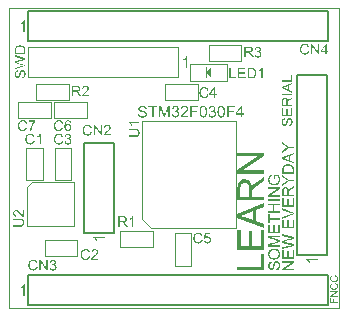
<source format=gto>
G04 Layer_Color=65535*
%FSLAX25Y25*%
%MOIN*%
G70*
G01*
G75*
%ADD16C,0.00394*%
%ADD22C,0.00787*%
G36*
X94500Y63953D02*
X90971D01*
Y66508D01*
X91389D01*
Y64422D01*
X92465D01*
Y66375D01*
X92883D01*
Y64422D01*
X94082D01*
Y66589D01*
X94500D01*
Y63953D01*
D02*
G37*
G36*
X93613Y63295D02*
X93684Y63285D01*
X93766Y63264D01*
X93852Y63239D01*
X93944Y63198D01*
X94041Y63142D01*
X94046D01*
X94051Y63137D01*
X94082Y63111D01*
X94128Y63076D01*
X94179Y63024D01*
X94240Y62958D01*
X94306Y62877D01*
X94367Y62785D01*
X94424Y62678D01*
Y62673D01*
X94429Y62662D01*
X94434Y62647D01*
X94444Y62627D01*
X94454Y62596D01*
X94469Y62560D01*
X94490Y62479D01*
X94515Y62382D01*
X94541Y62265D01*
X94556Y62137D01*
X94561Y61999D01*
Y61994D01*
Y61979D01*
Y61954D01*
Y61918D01*
X94556Y61877D01*
Y61831D01*
X94551Y61780D01*
X94546Y61719D01*
X94525Y61591D01*
X94505Y61459D01*
X94469Y61326D01*
X94424Y61199D01*
Y61194D01*
X94418Y61183D01*
X94408Y61168D01*
X94398Y61148D01*
X94367Y61086D01*
X94322Y61015D01*
X94260Y60934D01*
X94189Y60847D01*
X94102Y60765D01*
X94005Y60689D01*
X94000D01*
X93990Y60678D01*
X93975Y60673D01*
X93954Y60658D01*
X93929Y60648D01*
X93898Y60633D01*
X93822Y60597D01*
X93725Y60561D01*
X93618Y60531D01*
X93495Y60510D01*
X93368Y60500D01*
X93327Y60939D01*
X93337D01*
X93353Y60944D01*
X93373D01*
X93419Y60954D01*
X93485Y60969D01*
X93551Y60990D01*
X93628Y61010D01*
X93699Y61046D01*
X93766Y61081D01*
X93771Y61086D01*
X93791Y61102D01*
X93827Y61127D01*
X93862Y61168D01*
X93908Y61219D01*
X93954Y61275D01*
X94000Y61352D01*
X94041Y61433D01*
Y61438D01*
X94046Y61444D01*
X94051Y61459D01*
X94056Y61474D01*
X94072Y61525D01*
X94092Y61591D01*
X94112Y61673D01*
X94128Y61765D01*
X94138Y61867D01*
X94143Y61979D01*
Y61984D01*
Y61989D01*
Y62005D01*
Y62025D01*
X94138Y62076D01*
X94133Y62137D01*
X94123Y62208D01*
X94112Y62290D01*
X94092Y62372D01*
X94067Y62448D01*
X94061Y62458D01*
X94051Y62484D01*
X94031Y62520D01*
X94010Y62565D01*
X93975Y62611D01*
X93939Y62662D01*
X93898Y62713D01*
X93847Y62754D01*
X93842Y62759D01*
X93822Y62770D01*
X93796Y62785D01*
X93755Y62805D01*
X93715Y62826D01*
X93664Y62841D01*
X93607Y62851D01*
X93546Y62856D01*
X93516D01*
X93485Y62851D01*
X93444Y62846D01*
X93404Y62831D01*
X93353Y62815D01*
X93301Y62790D01*
X93256Y62754D01*
X93251Y62749D01*
X93235Y62734D01*
X93215Y62713D01*
X93184Y62678D01*
X93154Y62637D01*
X93118Y62581D01*
X93082Y62515D01*
X93052Y62438D01*
X93046Y62433D01*
X93041Y62407D01*
X93026Y62367D01*
X93021Y62341D01*
X93011Y62305D01*
X92996Y62270D01*
X92985Y62224D01*
X92970Y62173D01*
X92955Y62112D01*
X92939Y62050D01*
X92919Y61979D01*
X92899Y61897D01*
X92878Y61811D01*
Y61806D01*
X92873Y61790D01*
X92868Y61765D01*
X92858Y61734D01*
X92848Y61693D01*
X92837Y61647D01*
X92807Y61545D01*
X92771Y61433D01*
X92735Y61316D01*
X92700Y61214D01*
X92679Y61168D01*
X92659Y61127D01*
Y61122D01*
X92654Y61117D01*
X92633Y61086D01*
X92608Y61041D01*
X92567Y60990D01*
X92521Y60928D01*
X92465Y60867D01*
X92399Y60806D01*
X92327Y60755D01*
X92317Y60750D01*
X92292Y60735D01*
X92251Y60714D01*
X92200Y60694D01*
X92134Y60673D01*
X92057Y60653D01*
X91975Y60638D01*
X91889Y60633D01*
X91843D01*
X91792Y60643D01*
X91726Y60653D01*
X91649Y60668D01*
X91562Y60694D01*
X91476Y60729D01*
X91389Y60781D01*
X91384D01*
X91379Y60786D01*
X91348Y60811D01*
X91307Y60847D01*
X91256Y60893D01*
X91200Y60954D01*
X91139Y61030D01*
X91083Y61122D01*
X91032Y61224D01*
Y61229D01*
X91027Y61239D01*
X91022Y61255D01*
X91012Y61275D01*
X91001Y61301D01*
X90991Y61336D01*
X90971Y61413D01*
X90950Y61510D01*
X90930Y61622D01*
X90915Y61739D01*
X90910Y61872D01*
Y61877D01*
Y61887D01*
Y61913D01*
Y61938D01*
X90915Y61974D01*
Y62010D01*
X90925Y62107D01*
X90940Y62214D01*
X90966Y62326D01*
X90996Y62448D01*
X91037Y62560D01*
Y62565D01*
X91042Y62576D01*
X91052Y62591D01*
X91063Y62611D01*
X91088Y62662D01*
X91134Y62729D01*
X91185Y62805D01*
X91251Y62882D01*
X91328Y62953D01*
X91414Y63019D01*
X91420D01*
X91425Y63024D01*
X91440Y63035D01*
X91455Y63045D01*
X91506Y63070D01*
X91573Y63101D01*
X91654Y63137D01*
X91751Y63162D01*
X91853Y63188D01*
X91965Y63198D01*
X92001Y62749D01*
X91986D01*
X91970Y62744D01*
X91945Y62739D01*
X91889Y62724D01*
X91812Y62703D01*
X91731Y62673D01*
X91649Y62627D01*
X91573Y62571D01*
X91501Y62499D01*
X91496Y62489D01*
X91476Y62463D01*
X91445Y62413D01*
X91414Y62346D01*
X91384Y62260D01*
X91353Y62157D01*
X91333Y62030D01*
X91328Y61887D01*
Y61882D01*
Y61867D01*
Y61846D01*
Y61816D01*
X91333Y61785D01*
X91338Y61744D01*
X91348Y61653D01*
X91369Y61551D01*
X91394Y61449D01*
X91435Y61352D01*
X91460Y61311D01*
X91486Y61270D01*
X91491Y61260D01*
X91511Y61239D01*
X91547Y61209D01*
X91588Y61178D01*
X91644Y61143D01*
X91705Y61112D01*
X91777Y61092D01*
X91858Y61081D01*
X91889D01*
X91925Y61086D01*
X91965Y61097D01*
X92016Y61112D01*
X92067Y61137D01*
X92118Y61168D01*
X92169Y61214D01*
X92174Y61219D01*
X92190Y61245D01*
X92205Y61265D01*
X92215Y61285D01*
X92230Y61316D01*
X92251Y61352D01*
X92266Y61398D01*
X92287Y61449D01*
X92307Y61505D01*
X92333Y61571D01*
X92353Y61642D01*
X92378Y61724D01*
X92399Y61816D01*
X92424Y61918D01*
Y61923D01*
X92429Y61943D01*
X92435Y61974D01*
X92445Y62010D01*
X92455Y62055D01*
X92470Y62112D01*
X92485Y62168D01*
X92501Y62229D01*
X92536Y62362D01*
X92572Y62489D01*
X92593Y62550D01*
X92613Y62606D01*
X92628Y62657D01*
X92649Y62698D01*
Y62703D01*
X92654Y62713D01*
X92664Y62729D01*
X92674Y62749D01*
X92705Y62805D01*
X92746Y62871D01*
X92802Y62948D01*
X92863Y63024D01*
X92934Y63096D01*
X93011Y63157D01*
X93021Y63162D01*
X93046Y63183D01*
X93092Y63203D01*
X93154Y63234D01*
X93225Y63259D01*
X93312Y63285D01*
X93409Y63300D01*
X93511Y63305D01*
X93556D01*
X93613Y63295D01*
D02*
G37*
G36*
X3834Y87492D02*
X3875D01*
X3972Y87487D01*
X4084Y87472D01*
X4201Y87457D01*
X4324Y87431D01*
X4446Y87401D01*
X4451D01*
X4461Y87396D01*
X4476Y87390D01*
X4497Y87385D01*
X4553Y87365D01*
X4624Y87334D01*
X4706Y87304D01*
X4788Y87263D01*
X4874Y87212D01*
X4956Y87161D01*
X4966Y87156D01*
X4992Y87135D01*
X5027Y87105D01*
X5073Y87064D01*
X5124Y87018D01*
X5175Y86962D01*
X5231Y86906D01*
X5277Y86840D01*
X5282Y86829D01*
X5298Y86809D01*
X5318Y86773D01*
X5344Y86722D01*
X5374Y86661D01*
X5400Y86590D01*
X5430Y86508D01*
X5456Y86416D01*
Y86411D01*
Y86406D01*
X5461Y86391D01*
X5466Y86375D01*
X5471Y86325D01*
X5481Y86253D01*
X5491Y86172D01*
X5502Y86075D01*
X5507Y85967D01*
X5512Y85850D01*
Y84580D01*
X1983D01*
Y85794D01*
Y85799D01*
Y85814D01*
Y85835D01*
Y85860D01*
Y85896D01*
Y85937D01*
X1988Y86029D01*
X1993Y86131D01*
X2003Y86233D01*
X2018Y86335D01*
X2034Y86421D01*
Y86427D01*
X2039Y86437D01*
Y86452D01*
X2049Y86472D01*
X2064Y86528D01*
X2090Y86600D01*
X2125Y86681D01*
X2171Y86768D01*
X2222Y86855D01*
X2289Y86936D01*
X2294Y86942D01*
X2299Y86947D01*
X2314Y86962D01*
X2329Y86982D01*
X2380Y87033D01*
X2452Y87095D01*
X2538Y87161D01*
X2640Y87232D01*
X2758Y87299D01*
X2890Y87355D01*
X2895D01*
X2906Y87360D01*
X2926Y87370D01*
X2957Y87375D01*
X2992Y87390D01*
X3033Y87401D01*
X3079Y87411D01*
X3135Y87426D01*
X3191Y87441D01*
X3258Y87452D01*
X3400Y87477D01*
X3559Y87492D01*
X3732Y87498D01*
X3798D01*
X3834Y87492D01*
D02*
G37*
G36*
X94500Y74550D02*
X93429Y74137D01*
Y72658D01*
X94500Y72276D01*
Y71781D01*
X90971Y73128D01*
Y73638D01*
X94500Y75081D01*
Y74550D01*
D02*
G37*
G36*
Y70873D02*
X90971D01*
Y71343D01*
X94500D01*
Y70873D01*
D02*
G37*
G36*
Y69762D02*
X93766Y69297D01*
X93761D01*
X93750Y69287D01*
X93735Y69277D01*
X93715Y69262D01*
X93659Y69226D01*
X93587Y69180D01*
X93511Y69124D01*
X93429Y69068D01*
X93353Y69012D01*
X93281Y68961D01*
X93276Y68956D01*
X93256Y68941D01*
X93225Y68915D01*
X93189Y68879D01*
X93113Y68803D01*
X93077Y68762D01*
X93046Y68721D01*
X93041Y68716D01*
X93036Y68706D01*
X93026Y68686D01*
X93011Y68655D01*
X92996Y68624D01*
X92980Y68589D01*
X92955Y68507D01*
Y68502D01*
X92950Y68492D01*
Y68471D01*
X92945Y68446D01*
X92939Y68410D01*
Y68369D01*
X92934Y68313D01*
Y68252D01*
Y67711D01*
X94500D01*
Y67242D01*
X90971D01*
Y68803D01*
Y68808D01*
Y68823D01*
Y68849D01*
Y68879D01*
X90976Y68920D01*
Y68966D01*
X90981Y69073D01*
X90996Y69185D01*
X91012Y69308D01*
X91037Y69420D01*
X91052Y69476D01*
X91068Y69522D01*
Y69527D01*
X91073Y69532D01*
X91088Y69563D01*
X91109Y69609D01*
X91144Y69665D01*
X91190Y69726D01*
X91251Y69792D01*
X91323Y69853D01*
X91404Y69915D01*
X91409D01*
X91414Y69920D01*
X91445Y69940D01*
X91496Y69960D01*
X91562Y69991D01*
X91639Y70017D01*
X91731Y70042D01*
X91828Y70057D01*
X91935Y70063D01*
X91970D01*
X91996Y70057D01*
X92032D01*
X92067Y70052D01*
X92154Y70032D01*
X92256Y70001D01*
X92363Y69960D01*
X92470Y69899D01*
X92521Y69858D01*
X92572Y69818D01*
X92577Y69813D01*
X92582Y69807D01*
X92598Y69792D01*
X92613Y69772D01*
X92633Y69746D01*
X92654Y69716D01*
X92679Y69675D01*
X92710Y69634D01*
X92735Y69583D01*
X92761Y69527D01*
X92791Y69466D01*
X92817Y69399D01*
X92837Y69323D01*
X92863Y69247D01*
X92878Y69160D01*
X92893Y69068D01*
X92899Y69078D01*
X92909Y69099D01*
X92929Y69129D01*
X92950Y69170D01*
X93006Y69262D01*
X93041Y69308D01*
X93072Y69349D01*
X93082Y69359D01*
X93108Y69384D01*
X93148Y69425D01*
X93199Y69476D01*
X93271Y69532D01*
X93347Y69598D01*
X93439Y69665D01*
X93541Y69736D01*
X94500Y70343D01*
Y69762D01*
D02*
G37*
G36*
X42143Y59769D02*
X42194D01*
X42256Y59764D01*
X42317Y59759D01*
X42454Y59744D01*
X42597Y59723D01*
X42735Y59693D01*
X42801Y59672D01*
X42862Y59652D01*
X42868D01*
X42878Y59647D01*
X42893Y59637D01*
X42913Y59627D01*
X42970Y59596D01*
X43041Y59550D01*
X43123Y59489D01*
X43204Y59417D01*
X43291Y59326D01*
X43367Y59213D01*
Y59208D01*
X43378Y59198D01*
X43383Y59183D01*
X43398Y59157D01*
X43413Y59127D01*
X43429Y59086D01*
X43444Y59045D01*
X43464Y58994D01*
X43485Y58938D01*
X43500Y58877D01*
X43515Y58811D01*
X43531Y58734D01*
X43541Y58657D01*
X43551Y58576D01*
X43561Y58392D01*
Y58387D01*
Y58372D01*
Y58346D01*
X43556Y58311D01*
Y58270D01*
X43551Y58219D01*
X43546Y58163D01*
X43541Y58107D01*
X43520Y57979D01*
X43490Y57841D01*
X43449Y57709D01*
X43393Y57581D01*
Y57576D01*
X43383Y57566D01*
X43372Y57551D01*
X43362Y57530D01*
X43321Y57474D01*
X43265Y57408D01*
X43194Y57332D01*
X43112Y57260D01*
X43010Y57189D01*
X42898Y57133D01*
X42893D01*
X42883Y57127D01*
X42862Y57122D01*
X42837Y57112D01*
X42806Y57102D01*
X42766Y57092D01*
X42720Y57077D01*
X42664Y57066D01*
X42602Y57056D01*
X42536Y57041D01*
X42465Y57031D01*
X42388Y57020D01*
X42301Y57010D01*
X42210Y57005D01*
X42113Y57000D01*
X39971D01*
Y57469D01*
X42087D01*
X42123Y57474D01*
X42169D01*
X42266Y57479D01*
X42378Y57490D01*
X42490Y57505D01*
X42597Y57525D01*
X42643Y57535D01*
X42689Y57551D01*
X42699Y57556D01*
X42725Y57566D01*
X42761Y57592D01*
X42812Y57622D01*
X42862Y57658D01*
X42919Y57709D01*
X42975Y57770D01*
X43021Y57841D01*
X43026Y57852D01*
X43041Y57877D01*
X43056Y57923D01*
X43077Y57984D01*
X43102Y58056D01*
X43117Y58148D01*
X43133Y58244D01*
X43138Y58351D01*
Y58357D01*
Y58372D01*
Y58403D01*
X43133Y58433D01*
Y58479D01*
X43128Y58525D01*
X43107Y58637D01*
X43082Y58759D01*
X43041Y58877D01*
X42985Y58989D01*
X42949Y59040D01*
X42908Y59086D01*
X42903Y59091D01*
X42898Y59096D01*
X42883Y59106D01*
X42862Y59122D01*
X42832Y59137D01*
X42801Y59157D01*
X42755Y59178D01*
X42709Y59198D01*
X42653Y59219D01*
X42587Y59234D01*
X42511Y59254D01*
X42429Y59269D01*
X42337Y59285D01*
X42240Y59295D01*
X42128Y59305D01*
X39971D01*
Y59774D01*
X42097D01*
X42143Y59769D01*
D02*
G37*
G36*
X5000Y30315D02*
X4944D01*
X4903Y30320D01*
X4857Y30325D01*
X4806Y30335D01*
X4755Y30346D01*
X4699Y30366D01*
X4694D01*
X4689Y30371D01*
X4658Y30381D01*
X4612Y30402D01*
X4551Y30432D01*
X4480Y30473D01*
X4398Y30524D01*
X4317Y30580D01*
X4230Y30652D01*
X4225D01*
X4220Y30662D01*
X4189Y30687D01*
X4143Y30733D01*
X4077Y30799D01*
X4000Y30876D01*
X3909Y30973D01*
X3807Y31090D01*
X3700Y31218D01*
X3694Y31223D01*
X3679Y31243D01*
X3654Y31274D01*
X3623Y31310D01*
X3582Y31355D01*
X3536Y31411D01*
X3485Y31468D01*
X3429Y31534D01*
X3307Y31661D01*
X3184Y31789D01*
X3123Y31850D01*
X3062Y31906D01*
X3006Y31957D01*
X2950Y31998D01*
X2945D01*
X2940Y32008D01*
X2924Y32018D01*
X2904Y32029D01*
X2848Y32064D01*
X2781Y32105D01*
X2700Y32141D01*
X2613Y32177D01*
X2516Y32197D01*
X2424Y32207D01*
X2414D01*
X2384Y32202D01*
X2333Y32197D01*
X2277Y32182D01*
X2205Y32161D01*
X2134Y32125D01*
X2062Y32080D01*
X1991Y32018D01*
X1981Y32008D01*
X1960Y31983D01*
X1935Y31947D01*
X1899Y31891D01*
X1869Y31819D01*
X1838Y31738D01*
X1818Y31641D01*
X1812Y31534D01*
Y31529D01*
Y31519D01*
Y31503D01*
X1818Y31483D01*
X1823Y31422D01*
X1838Y31350D01*
X1858Y31274D01*
X1894Y31187D01*
X1940Y31106D01*
X2001Y31029D01*
X2011Y31019D01*
X2037Y30998D01*
X2078Y30968D01*
X2139Y30937D01*
X2210Y30902D01*
X2302Y30871D01*
X2404Y30850D01*
X2521Y30840D01*
X2475Y30397D01*
X2470D01*
X2455Y30402D01*
X2430D01*
X2394Y30407D01*
X2353Y30417D01*
X2307Y30427D01*
X2251Y30443D01*
X2195Y30458D01*
X2073Y30499D01*
X1950Y30560D01*
X1889Y30595D01*
X1828Y30641D01*
X1772Y30687D01*
X1721Y30738D01*
X1716Y30743D01*
X1711Y30754D01*
X1695Y30769D01*
X1680Y30794D01*
X1660Y30825D01*
X1639Y30861D01*
X1614Y30902D01*
X1588Y30953D01*
X1563Y31009D01*
X1537Y31070D01*
X1517Y31136D01*
X1496Y31207D01*
X1481Y31284D01*
X1466Y31366D01*
X1461Y31452D01*
X1455Y31544D01*
Y31549D01*
Y31565D01*
Y31595D01*
X1461Y31631D01*
X1466Y31672D01*
X1471Y31723D01*
X1481Y31779D01*
X1491Y31835D01*
X1527Y31967D01*
X1578Y32100D01*
X1609Y32166D01*
X1644Y32233D01*
X1690Y32294D01*
X1741Y32350D01*
X1746Y32355D01*
X1751Y32365D01*
X1772Y32375D01*
X1792Y32396D01*
X1818Y32421D01*
X1853Y32447D01*
X1889Y32472D01*
X1935Y32503D01*
X2032Y32554D01*
X2154Y32605D01*
X2215Y32625D01*
X2287Y32636D01*
X2358Y32646D01*
X2435Y32651D01*
X2470D01*
X2511Y32646D01*
X2567Y32641D01*
X2629Y32630D01*
X2700Y32610D01*
X2776Y32590D01*
X2853Y32559D01*
X2863Y32554D01*
X2889Y32544D01*
X2929Y32523D01*
X2985Y32493D01*
X3047Y32452D01*
X3123Y32401D01*
X3200Y32340D01*
X3286Y32268D01*
X3297Y32258D01*
X3327Y32233D01*
X3353Y32207D01*
X3378Y32182D01*
X3409Y32151D01*
X3450Y32110D01*
X3490Y32069D01*
X3536Y32018D01*
X3587Y31967D01*
X3643Y31906D01*
X3700Y31840D01*
X3766Y31769D01*
X3832Y31687D01*
X3903Y31605D01*
X3909Y31600D01*
X3919Y31590D01*
X3934Y31570D01*
X3954Y31544D01*
X3985Y31514D01*
X4016Y31478D01*
X4082Y31396D01*
X4158Y31310D01*
X4235Y31228D01*
X4301Y31157D01*
X4327Y31126D01*
X4352Y31100D01*
X4357Y31095D01*
X4373Y31080D01*
X4393Y31060D01*
X4424Y31034D01*
X4459Y31009D01*
X4495Y30978D01*
X4582Y30917D01*
Y32656D01*
X5000D01*
Y30315D01*
D02*
G37*
G36*
X3643Y29769D02*
X3694D01*
X3756Y29764D01*
X3817Y29759D01*
X3954Y29744D01*
X4097Y29723D01*
X4235Y29693D01*
X4301Y29672D01*
X4363Y29652D01*
X4368D01*
X4378Y29647D01*
X4393Y29637D01*
X4414Y29627D01*
X4470Y29596D01*
X4541Y29550D01*
X4623Y29489D01*
X4704Y29417D01*
X4791Y29326D01*
X4867Y29213D01*
Y29208D01*
X4878Y29198D01*
X4883Y29183D01*
X4898Y29157D01*
X4913Y29127D01*
X4929Y29086D01*
X4944Y29045D01*
X4964Y28994D01*
X4985Y28938D01*
X5000Y28877D01*
X5015Y28811D01*
X5031Y28734D01*
X5041Y28657D01*
X5051Y28576D01*
X5061Y28392D01*
Y28387D01*
Y28372D01*
Y28346D01*
X5056Y28311D01*
Y28270D01*
X5051Y28219D01*
X5046Y28163D01*
X5041Y28107D01*
X5020Y27979D01*
X4990Y27841D01*
X4949Y27709D01*
X4893Y27581D01*
Y27576D01*
X4883Y27566D01*
X4873Y27551D01*
X4862Y27530D01*
X4822Y27474D01*
X4765Y27408D01*
X4694Y27332D01*
X4612Y27260D01*
X4510Y27189D01*
X4398Y27133D01*
X4393D01*
X4383Y27128D01*
X4363Y27122D01*
X4337Y27112D01*
X4306Y27102D01*
X4266Y27092D01*
X4220Y27077D01*
X4164Y27066D01*
X4102Y27056D01*
X4036Y27041D01*
X3965Y27031D01*
X3888Y27020D01*
X3802Y27010D01*
X3710Y27005D01*
X3613Y27000D01*
X1471D01*
Y27469D01*
X3587D01*
X3623Y27474D01*
X3669D01*
X3766Y27479D01*
X3878Y27490D01*
X3990Y27505D01*
X4097Y27525D01*
X4143Y27536D01*
X4189Y27551D01*
X4199Y27556D01*
X4225Y27566D01*
X4261Y27592D01*
X4312Y27622D01*
X4363Y27658D01*
X4419Y27709D01*
X4475Y27770D01*
X4521Y27841D01*
X4526Y27852D01*
X4541Y27877D01*
X4556Y27923D01*
X4577Y27984D01*
X4602Y28056D01*
X4617Y28148D01*
X4633Y28244D01*
X4638Y28352D01*
Y28357D01*
Y28372D01*
Y28403D01*
X4633Y28433D01*
Y28479D01*
X4628Y28525D01*
X4607Y28637D01*
X4582Y28760D01*
X4541Y28877D01*
X4485Y28989D01*
X4449Y29040D01*
X4408Y29086D01*
X4403Y29091D01*
X4398Y29096D01*
X4383Y29106D01*
X4363Y29122D01*
X4332Y29137D01*
X4301Y29157D01*
X4255Y29178D01*
X4210Y29198D01*
X4153Y29219D01*
X4087Y29234D01*
X4011Y29254D01*
X3929Y29269D01*
X3837Y29285D01*
X3740Y29295D01*
X3628Y29305D01*
X1471D01*
Y29774D01*
X3598D01*
X3643Y29769D01*
D02*
G37*
G36*
X5512Y83173D02*
Y82714D01*
X2824Y81974D01*
X2819D01*
X2809Y81969D01*
X2794Y81964D01*
X2768Y81959D01*
X2712Y81944D01*
X2646Y81928D01*
X2574Y81908D01*
X2508Y81888D01*
X2452Y81872D01*
X2426Y81867D01*
X2411Y81862D01*
X2416D01*
X2421Y81857D01*
X2452Y81852D01*
X2498Y81842D01*
X2554Y81826D01*
X2615Y81811D01*
X2686Y81791D01*
X2758Y81775D01*
X2824Y81755D01*
X5512Y81010D01*
Y80521D01*
X1983Y79598D01*
Y80082D01*
X4298Y80607D01*
X4303D01*
X4313Y80612D01*
X4334Y80618D01*
X4359Y80623D01*
X4395Y80628D01*
X4431Y80638D01*
X4476Y80648D01*
X4527Y80658D01*
X4635Y80684D01*
X4757Y80709D01*
X4890Y80735D01*
X5022Y80760D01*
X5017D01*
X4997Y80765D01*
X4971Y80776D01*
X4930Y80781D01*
X4890Y80791D01*
X4839Y80806D01*
X4726Y80832D01*
X4614Y80862D01*
X4558Y80873D01*
X4507Y80888D01*
X4461Y80898D01*
X4420Y80908D01*
X4390Y80919D01*
X4369Y80924D01*
X1983Y81592D01*
Y82158D01*
X3773Y82658D01*
X3778D01*
X3803Y82668D01*
X3839Y82678D01*
X3885Y82688D01*
X3946Y82704D01*
X4012Y82724D01*
X4089Y82744D01*
X4176Y82765D01*
X4273Y82790D01*
X4369Y82811D01*
X4578Y82857D01*
X4798Y82902D01*
X5022Y82938D01*
X5017D01*
X5007Y82943D01*
X4986D01*
X4961Y82953D01*
X4930Y82959D01*
X4895Y82969D01*
X4849Y82974D01*
X4798Y82989D01*
X4686Y83015D01*
X4553Y83045D01*
X4410Y83076D01*
X4252Y83117D01*
X1983Y83667D01*
Y84142D01*
X5512Y83173D01*
D02*
G37*
G36*
X4624Y79271D02*
X4696Y79261D01*
X4777Y79241D01*
X4864Y79215D01*
X4956Y79174D01*
X5053Y79118D01*
X5058D01*
X5063Y79113D01*
X5094Y79088D01*
X5139Y79052D01*
X5190Y79001D01*
X5252Y78935D01*
X5318Y78853D01*
X5379Y78761D01*
X5435Y78654D01*
Y78649D01*
X5440Y78639D01*
X5446Y78623D01*
X5456Y78603D01*
X5466Y78572D01*
X5481Y78537D01*
X5502Y78455D01*
X5527Y78358D01*
X5553Y78241D01*
X5568Y78114D01*
X5573Y77976D01*
Y77971D01*
Y77955D01*
Y77930D01*
Y77894D01*
X5568Y77853D01*
Y77807D01*
X5563Y77757D01*
X5558Y77695D01*
X5537Y77568D01*
X5517Y77435D01*
X5481Y77303D01*
X5435Y77175D01*
Y77170D01*
X5430Y77160D01*
X5420Y77144D01*
X5410Y77124D01*
X5379Y77063D01*
X5333Y76991D01*
X5272Y76910D01*
X5201Y76823D01*
X5114Y76742D01*
X5017Y76665D01*
X5012D01*
X5002Y76655D01*
X4986Y76650D01*
X4966Y76635D01*
X4941Y76624D01*
X4910Y76609D01*
X4834Y76573D01*
X4737Y76538D01*
X4629Y76507D01*
X4507Y76487D01*
X4380Y76476D01*
X4339Y76915D01*
X4349D01*
X4364Y76920D01*
X4385D01*
X4431Y76930D01*
X4497Y76946D01*
X4563Y76966D01*
X4640Y76986D01*
X4711Y77022D01*
X4777Y77058D01*
X4783Y77063D01*
X4803Y77078D01*
X4839Y77104D01*
X4874Y77144D01*
X4920Y77196D01*
X4966Y77252D01*
X5012Y77328D01*
X5053Y77410D01*
Y77415D01*
X5058Y77420D01*
X5063Y77435D01*
X5068Y77451D01*
X5083Y77501D01*
X5104Y77568D01*
X5124Y77649D01*
X5139Y77741D01*
X5150Y77843D01*
X5155Y77955D01*
Y77960D01*
Y77966D01*
Y77981D01*
Y78001D01*
X5150Y78052D01*
X5145Y78114D01*
X5134Y78185D01*
X5124Y78267D01*
X5104Y78348D01*
X5078Y78425D01*
X5073Y78435D01*
X5063Y78460D01*
X5043Y78496D01*
X5022Y78542D01*
X4986Y78588D01*
X4951Y78639D01*
X4910Y78690D01*
X4859Y78731D01*
X4854Y78736D01*
X4834Y78746D01*
X4808Y78761D01*
X4767Y78782D01*
X4726Y78802D01*
X4675Y78817D01*
X4619Y78828D01*
X4558Y78833D01*
X4527D01*
X4497Y78828D01*
X4456Y78822D01*
X4415Y78807D01*
X4364Y78792D01*
X4313Y78766D01*
X4267Y78731D01*
X4262Y78725D01*
X4247Y78710D01*
X4227Y78690D01*
X4196Y78654D01*
X4165Y78613D01*
X4130Y78557D01*
X4094Y78491D01*
X4063Y78414D01*
X4058Y78409D01*
X4053Y78384D01*
X4038Y78343D01*
X4033Y78317D01*
X4023Y78282D01*
X4007Y78246D01*
X3997Y78200D01*
X3982Y78149D01*
X3966Y78088D01*
X3951Y78027D01*
X3931Y77955D01*
X3910Y77874D01*
X3890Y77787D01*
Y77782D01*
X3885Y77767D01*
X3880Y77741D01*
X3870Y77711D01*
X3859Y77670D01*
X3849Y77624D01*
X3819Y77522D01*
X3783Y77410D01*
X3747Y77292D01*
X3712Y77190D01*
X3691Y77144D01*
X3671Y77104D01*
Y77099D01*
X3666Y77093D01*
X3645Y77063D01*
X3620Y77017D01*
X3579Y76966D01*
X3533Y76905D01*
X3477Y76844D01*
X3411Y76782D01*
X3339Y76731D01*
X3329Y76726D01*
X3303Y76711D01*
X3263Y76691D01*
X3212Y76670D01*
X3145Y76650D01*
X3069Y76629D01*
X2987Y76614D01*
X2901Y76609D01*
X2855D01*
X2804Y76619D01*
X2737Y76629D01*
X2661Y76645D01*
X2574Y76670D01*
X2488Y76706D01*
X2401Y76757D01*
X2396D01*
X2391Y76762D01*
X2360Y76788D01*
X2319Y76823D01*
X2268Y76869D01*
X2212Y76930D01*
X2151Y77007D01*
X2095Y77099D01*
X2044Y77201D01*
Y77206D01*
X2039Y77216D01*
X2034Y77231D01*
X2023Y77252D01*
X2013Y77277D01*
X2003Y77313D01*
X1983Y77389D01*
X1962Y77486D01*
X1942Y77598D01*
X1926Y77716D01*
X1921Y77848D01*
Y77853D01*
Y77864D01*
Y77889D01*
Y77915D01*
X1926Y77950D01*
Y77986D01*
X1937Y78083D01*
X1952Y78190D01*
X1977Y78302D01*
X2008Y78425D01*
X2049Y78537D01*
Y78542D01*
X2054Y78552D01*
X2064Y78567D01*
X2074Y78588D01*
X2100Y78639D01*
X2146Y78705D01*
X2197Y78782D01*
X2263Y78858D01*
X2340Y78930D01*
X2426Y78996D01*
X2431D01*
X2437Y79001D01*
X2452Y79011D01*
X2467Y79021D01*
X2518Y79047D01*
X2584Y79077D01*
X2666Y79113D01*
X2763Y79139D01*
X2865Y79164D01*
X2977Y79174D01*
X3013Y78725D01*
X2998D01*
X2982Y78720D01*
X2957Y78715D01*
X2901Y78700D01*
X2824Y78680D01*
X2743Y78649D01*
X2661Y78603D01*
X2584Y78547D01*
X2513Y78476D01*
X2508Y78465D01*
X2488Y78440D01*
X2457Y78389D01*
X2426Y78323D01*
X2396Y78236D01*
X2365Y78134D01*
X2345Y78006D01*
X2340Y77864D01*
Y77859D01*
Y77843D01*
Y77823D01*
Y77792D01*
X2345Y77762D01*
X2350Y77721D01*
X2360Y77629D01*
X2380Y77527D01*
X2406Y77425D01*
X2447Y77328D01*
X2472Y77287D01*
X2498Y77246D01*
X2503Y77236D01*
X2523Y77216D01*
X2559Y77185D01*
X2600Y77155D01*
X2656Y77119D01*
X2717Y77088D01*
X2788Y77068D01*
X2870Y77058D01*
X2901D01*
X2936Y77063D01*
X2977Y77073D01*
X3028Y77088D01*
X3079Y77114D01*
X3130Y77144D01*
X3181Y77190D01*
X3186Y77196D01*
X3201Y77221D01*
X3217Y77241D01*
X3227Y77262D01*
X3242Y77292D01*
X3263Y77328D01*
X3278Y77374D01*
X3298Y77425D01*
X3319Y77481D01*
X3344Y77547D01*
X3365Y77619D01*
X3390Y77700D01*
X3411Y77792D01*
X3436Y77894D01*
Y77899D01*
X3441Y77920D01*
X3446Y77950D01*
X3457Y77986D01*
X3467Y78032D01*
X3482Y78088D01*
X3497Y78144D01*
X3513Y78205D01*
X3548Y78338D01*
X3584Y78465D01*
X3604Y78527D01*
X3625Y78583D01*
X3640Y78634D01*
X3661Y78675D01*
Y78680D01*
X3666Y78690D01*
X3676Y78705D01*
X3686Y78725D01*
X3717Y78782D01*
X3757Y78848D01*
X3813Y78924D01*
X3875Y79001D01*
X3946Y79072D01*
X4023Y79133D01*
X4033Y79139D01*
X4058Y79159D01*
X4104Y79179D01*
X4165Y79210D01*
X4237Y79236D01*
X4324Y79261D01*
X4420Y79276D01*
X4522Y79281D01*
X4568D01*
X4624Y79271D01*
D02*
G37*
G36*
X43500Y61575D02*
X40741D01*
X40746Y61570D01*
X40766Y61544D01*
X40797Y61514D01*
X40833Y61462D01*
X40879Y61406D01*
X40930Y61335D01*
X40986Y61253D01*
X41042Y61162D01*
Y61156D01*
X41047Y61151D01*
X41067Y61121D01*
X41093Y61070D01*
X41123Y61009D01*
X41159Y60937D01*
X41195Y60861D01*
X41230Y60784D01*
X41261Y60708D01*
X40843D01*
Y60713D01*
X40833Y60723D01*
X40828Y60743D01*
X40812Y60769D01*
X40797Y60799D01*
X40777Y60835D01*
X40726Y60922D01*
X40670Y61024D01*
X40598Y61126D01*
X40516Y61233D01*
X40430Y61340D01*
X40425Y61345D01*
X40420Y61350D01*
X40404Y61366D01*
X40389Y61386D01*
X40338Y61432D01*
X40277Y61493D01*
X40205Y61554D01*
X40124Y61621D01*
X40042Y61677D01*
X39955Y61728D01*
Y62008D01*
X43500D01*
Y61575D01*
D02*
G37*
G36*
X78824Y79611D02*
X76739D01*
Y78535D01*
X78692D01*
Y78117D01*
X76739D01*
Y76918D01*
X78906D01*
Y76500D01*
X76269D01*
Y80029D01*
X78824D01*
Y79611D01*
D02*
G37*
G36*
X73969Y76918D02*
X75708D01*
Y76500D01*
X73500D01*
Y80029D01*
X73969D01*
Y76918D01*
D02*
G37*
G36*
X41508Y27000D02*
X41075D01*
Y29759D01*
X41070Y29754D01*
X41044Y29734D01*
X41014Y29703D01*
X40962Y29667D01*
X40906Y29621D01*
X40835Y29570D01*
X40753Y29514D01*
X40662Y29458D01*
X40657D01*
X40651Y29453D01*
X40621Y29433D01*
X40570Y29407D01*
X40509Y29377D01*
X40437Y29341D01*
X40361Y29305D01*
X40284Y29269D01*
X40208Y29239D01*
Y29657D01*
X40213D01*
X40223Y29667D01*
X40243Y29672D01*
X40269Y29688D01*
X40299Y29703D01*
X40335Y29723D01*
X40422Y29774D01*
X40524Y29831D01*
X40626Y29902D01*
X40733Y29983D01*
X40840Y30070D01*
X40845Y30075D01*
X40850Y30080D01*
X40866Y30096D01*
X40886Y30111D01*
X40932Y30162D01*
X40993Y30223D01*
X41054Y30295D01*
X41121Y30376D01*
X41177Y30458D01*
X41228Y30544D01*
X41508D01*
Y27000D01*
D02*
G37*
G36*
X105900Y85744D02*
X106379D01*
Y85347D01*
X105900D01*
Y84500D01*
X105466D01*
Y85347D01*
X103931D01*
Y85744D01*
X105548Y88029D01*
X105900D01*
Y85744D01*
D02*
G37*
G36*
X84567Y76500D02*
X84133D01*
Y79259D01*
X84128Y79254D01*
X84103Y79234D01*
X84072Y79203D01*
X84021Y79167D01*
X83965Y79121D01*
X83894Y79070D01*
X83812Y79014D01*
X83720Y78958D01*
X83715D01*
X83710Y78953D01*
X83680Y78933D01*
X83629Y78907D01*
X83567Y78877D01*
X83496Y78841D01*
X83420Y78805D01*
X83343Y78769D01*
X83267Y78739D01*
Y79157D01*
X83272D01*
X83282Y79167D01*
X83302Y79172D01*
X83328Y79188D01*
X83358Y79203D01*
X83394Y79223D01*
X83481Y79274D01*
X83583Y79330D01*
X83685Y79402D01*
X83792Y79483D01*
X83899Y79570D01*
X83904Y79575D01*
X83909Y79580D01*
X83924Y79596D01*
X83945Y79611D01*
X83991Y79662D01*
X84052Y79723D01*
X84113Y79795D01*
X84179Y79876D01*
X84236Y79958D01*
X84286Y80045D01*
X84567D01*
Y76500D01*
D02*
G37*
G36*
X81002Y80024D02*
X81104Y80019D01*
X81206Y80009D01*
X81308Y79993D01*
X81395Y79978D01*
X81400D01*
X81410Y79973D01*
X81425D01*
X81446Y79963D01*
X81502Y79948D01*
X81573Y79922D01*
X81655Y79886D01*
X81742Y79840D01*
X81828Y79790D01*
X81910Y79723D01*
X81915Y79718D01*
X81920Y79713D01*
X81935Y79698D01*
X81956Y79682D01*
X82007Y79631D01*
X82068Y79560D01*
X82134Y79473D01*
X82206Y79371D01*
X82272Y79254D01*
X82328Y79121D01*
Y79116D01*
X82333Y79106D01*
X82343Y79086D01*
X82349Y79055D01*
X82364Y79019D01*
X82374Y78979D01*
X82384Y78933D01*
X82399Y78877D01*
X82415Y78821D01*
X82425Y78754D01*
X82450Y78611D01*
X82466Y78453D01*
X82471Y78280D01*
Y78275D01*
Y78265D01*
Y78239D01*
Y78214D01*
X82466Y78178D01*
Y78137D01*
X82461Y78040D01*
X82445Y77928D01*
X82430Y77811D01*
X82405Y77688D01*
X82374Y77566D01*
Y77561D01*
X82369Y77551D01*
X82364Y77535D01*
X82359Y77515D01*
X82338Y77459D01*
X82308Y77387D01*
X82277Y77306D01*
X82236Y77224D01*
X82185Y77138D01*
X82134Y77056D01*
X82129Y77046D01*
X82109Y77020D01*
X82078Y76985D01*
X82037Y76939D01*
X81991Y76888D01*
X81935Y76837D01*
X81879Y76780D01*
X81813Y76735D01*
X81803Y76730D01*
X81782Y76714D01*
X81747Y76694D01*
X81696Y76668D01*
X81634Y76638D01*
X81563Y76612D01*
X81481Y76582D01*
X81390Y76556D01*
X81379D01*
X81364Y76551D01*
X81349Y76546D01*
X81298Y76541D01*
X81226Y76531D01*
X81145Y76520D01*
X81048Y76510D01*
X80941Y76505D01*
X80824Y76500D01*
X79554D01*
Y80029D01*
X80910D01*
X81002Y80024D01*
D02*
G37*
G36*
X83090Y87039D02*
X83156Y87029D01*
X83238Y87014D01*
X83330Y86988D01*
X83421Y86958D01*
X83513Y86917D01*
X83518D01*
X83523Y86912D01*
X83554Y86897D01*
X83600Y86866D01*
X83651Y86830D01*
X83712Y86779D01*
X83773Y86723D01*
X83835Y86657D01*
X83886Y86580D01*
X83891Y86570D01*
X83906Y86545D01*
X83926Y86499D01*
X83952Y86443D01*
X83977Y86376D01*
X83998Y86300D01*
X84013Y86213D01*
X84018Y86127D01*
Y86116D01*
Y86086D01*
X84013Y86045D01*
X84003Y85989D01*
X83988Y85922D01*
X83962Y85851D01*
X83931Y85780D01*
X83891Y85708D01*
X83886Y85698D01*
X83870Y85678D01*
X83840Y85642D01*
X83799Y85601D01*
X83748Y85555D01*
X83687Y85504D01*
X83615Y85458D01*
X83529Y85413D01*
X83534D01*
X83544Y85407D01*
X83559Y85402D01*
X83580Y85397D01*
X83636Y85377D01*
X83707Y85346D01*
X83789Y85305D01*
X83870Y85254D01*
X83947Y85188D01*
X84018Y85112D01*
X84023Y85101D01*
X84044Y85071D01*
X84074Y85020D01*
X84105Y84953D01*
X84136Y84872D01*
X84166Y84775D01*
X84187Y84663D01*
X84192Y84540D01*
Y84535D01*
Y84520D01*
Y84495D01*
X84187Y84464D01*
X84181Y84423D01*
X84171Y84377D01*
X84161Y84326D01*
X84151Y84270D01*
X84110Y84148D01*
X84079Y84081D01*
X84049Y84020D01*
X84008Y83954D01*
X83962Y83888D01*
X83911Y83821D01*
X83850Y83760D01*
X83845Y83755D01*
X83835Y83745D01*
X83814Y83729D01*
X83789Y83709D01*
X83758Y83684D01*
X83717Y83658D01*
X83671Y83627D01*
X83615Y83602D01*
X83559Y83571D01*
X83493Y83541D01*
X83427Y83515D01*
X83350Y83490D01*
X83268Y83469D01*
X83182Y83454D01*
X83095Y83444D01*
X82998Y83439D01*
X82952D01*
X82922Y83444D01*
X82881Y83449D01*
X82835Y83454D01*
X82784Y83464D01*
X82728Y83474D01*
X82605Y83505D01*
X82478Y83556D01*
X82412Y83587D01*
X82350Y83622D01*
X82289Y83668D01*
X82228Y83714D01*
X82223Y83719D01*
X82213Y83729D01*
X82197Y83745D01*
X82182Y83765D01*
X82157Y83791D01*
X82131Y83826D01*
X82101Y83862D01*
X82070Y83908D01*
X82039Y83959D01*
X82009Y84010D01*
X81953Y84132D01*
X81907Y84275D01*
X81892Y84352D01*
X81881Y84433D01*
X82315Y84489D01*
Y84484D01*
X82320Y84474D01*
X82325Y84454D01*
X82330Y84428D01*
X82335Y84398D01*
X82345Y84362D01*
X82371Y84285D01*
X82407Y84194D01*
X82452Y84107D01*
X82503Y84025D01*
X82565Y83954D01*
X82575Y83949D01*
X82595Y83928D01*
X82636Y83903D01*
X82687Y83877D01*
X82748Y83847D01*
X82825Y83821D01*
X82911Y83801D01*
X83003Y83796D01*
X83034D01*
X83054Y83801D01*
X83110Y83806D01*
X83182Y83821D01*
X83263Y83847D01*
X83350Y83882D01*
X83437Y83934D01*
X83518Y84005D01*
X83529Y84015D01*
X83554Y84046D01*
X83585Y84092D01*
X83626Y84153D01*
X83666Y84229D01*
X83697Y84316D01*
X83722Y84418D01*
X83733Y84530D01*
Y84535D01*
Y84545D01*
Y84561D01*
X83728Y84581D01*
X83722Y84637D01*
X83707Y84704D01*
X83687Y84785D01*
X83651Y84867D01*
X83600Y84948D01*
X83534Y85025D01*
X83523Y85035D01*
X83498Y85056D01*
X83457Y85086D01*
X83401Y85122D01*
X83330Y85158D01*
X83243Y85188D01*
X83146Y85208D01*
X83039Y85219D01*
X82993D01*
X82957Y85214D01*
X82911Y85208D01*
X82860Y85198D01*
X82799Y85188D01*
X82733Y85173D01*
X82784Y85555D01*
X82810D01*
X82830Y85550D01*
X82896D01*
X82952Y85560D01*
X83019Y85571D01*
X83095Y85586D01*
X83182Y85611D01*
X83263Y85647D01*
X83350Y85693D01*
X83355D01*
X83360Y85698D01*
X83386Y85719D01*
X83421Y85754D01*
X83462Y85800D01*
X83503Y85866D01*
X83539Y85943D01*
X83564Y86030D01*
X83574Y86081D01*
Y86137D01*
Y86142D01*
Y86147D01*
Y86177D01*
X83564Y86218D01*
X83554Y86274D01*
X83534Y86336D01*
X83508Y86402D01*
X83467Y86468D01*
X83411Y86529D01*
X83406Y86535D01*
X83381Y86555D01*
X83345Y86580D01*
X83299Y86611D01*
X83238Y86637D01*
X83166Y86662D01*
X83085Y86682D01*
X82993Y86687D01*
X82952D01*
X82906Y86677D01*
X82845Y86667D01*
X82779Y86647D01*
X82713Y86621D01*
X82641Y86580D01*
X82575Y86529D01*
X82570Y86524D01*
X82549Y86499D01*
X82519Y86463D01*
X82483Y86412D01*
X82447Y86346D01*
X82412Y86264D01*
X82381Y86167D01*
X82361Y86055D01*
X81927Y86132D01*
Y86137D01*
X81932Y86152D01*
X81937Y86172D01*
X81942Y86203D01*
X81953Y86239D01*
X81968Y86279D01*
X81999Y86376D01*
X82050Y86489D01*
X82111Y86601D01*
X82187Y86708D01*
X82284Y86805D01*
X82289Y86810D01*
X82300Y86815D01*
X82315Y86825D01*
X82335Y86840D01*
X82361Y86861D01*
X82396Y86881D01*
X82432Y86902D01*
X82478Y86927D01*
X82580Y86968D01*
X82697Y87009D01*
X82835Y87034D01*
X82906Y87045D01*
X83034D01*
X83090Y87039D01*
D02*
G37*
G36*
X80178Y87024D02*
X80224D01*
X80331Y87019D01*
X80443Y87004D01*
X80566Y86988D01*
X80678Y86963D01*
X80734Y86948D01*
X80780Y86932D01*
X80785D01*
X80790Y86927D01*
X80821Y86912D01*
X80866Y86892D01*
X80923Y86856D01*
X80984Y86810D01*
X81050Y86749D01*
X81111Y86677D01*
X81172Y86596D01*
Y86591D01*
X81178Y86585D01*
X81198Y86555D01*
X81218Y86504D01*
X81249Y86438D01*
X81274Y86361D01*
X81300Y86269D01*
X81315Y86172D01*
X81320Y86065D01*
Y86060D01*
Y86050D01*
Y86030D01*
X81315Y86004D01*
Y85968D01*
X81310Y85933D01*
X81290Y85846D01*
X81259Y85744D01*
X81218Y85637D01*
X81157Y85530D01*
X81116Y85479D01*
X81076Y85428D01*
X81070Y85423D01*
X81065Y85418D01*
X81050Y85402D01*
X81030Y85387D01*
X81004Y85367D01*
X80974Y85346D01*
X80933Y85321D01*
X80892Y85290D01*
X80841Y85265D01*
X80785Y85239D01*
X80724Y85208D01*
X80657Y85183D01*
X80581Y85163D01*
X80504Y85137D01*
X80418Y85122D01*
X80326Y85106D01*
X80336Y85101D01*
X80356Y85091D01*
X80387Y85071D01*
X80428Y85050D01*
X80520Y84994D01*
X80566Y84959D01*
X80606Y84928D01*
X80616Y84918D01*
X80642Y84892D01*
X80683Y84851D01*
X80734Y84800D01*
X80790Y84729D01*
X80856Y84653D01*
X80923Y84561D01*
X80994Y84459D01*
X81601Y83500D01*
X81019D01*
X80555Y84234D01*
Y84240D01*
X80545Y84250D01*
X80535Y84265D01*
X80520Y84285D01*
X80484Y84342D01*
X80438Y84413D01*
X80382Y84489D01*
X80326Y84571D01*
X80270Y84648D01*
X80219Y84719D01*
X80214Y84724D01*
X80198Y84744D01*
X80173Y84775D01*
X80137Y84811D01*
X80061Y84887D01*
X80020Y84923D01*
X79979Y84953D01*
X79974Y84959D01*
X79964Y84964D01*
X79943Y84974D01*
X79913Y84989D01*
X79882Y85005D01*
X79846Y85020D01*
X79765Y85045D01*
X79760D01*
X79750Y85050D01*
X79729D01*
X79704Y85056D01*
X79668Y85061D01*
X79627D01*
X79571Y85066D01*
X78969D01*
Y83500D01*
X78500D01*
Y87029D01*
X80137D01*
X80178Y87024D01*
D02*
G37*
G36*
X94500Y75438D02*
X90971D01*
Y75907D01*
X94082D01*
Y77646D01*
X94500D01*
Y75438D01*
D02*
G37*
G36*
X38178Y30524D02*
X38224D01*
X38331Y30519D01*
X38443Y30504D01*
X38565Y30488D01*
X38678Y30463D01*
X38734Y30448D01*
X38780Y30432D01*
X38785D01*
X38790Y30427D01*
X38820Y30412D01*
X38866Y30391D01*
X38923Y30356D01*
X38984Y30310D01*
X39050Y30249D01*
X39111Y30177D01*
X39172Y30096D01*
Y30091D01*
X39178Y30086D01*
X39198Y30055D01*
X39218Y30004D01*
X39249Y29938D01*
X39274Y29861D01*
X39300Y29769D01*
X39315Y29672D01*
X39320Y29565D01*
Y29560D01*
Y29550D01*
Y29530D01*
X39315Y29504D01*
Y29468D01*
X39310Y29433D01*
X39290Y29346D01*
X39259Y29244D01*
X39218Y29137D01*
X39157Y29030D01*
X39116Y28979D01*
X39075Y28928D01*
X39070Y28923D01*
X39065Y28918D01*
X39050Y28902D01*
X39030Y28887D01*
X39004Y28867D01*
X38974Y28846D01*
X38933Y28821D01*
X38892Y28790D01*
X38841Y28765D01*
X38785Y28739D01*
X38724Y28708D01*
X38657Y28683D01*
X38581Y28663D01*
X38504Y28637D01*
X38418Y28622D01*
X38326Y28607D01*
X38336Y28601D01*
X38356Y28591D01*
X38387Y28571D01*
X38428Y28550D01*
X38520Y28494D01*
X38565Y28459D01*
X38606Y28428D01*
X38616Y28418D01*
X38642Y28392D01*
X38683Y28352D01*
X38734Y28300D01*
X38790Y28229D01*
X38856Y28153D01*
X38923Y28061D01*
X38994Y27959D01*
X39601Y27000D01*
X39019D01*
X38555Y27734D01*
Y27740D01*
X38545Y27750D01*
X38535Y27765D01*
X38520Y27785D01*
X38484Y27841D01*
X38438Y27913D01*
X38382Y27989D01*
X38326Y28071D01*
X38270Y28148D01*
X38219Y28219D01*
X38214Y28224D01*
X38198Y28244D01*
X38173Y28275D01*
X38137Y28311D01*
X38061Y28387D01*
X38020Y28423D01*
X37979Y28453D01*
X37974Y28459D01*
X37964Y28464D01*
X37943Y28474D01*
X37913Y28489D01*
X37882Y28504D01*
X37846Y28520D01*
X37765Y28545D01*
X37760D01*
X37749Y28550D01*
X37729D01*
X37704Y28556D01*
X37668Y28561D01*
X37627D01*
X37571Y28566D01*
X36969D01*
Y27000D01*
X36500D01*
Y30529D01*
X38137D01*
X38178Y30524D01*
D02*
G37*
G36*
X25631Y74039D02*
X25672Y74034D01*
X25723Y74029D01*
X25779Y74019D01*
X25835Y74009D01*
X25967Y73973D01*
X26100Y73922D01*
X26166Y73892D01*
X26233Y73856D01*
X26294Y73810D01*
X26350Y73759D01*
X26355Y73754D01*
X26365Y73749D01*
X26375Y73728D01*
X26396Y73708D01*
X26421Y73682D01*
X26447Y73647D01*
X26472Y73611D01*
X26503Y73565D01*
X26554Y73468D01*
X26605Y73346D01*
X26625Y73285D01*
X26636Y73213D01*
X26646Y73142D01*
X26651Y73065D01*
Y73055D01*
Y73030D01*
X26646Y72989D01*
X26641Y72933D01*
X26630Y72872D01*
X26610Y72800D01*
X26590Y72724D01*
X26559Y72647D01*
X26554Y72637D01*
X26544Y72611D01*
X26523Y72571D01*
X26493Y72514D01*
X26452Y72453D01*
X26401Y72377D01*
X26340Y72300D01*
X26268Y72214D01*
X26258Y72203D01*
X26233Y72173D01*
X26207Y72147D01*
X26182Y72122D01*
X26151Y72091D01*
X26110Y72050D01*
X26069Y72010D01*
X26018Y71964D01*
X25967Y71913D01*
X25906Y71857D01*
X25840Y71801D01*
X25769Y71734D01*
X25687Y71668D01*
X25605Y71596D01*
X25600Y71591D01*
X25590Y71581D01*
X25570Y71566D01*
X25544Y71545D01*
X25513Y71515D01*
X25478Y71484D01*
X25396Y71418D01*
X25310Y71342D01*
X25228Y71265D01*
X25157Y71199D01*
X25126Y71173D01*
X25100Y71148D01*
X25095Y71143D01*
X25080Y71127D01*
X25060Y71107D01*
X25034Y71076D01*
X25009Y71041D01*
X24978Y71005D01*
X24917Y70918D01*
X26656D01*
Y70500D01*
X24315D01*
Y70505D01*
Y70525D01*
Y70556D01*
X24320Y70597D01*
X24325Y70643D01*
X24335Y70694D01*
X24346Y70745D01*
X24366Y70801D01*
Y70806D01*
X24371Y70811D01*
X24381Y70842D01*
X24402Y70888D01*
X24432Y70949D01*
X24473Y71020D01*
X24524Y71102D01*
X24580Y71183D01*
X24652Y71270D01*
Y71275D01*
X24662Y71280D01*
X24687Y71311D01*
X24733Y71357D01*
X24800Y71423D01*
X24876Y71500D01*
X24973Y71591D01*
X25090Y71693D01*
X25218Y71801D01*
X25223Y71806D01*
X25243Y71821D01*
X25274Y71846D01*
X25310Y71877D01*
X25355Y71918D01*
X25411Y71964D01*
X25468Y72015D01*
X25534Y72071D01*
X25661Y72193D01*
X25789Y72316D01*
X25850Y72377D01*
X25906Y72438D01*
X25957Y72494D01*
X25998Y72550D01*
Y72555D01*
X26008Y72560D01*
X26018Y72576D01*
X26029Y72596D01*
X26064Y72652D01*
X26105Y72719D01*
X26141Y72800D01*
X26177Y72887D01*
X26197Y72984D01*
X26207Y73075D01*
Y73081D01*
Y73086D01*
X26202Y73116D01*
X26197Y73167D01*
X26182Y73223D01*
X26161Y73295D01*
X26125Y73366D01*
X26080Y73438D01*
X26018Y73509D01*
X26008Y73519D01*
X25983Y73540D01*
X25947Y73565D01*
X25891Y73601D01*
X25820Y73631D01*
X25738Y73662D01*
X25641Y73682D01*
X25534Y73687D01*
X25503D01*
X25483Y73682D01*
X25422Y73677D01*
X25350Y73662D01*
X25274Y73642D01*
X25187Y73606D01*
X25106Y73560D01*
X25029Y73499D01*
X25019Y73489D01*
X24998Y73463D01*
X24968Y73422D01*
X24937Y73361D01*
X24902Y73290D01*
X24871Y73198D01*
X24850Y73096D01*
X24840Y72979D01*
X24397Y73024D01*
Y73030D01*
X24402Y73045D01*
Y73070D01*
X24407Y73106D01*
X24417Y73147D01*
X24427Y73193D01*
X24442Y73249D01*
X24458Y73305D01*
X24499Y73427D01*
X24560Y73550D01*
X24596Y73611D01*
X24641Y73672D01*
X24687Y73728D01*
X24738Y73779D01*
X24743Y73784D01*
X24754Y73790D01*
X24769Y73805D01*
X24794Y73820D01*
X24825Y73840D01*
X24861Y73861D01*
X24902Y73886D01*
X24952Y73912D01*
X25009Y73937D01*
X25070Y73963D01*
X25136Y73983D01*
X25207Y74004D01*
X25284Y74019D01*
X25366Y74034D01*
X25452Y74039D01*
X25544Y74045D01*
X25595D01*
X25631Y74039D01*
D02*
G37*
G36*
X22678Y74024D02*
X22724D01*
X22831Y74019D01*
X22943Y74004D01*
X23065Y73988D01*
X23178Y73963D01*
X23234Y73948D01*
X23280Y73932D01*
X23285D01*
X23290Y73927D01*
X23321Y73912D01*
X23366Y73892D01*
X23423Y73856D01*
X23484Y73810D01*
X23550Y73749D01*
X23611Y73677D01*
X23672Y73596D01*
Y73591D01*
X23677Y73585D01*
X23698Y73555D01*
X23718Y73504D01*
X23749Y73438D01*
X23774Y73361D01*
X23800Y73269D01*
X23815Y73172D01*
X23820Y73065D01*
Y73060D01*
Y73050D01*
Y73030D01*
X23815Y73004D01*
Y72968D01*
X23810Y72933D01*
X23790Y72846D01*
X23759Y72744D01*
X23718Y72637D01*
X23657Y72530D01*
X23616Y72479D01*
X23575Y72428D01*
X23570Y72423D01*
X23565Y72418D01*
X23550Y72402D01*
X23530Y72387D01*
X23504Y72367D01*
X23473Y72346D01*
X23433Y72321D01*
X23392Y72290D01*
X23341Y72265D01*
X23285Y72239D01*
X23224Y72208D01*
X23157Y72183D01*
X23081Y72163D01*
X23004Y72137D01*
X22918Y72122D01*
X22826Y72106D01*
X22836Y72101D01*
X22856Y72091D01*
X22887Y72071D01*
X22928Y72050D01*
X23020Y71994D01*
X23065Y71959D01*
X23106Y71928D01*
X23117Y71918D01*
X23142Y71892D01*
X23183Y71851D01*
X23234Y71801D01*
X23290Y71729D01*
X23356Y71653D01*
X23423Y71561D01*
X23494Y71459D01*
X24101Y70500D01*
X23519D01*
X23055Y71234D01*
Y71240D01*
X23045Y71250D01*
X23035Y71265D01*
X23020Y71285D01*
X22984Y71342D01*
X22938Y71413D01*
X22882Y71489D01*
X22826Y71571D01*
X22770Y71648D01*
X22719Y71719D01*
X22714Y71724D01*
X22698Y71744D01*
X22673Y71775D01*
X22637Y71811D01*
X22561Y71887D01*
X22520Y71923D01*
X22479Y71953D01*
X22474Y71959D01*
X22464Y71964D01*
X22443Y71974D01*
X22413Y71989D01*
X22382Y72004D01*
X22346Y72020D01*
X22265Y72045D01*
X22260D01*
X22250Y72050D01*
X22229D01*
X22204Y72056D01*
X22168Y72061D01*
X22127D01*
X22071Y72066D01*
X21469D01*
Y70500D01*
X21000D01*
Y74029D01*
X22637D01*
X22678Y74024D01*
D02*
G37*
G36*
X31952Y23310D02*
X28998D01*
X29003Y23305D01*
X29025Y23277D01*
X29058Y23245D01*
X29096Y23190D01*
X29145Y23130D01*
X29200Y23054D01*
X29260Y22966D01*
X29320Y22868D01*
Y22862D01*
X29325Y22857D01*
X29347Y22824D01*
X29375Y22770D01*
X29407Y22704D01*
X29445Y22628D01*
X29484Y22546D01*
X29522Y22464D01*
X29555Y22382D01*
X29107D01*
Y22387D01*
X29096Y22398D01*
X29090Y22420D01*
X29074Y22447D01*
X29058Y22480D01*
X29036Y22518D01*
X28981Y22611D01*
X28921Y22720D01*
X28845Y22830D01*
X28758Y22944D01*
X28665Y23059D01*
X28659Y23064D01*
X28654Y23070D01*
X28637Y23086D01*
X28621Y23108D01*
X28566Y23157D01*
X28501Y23223D01*
X28424Y23288D01*
X28337Y23359D01*
X28250Y23419D01*
X28157Y23474D01*
Y23774D01*
X31952D01*
Y23310D01*
D02*
G37*
G36*
X63097Y66886D02*
X61010D01*
Y65698D01*
X62814D01*
Y65243D01*
X61010D01*
Y63500D01*
X60499D01*
Y67341D01*
X63097D01*
Y66886D01*
D02*
G37*
G36*
X58662Y67352D02*
X58706Y67346D01*
X58762Y67341D01*
X58823Y67330D01*
X58884Y67318D01*
X59028Y67279D01*
X59173Y67224D01*
X59245Y67191D01*
X59317Y67152D01*
X59384Y67102D01*
X59445Y67046D01*
X59450Y67041D01*
X59461Y67035D01*
X59472Y67013D01*
X59495Y66991D01*
X59522Y66963D01*
X59550Y66924D01*
X59578Y66886D01*
X59611Y66836D01*
X59667Y66730D01*
X59722Y66597D01*
X59744Y66530D01*
X59755Y66453D01*
X59767Y66375D01*
X59772Y66292D01*
Y66281D01*
Y66253D01*
X59767Y66208D01*
X59761Y66147D01*
X59750Y66081D01*
X59728Y66003D01*
X59706Y65920D01*
X59672Y65837D01*
X59667Y65825D01*
X59656Y65798D01*
X59633Y65753D01*
X59600Y65692D01*
X59556Y65626D01*
X59500Y65542D01*
X59434Y65459D01*
X59356Y65365D01*
X59345Y65354D01*
X59317Y65320D01*
X59289Y65293D01*
X59262Y65265D01*
X59228Y65232D01*
X59184Y65187D01*
X59139Y65143D01*
X59084Y65093D01*
X59028Y65037D01*
X58962Y64976D01*
X58890Y64915D01*
X58812Y64843D01*
X58723Y64771D01*
X58634Y64693D01*
X58629Y64688D01*
X58618Y64677D01*
X58596Y64660D01*
X58568Y64638D01*
X58534Y64604D01*
X58496Y64571D01*
X58407Y64499D01*
X58312Y64416D01*
X58224Y64332D01*
X58146Y64260D01*
X58113Y64233D01*
X58085Y64205D01*
X58079Y64199D01*
X58063Y64183D01*
X58040Y64161D01*
X58013Y64127D01*
X57985Y64088D01*
X57952Y64050D01*
X57885Y63955D01*
X59778D01*
Y63500D01*
X57230D01*
Y63506D01*
Y63528D01*
Y63561D01*
X57236Y63605D01*
X57241Y63655D01*
X57252Y63711D01*
X57263Y63766D01*
X57286Y63827D01*
Y63833D01*
X57291Y63838D01*
X57302Y63872D01*
X57324Y63922D01*
X57358Y63988D01*
X57402Y64066D01*
X57458Y64155D01*
X57519Y64244D01*
X57596Y64338D01*
Y64344D01*
X57608Y64349D01*
X57635Y64382D01*
X57685Y64432D01*
X57757Y64504D01*
X57841Y64588D01*
X57946Y64688D01*
X58074Y64799D01*
X58213Y64915D01*
X58218Y64921D01*
X58240Y64938D01*
X58274Y64965D01*
X58312Y64999D01*
X58362Y65043D01*
X58424Y65093D01*
X58485Y65148D01*
X58557Y65209D01*
X58695Y65343D01*
X58834Y65476D01*
X58901Y65542D01*
X58962Y65609D01*
X59017Y65670D01*
X59062Y65731D01*
Y65737D01*
X59073Y65742D01*
X59084Y65759D01*
X59095Y65781D01*
X59134Y65842D01*
X59178Y65914D01*
X59217Y66003D01*
X59256Y66097D01*
X59278Y66203D01*
X59289Y66303D01*
Y66308D01*
Y66314D01*
X59284Y66347D01*
X59278Y66403D01*
X59262Y66464D01*
X59239Y66541D01*
X59201Y66619D01*
X59150Y66697D01*
X59084Y66774D01*
X59073Y66786D01*
X59045Y66808D01*
X59006Y66836D01*
X58945Y66874D01*
X58867Y66908D01*
X58779Y66941D01*
X58673Y66963D01*
X58557Y66969D01*
X58523D01*
X58501Y66963D01*
X58435Y66958D01*
X58357Y66941D01*
X58274Y66919D01*
X58179Y66880D01*
X58090Y66830D01*
X58007Y66763D01*
X57996Y66752D01*
X57974Y66724D01*
X57941Y66680D01*
X57907Y66614D01*
X57868Y66536D01*
X57835Y66436D01*
X57813Y66325D01*
X57802Y66197D01*
X57319Y66247D01*
Y66253D01*
X57324Y66269D01*
Y66297D01*
X57330Y66336D01*
X57341Y66380D01*
X57352Y66430D01*
X57369Y66491D01*
X57386Y66553D01*
X57430Y66686D01*
X57497Y66819D01*
X57535Y66886D01*
X57585Y66952D01*
X57635Y67013D01*
X57691Y67069D01*
X57696Y67074D01*
X57708Y67080D01*
X57724Y67096D01*
X57752Y67113D01*
X57785Y67135D01*
X57824Y67157D01*
X57868Y67185D01*
X57924Y67213D01*
X57985Y67241D01*
X58052Y67268D01*
X58124Y67291D01*
X58201Y67313D01*
X58285Y67330D01*
X58373Y67346D01*
X58468Y67352D01*
X58568Y67357D01*
X58623D01*
X58662Y67352D01*
D02*
G37*
G36*
X49505Y66886D02*
X48239D01*
Y63500D01*
X47729D01*
Y66886D01*
X46463D01*
Y67341D01*
X49505D01*
Y66886D01*
D02*
G37*
G36*
X53678Y63500D02*
X53190D01*
Y66714D01*
X52069Y63500D01*
X51614D01*
X50504Y66769D01*
Y63500D01*
X50015D01*
Y67341D01*
X50775D01*
X51686Y64615D01*
Y64610D01*
X51691Y64599D01*
X51697Y64582D01*
X51708Y64555D01*
X51730Y64488D01*
X51758Y64405D01*
X51786Y64310D01*
X51819Y64216D01*
X51847Y64127D01*
X51869Y64050D01*
X51875Y64061D01*
X51880Y64088D01*
X51897Y64138D01*
X51919Y64205D01*
X51947Y64294D01*
X51986Y64399D01*
X52024Y64521D01*
X52074Y64666D01*
X52996Y67341D01*
X53678D01*
Y63500D01*
D02*
G37*
G36*
X77782Y64854D02*
X78303D01*
Y64421D01*
X77782D01*
Y63500D01*
X77310D01*
Y64421D01*
X75639D01*
Y64854D01*
X77399Y67341D01*
X77782D01*
Y64854D01*
D02*
G37*
G36*
X75334Y66886D02*
X73247D01*
Y65698D01*
X75051D01*
Y65243D01*
X73247D01*
Y63500D01*
X72737D01*
Y67341D01*
X75334D01*
Y66886D01*
D02*
G37*
G36*
X108867Y8280D02*
X108889Y8272D01*
X108918Y8261D01*
X108950Y8250D01*
X108991Y8236D01*
X109034Y8218D01*
X109081Y8196D01*
X109183Y8145D01*
X109285Y8079D01*
X109336Y8039D01*
X109387Y7999D01*
X109431Y7956D01*
X109475Y7905D01*
X109478Y7901D01*
X109485Y7894D01*
X109493Y7875D01*
X109507Y7857D01*
X109526Y7828D01*
X109544Y7799D01*
X109562Y7759D01*
X109580Y7719D01*
X109602Y7672D01*
X109620Y7621D01*
X109638Y7566D01*
X109657Y7508D01*
X109671Y7446D01*
X109678Y7380D01*
X109686Y7311D01*
X109689Y7238D01*
Y7235D01*
Y7220D01*
Y7198D01*
X109686Y7169D01*
Y7137D01*
X109682Y7096D01*
X109675Y7053D01*
X109668Y7002D01*
X109649Y6896D01*
X109620Y6787D01*
X109580Y6678D01*
X109555Y6627D01*
X109526Y6576D01*
X109522Y6572D01*
X109518Y6565D01*
X109507Y6550D01*
X109493Y6536D01*
X109478Y6514D01*
X109456Y6489D01*
X109431Y6459D01*
X109402Y6430D01*
X109369Y6401D01*
X109336Y6368D01*
X109253Y6303D01*
X109154Y6241D01*
X109045Y6186D01*
X109041D01*
X109030Y6179D01*
X109012Y6176D01*
X108991Y6165D01*
X108961Y6157D01*
X108925Y6146D01*
X108885Y6132D01*
X108841Y6121D01*
X108794Y6110D01*
X108739Y6095D01*
X108626Y6077D01*
X108499Y6063D01*
X108368Y6055D01*
X108328D01*
X108302Y6059D01*
X108266D01*
X108230Y6063D01*
X108182Y6066D01*
X108135Y6074D01*
X108029Y6092D01*
X107913Y6117D01*
X107797Y6154D01*
X107684Y6205D01*
X107680Y6208D01*
X107669Y6212D01*
X107655Y6219D01*
X107636Y6234D01*
X107611Y6248D01*
X107582Y6267D01*
X107516Y6314D01*
X107443Y6376D01*
X107371Y6449D01*
X107298Y6532D01*
X107236Y6631D01*
X107232Y6634D01*
X107229Y6645D01*
X107221Y6660D01*
X107211Y6678D01*
X107200Y6707D01*
X107189Y6736D01*
X107174Y6773D01*
X107159Y6813D01*
X107145Y6856D01*
X107130Y6904D01*
X107109Y7006D01*
X107090Y7122D01*
X107083Y7242D01*
Y7246D01*
Y7260D01*
Y7278D01*
X107087Y7304D01*
X107090Y7337D01*
X107094Y7377D01*
X107098Y7417D01*
X107109Y7464D01*
X107130Y7563D01*
X107163Y7672D01*
X107185Y7726D01*
X107211Y7777D01*
X107243Y7828D01*
X107276Y7879D01*
X107280Y7883D01*
X107283Y7890D01*
X107294Y7905D01*
X107312Y7923D01*
X107331Y7941D01*
X107356Y7966D01*
X107385Y7992D01*
X107414Y8021D01*
X107451Y8050D01*
X107494Y8079D01*
X107538Y8112D01*
X107585Y8141D01*
X107640Y8167D01*
X107695Y8196D01*
X107753Y8218D01*
X107818Y8240D01*
X107895Y7912D01*
X107891D01*
X107884Y7908D01*
X107869Y7901D01*
X107851Y7894D01*
X107829Y7886D01*
X107800Y7875D01*
X107742Y7846D01*
X107676Y7810D01*
X107611Y7766D01*
X107549Y7712D01*
X107494Y7654D01*
X107487Y7646D01*
X107473Y7624D01*
X107454Y7588D01*
X107429Y7541D01*
X107407Y7479D01*
X107385Y7410D01*
X107371Y7326D01*
X107367Y7235D01*
Y7231D01*
Y7220D01*
Y7206D01*
X107371Y7187D01*
Y7162D01*
X107374Y7133D01*
X107385Y7064D01*
X107400Y6987D01*
X107425Y6907D01*
X107462Y6824D01*
X107509Y6747D01*
Y6743D01*
X107516Y6740D01*
X107535Y6714D01*
X107564Y6682D01*
X107607Y6641D01*
X107662Y6594D01*
X107724Y6550D01*
X107800Y6510D01*
X107884Y6474D01*
X107888D01*
X107895Y6470D01*
X107906Y6467D01*
X107924Y6463D01*
X107946Y6456D01*
X107971Y6449D01*
X108033Y6438D01*
X108106Y6423D01*
X108186Y6409D01*
X108273Y6401D01*
X108368Y6398D01*
X108423D01*
X108448Y6401D01*
X108481D01*
X108517Y6405D01*
X108557Y6409D01*
X108645Y6419D01*
X108739Y6438D01*
X108834Y6459D01*
X108929Y6489D01*
X108932D01*
X108940Y6492D01*
X108950Y6500D01*
X108969Y6507D01*
X109012Y6529D01*
X109063Y6561D01*
X109122Y6601D01*
X109183Y6652D01*
X109238Y6711D01*
X109289Y6780D01*
Y6784D01*
X109293Y6791D01*
X109300Y6802D01*
X109307Y6816D01*
X109314Y6835D01*
X109325Y6856D01*
X109347Y6907D01*
X109369Y6973D01*
X109387Y7046D01*
X109402Y7126D01*
X109405Y7209D01*
Y7213D01*
Y7220D01*
Y7235D01*
X109402Y7257D01*
Y7282D01*
X109398Y7308D01*
X109384Y7373D01*
X109365Y7450D01*
X109336Y7526D01*
X109296Y7606D01*
X109274Y7646D01*
X109245Y7683D01*
X109242Y7686D01*
X109238Y7690D01*
X109227Y7701D01*
X109216Y7715D01*
X109198Y7730D01*
X109176Y7748D01*
X109154Y7770D01*
X109125Y7788D01*
X109092Y7810D01*
X109056Y7835D01*
X109020Y7857D01*
X108976Y7879D01*
X108929Y7897D01*
X108878Y7915D01*
X108823Y7934D01*
X108765Y7948D01*
X108849Y8283D01*
X108852D01*
X108867Y8280D01*
D02*
G37*
G36*
X109646Y5247D02*
X107669Y3930D01*
X109646D01*
Y3609D01*
X107127D01*
Y3952D01*
X109107Y5273D01*
X107127D01*
Y5593D01*
X109646D01*
Y5247D01*
D02*
G37*
G36*
X107425Y1811D02*
X108204D01*
Y2994D01*
X108503D01*
Y1811D01*
X109646D01*
Y1476D01*
X107127D01*
Y3180D01*
X107425D01*
Y1811D01*
D02*
G37*
G36*
X70900Y67352D02*
X70972Y67341D01*
X71055Y67324D01*
X71144Y67302D01*
X71238Y67274D01*
X71327Y67230D01*
X71333D01*
X71338Y67224D01*
X71366Y67207D01*
X71411Y67180D01*
X71466Y67141D01*
X71527Y67085D01*
X71594Y67024D01*
X71655Y66952D01*
X71716Y66869D01*
X71721Y66858D01*
X71743Y66830D01*
X71766Y66780D01*
X71804Y66708D01*
X71838Y66625D01*
X71882Y66530D01*
X71921Y66419D01*
X71954Y66297D01*
Y66292D01*
X71960Y66281D01*
X71965Y66264D01*
X71971Y66236D01*
X71977Y66203D01*
X71982Y66164D01*
X71993Y66114D01*
X71999Y66059D01*
X72010Y65997D01*
X72015Y65931D01*
X72021Y65853D01*
X72032Y65776D01*
X72038Y65687D01*
Y65598D01*
X72043Y65498D01*
Y65393D01*
Y65387D01*
Y65365D01*
Y65326D01*
Y65282D01*
X72038Y65220D01*
Y65154D01*
X72032Y65082D01*
X72026Y65004D01*
X72010Y64826D01*
X71982Y64643D01*
X71949Y64466D01*
X71927Y64382D01*
X71899Y64299D01*
Y64294D01*
X71893Y64283D01*
X71882Y64260D01*
X71871Y64233D01*
X71860Y64194D01*
X71838Y64155D01*
X71793Y64061D01*
X71738Y63961D01*
X71666Y63850D01*
X71583Y63750D01*
X71483Y63655D01*
X71477D01*
X71472Y63644D01*
X71455Y63633D01*
X71433Y63622D01*
X71405Y63605D01*
X71377Y63583D01*
X71294Y63544D01*
X71194Y63506D01*
X71077Y63467D01*
X70939Y63445D01*
X70789Y63433D01*
X70733D01*
X70695Y63439D01*
X70650Y63445D01*
X70595Y63456D01*
X70534Y63467D01*
X70467Y63483D01*
X70400Y63506D01*
X70328Y63528D01*
X70256Y63561D01*
X70184Y63600D01*
X70112Y63644D01*
X70040Y63700D01*
X69973Y63761D01*
X69912Y63827D01*
X69906Y63833D01*
X69895Y63850D01*
X69879Y63877D01*
X69851Y63922D01*
X69823Y63972D01*
X69795Y64038D01*
X69757Y64116D01*
X69723Y64205D01*
X69690Y64305D01*
X69657Y64421D01*
X69623Y64549D01*
X69596Y64693D01*
X69568Y64849D01*
X69551Y65015D01*
X69540Y65198D01*
X69535Y65393D01*
Y65398D01*
Y65420D01*
Y65459D01*
Y65504D01*
X69540Y65565D01*
Y65631D01*
X69546Y65703D01*
X69551Y65787D01*
X69568Y65959D01*
X69596Y66142D01*
X69629Y66325D01*
X69651Y66408D01*
X69673Y66491D01*
Y66497D01*
X69679Y66508D01*
X69690Y66530D01*
X69701Y66558D01*
X69712Y66597D01*
X69734Y66636D01*
X69779Y66730D01*
X69834Y66830D01*
X69906Y66935D01*
X69990Y67041D01*
X70090Y67130D01*
X70095D01*
X70101Y67141D01*
X70117Y67152D01*
X70139Y67163D01*
X70167Y67185D01*
X70201Y67202D01*
X70284Y67246D01*
X70384Y67285D01*
X70500Y67324D01*
X70639Y67346D01*
X70789Y67357D01*
X70839D01*
X70900Y67352D01*
D02*
G37*
G36*
X64928D02*
X65000Y67341D01*
X65083Y67324D01*
X65172Y67302D01*
X65267Y67274D01*
X65355Y67230D01*
X65361D01*
X65367Y67224D01*
X65394Y67207D01*
X65439Y67180D01*
X65494Y67141D01*
X65555Y67085D01*
X65622Y67024D01*
X65683Y66952D01*
X65744Y66869D01*
X65750Y66858D01*
X65772Y66830D01*
X65794Y66780D01*
X65833Y66708D01*
X65866Y66625D01*
X65910Y66530D01*
X65949Y66419D01*
X65983Y66297D01*
Y66292D01*
X65988Y66281D01*
X65994Y66264D01*
X65999Y66236D01*
X66005Y66203D01*
X66010Y66164D01*
X66021Y66114D01*
X66027Y66059D01*
X66038Y65997D01*
X66044Y65931D01*
X66049Y65853D01*
X66060Y65776D01*
X66066Y65687D01*
Y65598D01*
X66071Y65498D01*
Y65393D01*
Y65387D01*
Y65365D01*
Y65326D01*
Y65282D01*
X66066Y65220D01*
Y65154D01*
X66060Y65082D01*
X66055Y65004D01*
X66038Y64826D01*
X66010Y64643D01*
X65977Y64466D01*
X65955Y64382D01*
X65927Y64299D01*
Y64294D01*
X65921Y64283D01*
X65910Y64260D01*
X65899Y64233D01*
X65888Y64194D01*
X65866Y64155D01*
X65822Y64061D01*
X65766Y63961D01*
X65694Y63850D01*
X65611Y63750D01*
X65511Y63655D01*
X65505D01*
X65500Y63644D01*
X65483Y63633D01*
X65461Y63622D01*
X65433Y63605D01*
X65405Y63583D01*
X65322Y63544D01*
X65222Y63506D01*
X65106Y63467D01*
X64967Y63445D01*
X64817Y63433D01*
X64762D01*
X64723Y63439D01*
X64678Y63445D01*
X64623Y63456D01*
X64562Y63467D01*
X64495Y63483D01*
X64429Y63506D01*
X64356Y63528D01*
X64284Y63561D01*
X64212Y63600D01*
X64140Y63644D01*
X64068Y63700D01*
X64001Y63761D01*
X63940Y63827D01*
X63935Y63833D01*
X63924Y63850D01*
X63907Y63877D01*
X63879Y63922D01*
X63851Y63972D01*
X63824Y64038D01*
X63785Y64116D01*
X63751Y64205D01*
X63718Y64305D01*
X63685Y64421D01*
X63652Y64549D01*
X63624Y64693D01*
X63596Y64849D01*
X63579Y65015D01*
X63568Y65198D01*
X63563Y65393D01*
Y65398D01*
Y65420D01*
Y65459D01*
Y65504D01*
X63568Y65565D01*
Y65631D01*
X63574Y65703D01*
X63579Y65787D01*
X63596Y65959D01*
X63624Y66142D01*
X63657Y66325D01*
X63679Y66408D01*
X63701Y66491D01*
Y66497D01*
X63707Y66508D01*
X63718Y66530D01*
X63729Y66558D01*
X63740Y66597D01*
X63762Y66636D01*
X63807Y66730D01*
X63863Y66830D01*
X63935Y66935D01*
X64018Y67041D01*
X64118Y67130D01*
X64123D01*
X64129Y67141D01*
X64145Y67152D01*
X64168Y67163D01*
X64196Y67185D01*
X64229Y67202D01*
X64312Y67246D01*
X64412Y67285D01*
X64528Y67324D01*
X64667Y67346D01*
X64817Y67357D01*
X64867D01*
X64928Y67352D01*
D02*
G37*
G36*
X108867Y10820D02*
X108889Y10813D01*
X108918Y10802D01*
X108950Y10791D01*
X108991Y10777D01*
X109034Y10758D01*
X109081Y10736D01*
X109183Y10686D01*
X109285Y10620D01*
X109336Y10580D01*
X109387Y10540D01*
X109431Y10496D01*
X109475Y10445D01*
X109478Y10442D01*
X109485Y10434D01*
X109493Y10416D01*
X109507Y10398D01*
X109526Y10369D01*
X109544Y10340D01*
X109562Y10300D01*
X109580Y10260D01*
X109602Y10212D01*
X109620Y10161D01*
X109638Y10107D01*
X109657Y10049D01*
X109671Y9987D01*
X109678Y9921D01*
X109686Y9852D01*
X109689Y9779D01*
Y9776D01*
Y9761D01*
Y9739D01*
X109686Y9710D01*
Y9677D01*
X109682Y9637D01*
X109675Y9594D01*
X109668Y9543D01*
X109649Y9437D01*
X109620Y9328D01*
X109580Y9219D01*
X109555Y9168D01*
X109526Y9117D01*
X109522Y9113D01*
X109518Y9106D01*
X109507Y9091D01*
X109493Y9077D01*
X109478Y9055D01*
X109456Y9029D01*
X109431Y9000D01*
X109402Y8971D01*
X109369Y8942D01*
X109336Y8909D01*
X109253Y8844D01*
X109154Y8782D01*
X109045Y8727D01*
X109041D01*
X109030Y8720D01*
X109012Y8716D01*
X108991Y8705D01*
X108961Y8698D01*
X108925Y8687D01*
X108885Y8673D01*
X108841Y8662D01*
X108794Y8651D01*
X108739Y8636D01*
X108626Y8618D01*
X108499Y8603D01*
X108368Y8596D01*
X108328D01*
X108302Y8600D01*
X108266D01*
X108230Y8603D01*
X108182Y8607D01*
X108135Y8614D01*
X108029Y8633D01*
X107913Y8658D01*
X107797Y8694D01*
X107684Y8745D01*
X107680Y8749D01*
X107669Y8753D01*
X107655Y8760D01*
X107636Y8775D01*
X107611Y8789D01*
X107582Y8807D01*
X107516Y8855D01*
X107443Y8917D01*
X107371Y8989D01*
X107298Y9073D01*
X107236Y9171D01*
X107232Y9175D01*
X107229Y9186D01*
X107221Y9200D01*
X107211Y9219D01*
X107200Y9248D01*
X107189Y9277D01*
X107174Y9313D01*
X107159Y9353D01*
X107145Y9397D01*
X107130Y9444D01*
X107109Y9546D01*
X107090Y9663D01*
X107083Y9783D01*
Y9787D01*
Y9801D01*
Y9819D01*
X107087Y9845D01*
X107090Y9877D01*
X107094Y9917D01*
X107098Y9958D01*
X107109Y10005D01*
X107130Y10103D01*
X107163Y10212D01*
X107185Y10267D01*
X107211Y10318D01*
X107243Y10369D01*
X107276Y10420D01*
X107280Y10424D01*
X107283Y10431D01*
X107294Y10445D01*
X107312Y10464D01*
X107331Y10482D01*
X107356Y10507D01*
X107385Y10533D01*
X107414Y10562D01*
X107451Y10591D01*
X107494Y10620D01*
X107538Y10653D01*
X107585Y10682D01*
X107640Y10707D01*
X107695Y10736D01*
X107753Y10758D01*
X107818Y10780D01*
X107895Y10453D01*
X107891D01*
X107884Y10449D01*
X107869Y10442D01*
X107851Y10434D01*
X107829Y10427D01*
X107800Y10416D01*
X107742Y10387D01*
X107676Y10351D01*
X107611Y10307D01*
X107549Y10252D01*
X107494Y10194D01*
X107487Y10187D01*
X107473Y10165D01*
X107454Y10129D01*
X107429Y10081D01*
X107407Y10019D01*
X107385Y9950D01*
X107371Y9867D01*
X107367Y9776D01*
Y9772D01*
Y9761D01*
Y9747D01*
X107371Y9728D01*
Y9703D01*
X107374Y9674D01*
X107385Y9605D01*
X107400Y9528D01*
X107425Y9448D01*
X107462Y9364D01*
X107509Y9288D01*
Y9284D01*
X107516Y9280D01*
X107535Y9255D01*
X107564Y9222D01*
X107607Y9182D01*
X107662Y9135D01*
X107724Y9091D01*
X107800Y9051D01*
X107884Y9015D01*
X107888D01*
X107895Y9011D01*
X107906Y9008D01*
X107924Y9004D01*
X107946Y8997D01*
X107971Y8989D01*
X108033Y8978D01*
X108106Y8964D01*
X108186Y8949D01*
X108273Y8942D01*
X108368Y8938D01*
X108423D01*
X108448Y8942D01*
X108481D01*
X108517Y8946D01*
X108557Y8949D01*
X108645Y8960D01*
X108739Y8978D01*
X108834Y9000D01*
X108929Y9029D01*
X108932D01*
X108940Y9033D01*
X108950Y9040D01*
X108969Y9048D01*
X109012Y9069D01*
X109063Y9102D01*
X109122Y9142D01*
X109183Y9193D01*
X109238Y9251D01*
X109289Y9321D01*
Y9324D01*
X109293Y9331D01*
X109300Y9342D01*
X109307Y9357D01*
X109314Y9375D01*
X109325Y9397D01*
X109347Y9448D01*
X109369Y9514D01*
X109387Y9586D01*
X109402Y9666D01*
X109405Y9750D01*
Y9754D01*
Y9761D01*
Y9776D01*
X109402Y9797D01*
Y9823D01*
X109398Y9848D01*
X109384Y9914D01*
X109365Y9990D01*
X109336Y10067D01*
X109296Y10147D01*
X109274Y10187D01*
X109245Y10223D01*
X109242Y10227D01*
X109238Y10231D01*
X109227Y10242D01*
X109216Y10256D01*
X109198Y10271D01*
X109176Y10289D01*
X109154Y10311D01*
X109125Y10329D01*
X109092Y10351D01*
X109056Y10376D01*
X109020Y10398D01*
X108976Y10420D01*
X108929Y10438D01*
X108878Y10456D01*
X108823Y10475D01*
X108765Y10489D01*
X108849Y10824D01*
X108852D01*
X108867Y10820D01*
D02*
G37*
G36*
X5274Y4048D02*
X4810D01*
Y7002D01*
X4805Y6997D01*
X4777Y6975D01*
X4745Y6942D01*
X4690Y6904D01*
X4630Y6855D01*
X4553Y6800D01*
X4466Y6740D01*
X4368Y6680D01*
X4362D01*
X4357Y6675D01*
X4324Y6653D01*
X4270Y6626D01*
X4204Y6593D01*
X4128Y6555D01*
X4046Y6516D01*
X3964Y6478D01*
X3882Y6445D01*
Y6893D01*
X3887D01*
X3898Y6904D01*
X3920Y6910D01*
X3947Y6926D01*
X3980Y6942D01*
X4018Y6964D01*
X4111Y7019D01*
X4220Y7079D01*
X4330Y7155D01*
X4444Y7243D01*
X4559Y7335D01*
X4564Y7341D01*
X4570Y7346D01*
X4586Y7363D01*
X4608Y7379D01*
X4657Y7434D01*
X4723Y7499D01*
X4788Y7576D01*
X4859Y7663D01*
X4919Y7750D01*
X4974Y7843D01*
X5274D01*
Y4048D01*
D02*
G37*
G36*
X85000Y50482D02*
X78077Y45867D01*
X85000D01*
Y44745D01*
X76177D01*
Y45943D01*
X83113Y50572D01*
X76177D01*
Y51693D01*
X85000D01*
Y50482D01*
D02*
G37*
G36*
Y42169D02*
X83164Y41009D01*
X83151D01*
X83126Y40984D01*
X83087Y40958D01*
X83037Y40920D01*
X82896Y40830D01*
X82718Y40716D01*
X82526Y40576D01*
X82323Y40435D01*
X82131Y40295D01*
X81953Y40167D01*
X81940Y40155D01*
X81889Y40117D01*
X81813Y40053D01*
X81723Y39963D01*
X81532Y39772D01*
X81443Y39670D01*
X81366Y39568D01*
X81353Y39555D01*
X81341Y39530D01*
X81315Y39479D01*
X81277Y39402D01*
X81239Y39326D01*
X81200Y39237D01*
X81137Y39033D01*
Y39020D01*
X81124Y38995D01*
Y38943D01*
X81111Y38880D01*
X81099Y38791D01*
Y38688D01*
X81086Y38548D01*
Y38395D01*
Y37044D01*
X85000D01*
Y35871D01*
X76177D01*
Y39772D01*
Y39785D01*
Y39823D01*
Y39887D01*
Y39963D01*
X76190Y40066D01*
Y40180D01*
X76202Y40448D01*
X76241Y40729D01*
X76279Y41034D01*
X76343Y41315D01*
X76381Y41455D01*
X76419Y41570D01*
Y41583D01*
X76432Y41596D01*
X76470Y41672D01*
X76521Y41787D01*
X76610Y41927D01*
X76725Y42080D01*
X76878Y42246D01*
X77057Y42399D01*
X77261Y42552D01*
X77273D01*
X77286Y42564D01*
X77363Y42616D01*
X77490Y42667D01*
X77656Y42743D01*
X77847Y42807D01*
X78077Y42871D01*
X78319Y42909D01*
X78587Y42922D01*
X78676D01*
X78740Y42909D01*
X78829D01*
X78918Y42896D01*
X79135Y42845D01*
X79390Y42768D01*
X79658Y42667D01*
X79926Y42513D01*
X80053Y42412D01*
X80181Y42309D01*
X80193Y42297D01*
X80206Y42284D01*
X80244Y42246D01*
X80282Y42195D01*
X80334Y42131D01*
X80384Y42055D01*
X80448Y41952D01*
X80525Y41851D01*
X80589Y41723D01*
X80652Y41583D01*
X80729Y41430D01*
X80792Y41264D01*
X80844Y41073D01*
X80907Y40881D01*
X80945Y40665D01*
X80984Y40435D01*
X80997Y40461D01*
X81022Y40512D01*
X81073Y40588D01*
X81124Y40690D01*
X81264Y40920D01*
X81353Y41034D01*
X81430Y41137D01*
X81455Y41162D01*
X81519Y41226D01*
X81621Y41328D01*
X81749Y41455D01*
X81927Y41596D01*
X82118Y41761D01*
X82348Y41927D01*
X82603Y42105D01*
X85000Y43623D01*
Y42169D01*
D02*
G37*
G36*
X59392Y80000D02*
X58928D01*
Y82954D01*
X58923Y82948D01*
X58895Y82927D01*
X58863Y82894D01*
X58808Y82856D01*
X58748Y82806D01*
X58672Y82752D01*
X58584Y82692D01*
X58486Y82632D01*
X58481D01*
X58475Y82626D01*
X58442Y82604D01*
X58388Y82577D01*
X58322Y82544D01*
X58246Y82506D01*
X58164Y82468D01*
X58082Y82430D01*
X58000Y82397D01*
Y82845D01*
X58005D01*
X58016Y82856D01*
X58038Y82861D01*
X58065Y82877D01*
X58098Y82894D01*
X58136Y82916D01*
X58229Y82970D01*
X58338Y83030D01*
X58448Y83107D01*
X58562Y83194D01*
X58677Y83287D01*
X58683Y83292D01*
X58688Y83298D01*
X58704Y83314D01*
X58726Y83331D01*
X58775Y83385D01*
X58841Y83451D01*
X58906Y83527D01*
X58977Y83614D01*
X59037Y83702D01*
X59092Y83795D01*
X59392D01*
Y80000D01*
D02*
G37*
G36*
X102952Y15810D02*
X99998D01*
X100003Y15805D01*
X100025Y15777D01*
X100058Y15745D01*
X100096Y15690D01*
X100145Y15630D01*
X100200Y15553D01*
X100260Y15466D01*
X100320Y15368D01*
Y15362D01*
X100325Y15357D01*
X100347Y15324D01*
X100374Y15270D01*
X100407Y15204D01*
X100445Y15128D01*
X100484Y15046D01*
X100522Y14964D01*
X100555Y14882D01*
X100107D01*
Y14887D01*
X100096Y14898D01*
X100091Y14920D01*
X100074Y14947D01*
X100058Y14980D01*
X100036Y15018D01*
X99981Y15111D01*
X99921Y15220D01*
X99845Y15330D01*
X99757Y15444D01*
X99665Y15559D01*
X99659Y15564D01*
X99654Y15570D01*
X99637Y15586D01*
X99621Y15608D01*
X99566Y15657D01*
X99501Y15723D01*
X99424Y15788D01*
X99337Y15859D01*
X99250Y15919D01*
X99157Y15974D01*
Y16274D01*
X102952D01*
Y15810D01*
D02*
G37*
G36*
X5274Y92048D02*
X4810D01*
Y95002D01*
X4805Y94997D01*
X4777Y94975D01*
X4745Y94942D01*
X4690Y94904D01*
X4630Y94855D01*
X4553Y94800D01*
X4466Y94740D01*
X4368Y94680D01*
X4362D01*
X4357Y94675D01*
X4324Y94653D01*
X4270Y94626D01*
X4204Y94593D01*
X4128Y94555D01*
X4046Y94516D01*
X3964Y94478D01*
X3882Y94445D01*
Y94893D01*
X3887D01*
X3898Y94904D01*
X3920Y94910D01*
X3947Y94926D01*
X3980Y94942D01*
X4018Y94964D01*
X4111Y95019D01*
X4220Y95079D01*
X4330Y95155D01*
X4444Y95243D01*
X4559Y95335D01*
X4564Y95341D01*
X4570Y95346D01*
X4586Y95363D01*
X4608Y95379D01*
X4657Y95434D01*
X4723Y95499D01*
X4788Y95576D01*
X4859Y95663D01*
X4919Y95750D01*
X4974Y95843D01*
X5274D01*
Y92048D01*
D02*
G37*
G36*
X44604Y67402D02*
X44643D01*
X44748Y67391D01*
X44865Y67374D01*
X44987Y67346D01*
X45120Y67313D01*
X45242Y67268D01*
X45248D01*
X45259Y67263D01*
X45276Y67252D01*
X45298Y67241D01*
X45353Y67213D01*
X45425Y67163D01*
X45509Y67107D01*
X45592Y67035D01*
X45669Y66952D01*
X45742Y66858D01*
Y66852D01*
X45747Y66847D01*
X45758Y66830D01*
X45770Y66813D01*
X45797Y66758D01*
X45831Y66686D01*
X45869Y66597D01*
X45897Y66491D01*
X45925Y66380D01*
X45936Y66258D01*
X45448Y66220D01*
Y66225D01*
Y66236D01*
X45442Y66253D01*
X45436Y66281D01*
X45420Y66342D01*
X45398Y66425D01*
X45364Y66514D01*
X45314Y66602D01*
X45253Y66686D01*
X45176Y66763D01*
X45164Y66769D01*
X45137Y66791D01*
X45081Y66825D01*
X45009Y66858D01*
X44915Y66891D01*
X44804Y66924D01*
X44665Y66947D01*
X44510Y66952D01*
X44432D01*
X44399Y66947D01*
X44354Y66941D01*
X44254Y66930D01*
X44143Y66908D01*
X44032Y66880D01*
X43927Y66836D01*
X43883Y66808D01*
X43838Y66780D01*
X43827Y66774D01*
X43805Y66752D01*
X43771Y66714D01*
X43738Y66669D01*
X43699Y66608D01*
X43666Y66541D01*
X43644Y66464D01*
X43633Y66375D01*
Y66364D01*
Y66342D01*
X43638Y66303D01*
X43649Y66258D01*
X43666Y66203D01*
X43694Y66147D01*
X43727Y66092D01*
X43777Y66036D01*
X43782Y66031D01*
X43810Y66014D01*
X43832Y65997D01*
X43855Y65986D01*
X43888Y65970D01*
X43927Y65948D01*
X43977Y65931D01*
X44032Y65909D01*
X44093Y65886D01*
X44166Y65859D01*
X44243Y65837D01*
X44332Y65809D01*
X44432Y65787D01*
X44543Y65759D01*
X44548D01*
X44571Y65753D01*
X44604Y65748D01*
X44643Y65737D01*
X44693Y65725D01*
X44754Y65709D01*
X44815Y65692D01*
X44881Y65676D01*
X45026Y65637D01*
X45164Y65598D01*
X45231Y65576D01*
X45292Y65553D01*
X45348Y65537D01*
X45392Y65515D01*
X45398D01*
X45409Y65509D01*
X45425Y65498D01*
X45448Y65487D01*
X45509Y65454D01*
X45581Y65409D01*
X45664Y65348D01*
X45747Y65282D01*
X45825Y65204D01*
X45892Y65121D01*
X45897Y65109D01*
X45919Y65082D01*
X45941Y65032D01*
X45975Y64965D01*
X46003Y64887D01*
X46030Y64793D01*
X46047Y64688D01*
X46053Y64577D01*
Y64571D01*
Y64566D01*
Y64549D01*
Y64527D01*
X46041Y64466D01*
X46030Y64388D01*
X46008Y64299D01*
X45980Y64205D01*
X45936Y64105D01*
X45875Y63999D01*
Y63994D01*
X45869Y63988D01*
X45842Y63955D01*
X45803Y63905D01*
X45747Y63850D01*
X45675Y63783D01*
X45586Y63711D01*
X45486Y63644D01*
X45370Y63583D01*
X45364D01*
X45353Y63578D01*
X45336Y63572D01*
X45314Y63561D01*
X45281Y63550D01*
X45242Y63533D01*
X45153Y63511D01*
X45048Y63483D01*
X44920Y63456D01*
X44782Y63439D01*
X44632Y63433D01*
X44543D01*
X44499Y63439D01*
X44449D01*
X44393Y63445D01*
X44326Y63450D01*
X44188Y63472D01*
X44043Y63494D01*
X43899Y63533D01*
X43760Y63583D01*
X43755D01*
X43744Y63589D01*
X43727Y63600D01*
X43705Y63611D01*
X43638Y63644D01*
X43561Y63694D01*
X43472Y63761D01*
X43377Y63838D01*
X43289Y63933D01*
X43205Y64038D01*
Y64044D01*
X43194Y64055D01*
X43189Y64072D01*
X43172Y64094D01*
X43161Y64122D01*
X43144Y64155D01*
X43106Y64238D01*
X43067Y64344D01*
X43033Y64460D01*
X43011Y64593D01*
X43000Y64732D01*
X43477Y64776D01*
Y64771D01*
Y64765D01*
X43483Y64749D01*
Y64727D01*
X43494Y64677D01*
X43511Y64604D01*
X43533Y64532D01*
X43555Y64449D01*
X43594Y64371D01*
X43633Y64299D01*
X43638Y64294D01*
X43655Y64271D01*
X43683Y64233D01*
X43727Y64194D01*
X43782Y64144D01*
X43844Y64094D01*
X43927Y64044D01*
X44016Y63999D01*
X44021D01*
X44027Y63994D01*
X44043Y63988D01*
X44060Y63983D01*
X44116Y63966D01*
X44188Y63944D01*
X44276Y63922D01*
X44376Y63905D01*
X44487Y63894D01*
X44609Y63889D01*
X44659D01*
X44715Y63894D01*
X44782Y63900D01*
X44859Y63911D01*
X44948Y63922D01*
X45037Y63944D01*
X45120Y63972D01*
X45131Y63977D01*
X45159Y63988D01*
X45198Y64011D01*
X45248Y64033D01*
X45298Y64072D01*
X45353Y64110D01*
X45409Y64155D01*
X45453Y64210D01*
X45459Y64216D01*
X45470Y64238D01*
X45486Y64266D01*
X45509Y64310D01*
X45531Y64355D01*
X45547Y64410D01*
X45559Y64471D01*
X45564Y64538D01*
Y64543D01*
Y64571D01*
X45559Y64604D01*
X45553Y64649D01*
X45536Y64693D01*
X45520Y64749D01*
X45492Y64804D01*
X45453Y64854D01*
X45448Y64860D01*
X45431Y64876D01*
X45409Y64899D01*
X45370Y64932D01*
X45325Y64965D01*
X45264Y65004D01*
X45192Y65043D01*
X45109Y65076D01*
X45103Y65082D01*
X45076Y65087D01*
X45031Y65104D01*
X45004Y65109D01*
X44965Y65121D01*
X44926Y65137D01*
X44876Y65148D01*
X44820Y65165D01*
X44754Y65182D01*
X44687Y65198D01*
X44609Y65220D01*
X44521Y65243D01*
X44426Y65265D01*
X44421D01*
X44404Y65271D01*
X44376Y65276D01*
X44343Y65287D01*
X44299Y65298D01*
X44249Y65309D01*
X44138Y65343D01*
X44016Y65381D01*
X43888Y65420D01*
X43777Y65459D01*
X43727Y65481D01*
X43683Y65504D01*
X43677D01*
X43672Y65509D01*
X43638Y65531D01*
X43588Y65559D01*
X43533Y65603D01*
X43466Y65653D01*
X43400Y65714D01*
X43333Y65787D01*
X43277Y65864D01*
X43272Y65875D01*
X43255Y65903D01*
X43233Y65948D01*
X43211Y66003D01*
X43189Y66075D01*
X43167Y66158D01*
X43150Y66247D01*
X43144Y66342D01*
Y66347D01*
Y66353D01*
Y66369D01*
Y66391D01*
X43155Y66447D01*
X43167Y66519D01*
X43183Y66602D01*
X43211Y66697D01*
X43250Y66791D01*
X43305Y66886D01*
Y66891D01*
X43311Y66897D01*
X43339Y66930D01*
X43377Y66974D01*
X43427Y67030D01*
X43494Y67091D01*
X43577Y67157D01*
X43677Y67219D01*
X43788Y67274D01*
X43794D01*
X43805Y67279D01*
X43821Y67285D01*
X43844Y67296D01*
X43871Y67307D01*
X43910Y67318D01*
X43993Y67341D01*
X44099Y67363D01*
X44221Y67385D01*
X44349Y67402D01*
X44493Y67407D01*
X44565D01*
X44604Y67402D01*
D02*
G37*
G36*
X67870Y67352D02*
X67942Y67341D01*
X68031Y67324D01*
X68130Y67296D01*
X68230Y67263D01*
X68330Y67219D01*
X68336D01*
X68341Y67213D01*
X68375Y67196D01*
X68424Y67163D01*
X68480Y67124D01*
X68547Y67069D01*
X68613Y67008D01*
X68680Y66935D01*
X68735Y66852D01*
X68741Y66841D01*
X68758Y66813D01*
X68780Y66763D01*
X68808Y66702D01*
X68835Y66630D01*
X68857Y66547D01*
X68874Y66453D01*
X68880Y66358D01*
Y66347D01*
Y66314D01*
X68874Y66269D01*
X68863Y66208D01*
X68846Y66136D01*
X68819Y66059D01*
X68785Y65981D01*
X68741Y65903D01*
X68735Y65892D01*
X68719Y65870D01*
X68685Y65831D01*
X68641Y65787D01*
X68585Y65737D01*
X68519Y65681D01*
X68441Y65631D01*
X68347Y65581D01*
X68352D01*
X68363Y65576D01*
X68380Y65570D01*
X68402Y65565D01*
X68463Y65542D01*
X68541Y65509D01*
X68630Y65465D01*
X68719Y65409D01*
X68802Y65337D01*
X68880Y65254D01*
X68885Y65243D01*
X68907Y65209D01*
X68941Y65154D01*
X68974Y65082D01*
X69007Y64993D01*
X69041Y64887D01*
X69063Y64765D01*
X69068Y64632D01*
Y64627D01*
Y64610D01*
Y64582D01*
X69063Y64549D01*
X69057Y64504D01*
X69046Y64455D01*
X69035Y64399D01*
X69024Y64338D01*
X68980Y64205D01*
X68946Y64133D01*
X68913Y64066D01*
X68869Y63994D01*
X68819Y63922D01*
X68763Y63850D01*
X68696Y63783D01*
X68691Y63778D01*
X68680Y63766D01*
X68658Y63750D01*
X68630Y63727D01*
X68597Y63700D01*
X68552Y63672D01*
X68502Y63639D01*
X68441Y63611D01*
X68380Y63578D01*
X68308Y63544D01*
X68236Y63517D01*
X68153Y63489D01*
X68064Y63467D01*
X67969Y63450D01*
X67875Y63439D01*
X67770Y63433D01*
X67720D01*
X67686Y63439D01*
X67642Y63445D01*
X67592Y63450D01*
X67536Y63461D01*
X67475Y63472D01*
X67342Y63506D01*
X67203Y63561D01*
X67131Y63594D01*
X67065Y63633D01*
X66998Y63683D01*
X66932Y63733D01*
X66926Y63739D01*
X66915Y63750D01*
X66898Y63766D01*
X66882Y63789D01*
X66854Y63816D01*
X66826Y63855D01*
X66793Y63894D01*
X66760Y63944D01*
X66726Y63999D01*
X66693Y64055D01*
X66632Y64188D01*
X66582Y64344D01*
X66565Y64427D01*
X66554Y64516D01*
X67026Y64577D01*
Y64571D01*
X67032Y64560D01*
X67037Y64538D01*
X67043Y64510D01*
X67048Y64477D01*
X67059Y64438D01*
X67087Y64355D01*
X67126Y64255D01*
X67176Y64161D01*
X67231Y64072D01*
X67298Y63994D01*
X67309Y63988D01*
X67331Y63966D01*
X67376Y63938D01*
X67431Y63911D01*
X67498Y63877D01*
X67581Y63850D01*
X67675Y63827D01*
X67775Y63822D01*
X67809D01*
X67831Y63827D01*
X67892Y63833D01*
X67969Y63850D01*
X68058Y63877D01*
X68153Y63916D01*
X68247Y63972D01*
X68336Y64050D01*
X68347Y64061D01*
X68375Y64094D01*
X68408Y64144D01*
X68452Y64210D01*
X68497Y64294D01*
X68530Y64388D01*
X68558Y64499D01*
X68569Y64621D01*
Y64627D01*
Y64638D01*
Y64654D01*
X68563Y64677D01*
X68558Y64738D01*
X68541Y64810D01*
X68519Y64899D01*
X68480Y64987D01*
X68424Y65076D01*
X68352Y65159D01*
X68341Y65171D01*
X68313Y65193D01*
X68269Y65226D01*
X68208Y65265D01*
X68130Y65304D01*
X68036Y65337D01*
X67931Y65359D01*
X67814Y65370D01*
X67764D01*
X67725Y65365D01*
X67675Y65359D01*
X67620Y65348D01*
X67553Y65337D01*
X67481Y65320D01*
X67536Y65737D01*
X67564D01*
X67586Y65731D01*
X67659D01*
X67720Y65742D01*
X67792Y65753D01*
X67875Y65770D01*
X67969Y65798D01*
X68058Y65837D01*
X68153Y65886D01*
X68158D01*
X68164Y65892D01*
X68191Y65914D01*
X68230Y65953D01*
X68275Y66003D01*
X68319Y66075D01*
X68358Y66158D01*
X68386Y66253D01*
X68397Y66308D01*
Y66369D01*
Y66375D01*
Y66380D01*
Y66414D01*
X68386Y66458D01*
X68375Y66519D01*
X68352Y66586D01*
X68325Y66658D01*
X68280Y66730D01*
X68219Y66797D01*
X68214Y66802D01*
X68186Y66825D01*
X68147Y66852D01*
X68097Y66886D01*
X68031Y66913D01*
X67953Y66941D01*
X67864Y66963D01*
X67764Y66969D01*
X67720D01*
X67670Y66958D01*
X67603Y66947D01*
X67531Y66924D01*
X67459Y66897D01*
X67381Y66852D01*
X67309Y66797D01*
X67303Y66791D01*
X67281Y66763D01*
X67248Y66724D01*
X67209Y66669D01*
X67170Y66597D01*
X67131Y66508D01*
X67098Y66403D01*
X67076Y66281D01*
X66604Y66364D01*
Y66369D01*
X66610Y66386D01*
X66615Y66408D01*
X66621Y66442D01*
X66632Y66480D01*
X66649Y66525D01*
X66682Y66630D01*
X66737Y66752D01*
X66804Y66874D01*
X66887Y66991D01*
X66993Y67096D01*
X66998Y67102D01*
X67009Y67107D01*
X67026Y67119D01*
X67048Y67135D01*
X67076Y67157D01*
X67115Y67180D01*
X67154Y67202D01*
X67203Y67230D01*
X67314Y67274D01*
X67442Y67318D01*
X67592Y67346D01*
X67670Y67357D01*
X67809D01*
X67870Y67352D01*
D02*
G37*
G36*
X55632D02*
X55704Y67341D01*
X55793Y67324D01*
X55893Y67296D01*
X55993Y67263D01*
X56092Y67219D01*
X56098D01*
X56103Y67213D01*
X56137Y67196D01*
X56187Y67163D01*
X56242Y67124D01*
X56309Y67069D01*
X56375Y67008D01*
X56442Y66935D01*
X56498Y66852D01*
X56503Y66841D01*
X56520Y66813D01*
X56542Y66763D01*
X56570Y66702D01*
X56598Y66630D01*
X56620Y66547D01*
X56636Y66453D01*
X56642Y66358D01*
Y66347D01*
Y66314D01*
X56636Y66269D01*
X56625Y66208D01*
X56609Y66136D01*
X56581Y66059D01*
X56548Y65981D01*
X56503Y65903D01*
X56498Y65892D01*
X56481Y65870D01*
X56448Y65831D01*
X56403Y65787D01*
X56348Y65737D01*
X56281Y65681D01*
X56203Y65631D01*
X56109Y65581D01*
X56115D01*
X56126Y65576D01*
X56142Y65570D01*
X56165Y65565D01*
X56226Y65542D01*
X56303Y65509D01*
X56392Y65465D01*
X56481Y65409D01*
X56564Y65337D01*
X56642Y65254D01*
X56647Y65243D01*
X56670Y65209D01*
X56703Y65154D01*
X56736Y65082D01*
X56770Y64993D01*
X56803Y64887D01*
X56825Y64765D01*
X56831Y64632D01*
Y64627D01*
Y64610D01*
Y64582D01*
X56825Y64549D01*
X56819Y64504D01*
X56808Y64455D01*
X56797Y64399D01*
X56786Y64338D01*
X56742Y64205D01*
X56709Y64133D01*
X56675Y64066D01*
X56631Y63994D01*
X56581Y63922D01*
X56525Y63850D01*
X56459Y63783D01*
X56453Y63778D01*
X56442Y63766D01*
X56420Y63750D01*
X56392Y63727D01*
X56359Y63700D01*
X56314Y63672D01*
X56265Y63639D01*
X56203Y63611D01*
X56142Y63578D01*
X56070Y63544D01*
X55998Y63517D01*
X55915Y63489D01*
X55826Y63467D01*
X55732Y63450D01*
X55637Y63439D01*
X55532Y63433D01*
X55482D01*
X55449Y63439D01*
X55404Y63445D01*
X55354Y63450D01*
X55299Y63461D01*
X55238Y63472D01*
X55105Y63506D01*
X54966Y63561D01*
X54894Y63594D01*
X54827Y63633D01*
X54760Y63683D01*
X54694Y63733D01*
X54688Y63739D01*
X54677Y63750D01*
X54661Y63766D01*
X54644Y63789D01*
X54616Y63816D01*
X54588Y63855D01*
X54555Y63894D01*
X54522Y63944D01*
X54488Y63999D01*
X54455Y64055D01*
X54394Y64188D01*
X54344Y64344D01*
X54327Y64427D01*
X54316Y64516D01*
X54788Y64577D01*
Y64571D01*
X54794Y64560D01*
X54799Y64538D01*
X54805Y64510D01*
X54810Y64477D01*
X54821Y64438D01*
X54849Y64355D01*
X54888Y64255D01*
X54938Y64161D01*
X54994Y64072D01*
X55060Y63994D01*
X55071Y63988D01*
X55093Y63966D01*
X55138Y63938D01*
X55193Y63911D01*
X55260Y63877D01*
X55343Y63850D01*
X55437Y63827D01*
X55537Y63822D01*
X55571D01*
X55593Y63827D01*
X55654Y63833D01*
X55732Y63850D01*
X55821Y63877D01*
X55915Y63916D01*
X56009Y63972D01*
X56098Y64050D01*
X56109Y64061D01*
X56137Y64094D01*
X56170Y64144D01*
X56214Y64210D01*
X56259Y64294D01*
X56292Y64388D01*
X56320Y64499D01*
X56331Y64621D01*
Y64627D01*
Y64638D01*
Y64654D01*
X56326Y64677D01*
X56320Y64738D01*
X56303Y64810D01*
X56281Y64899D01*
X56242Y64987D01*
X56187Y65076D01*
X56115Y65159D01*
X56103Y65171D01*
X56076Y65193D01*
X56031Y65226D01*
X55970Y65265D01*
X55893Y65304D01*
X55798Y65337D01*
X55693Y65359D01*
X55576Y65370D01*
X55526D01*
X55488Y65365D01*
X55437Y65359D01*
X55382Y65348D01*
X55315Y65337D01*
X55243Y65320D01*
X55299Y65737D01*
X55326D01*
X55349Y65731D01*
X55421D01*
X55482Y65742D01*
X55554Y65753D01*
X55637Y65770D01*
X55732Y65798D01*
X55821Y65837D01*
X55915Y65886D01*
X55920D01*
X55926Y65892D01*
X55954Y65914D01*
X55993Y65953D01*
X56037Y66003D01*
X56081Y66075D01*
X56120Y66158D01*
X56148Y66253D01*
X56159Y66308D01*
Y66369D01*
Y66375D01*
Y66380D01*
Y66414D01*
X56148Y66458D01*
X56137Y66519D01*
X56115Y66586D01*
X56087Y66658D01*
X56042Y66730D01*
X55981Y66797D01*
X55976Y66802D01*
X55948Y66825D01*
X55909Y66852D01*
X55859Y66886D01*
X55793Y66913D01*
X55715Y66941D01*
X55626Y66963D01*
X55526Y66969D01*
X55482D01*
X55432Y66958D01*
X55365Y66947D01*
X55293Y66924D01*
X55221Y66897D01*
X55143Y66852D01*
X55071Y66797D01*
X55066Y66791D01*
X55044Y66763D01*
X55010Y66724D01*
X54971Y66669D01*
X54932Y66597D01*
X54894Y66508D01*
X54860Y66403D01*
X54838Y66281D01*
X54366Y66364D01*
Y66369D01*
X54372Y66386D01*
X54378Y66408D01*
X54383Y66442D01*
X54394Y66480D01*
X54411Y66525D01*
X54444Y66630D01*
X54500Y66752D01*
X54566Y66874D01*
X54650Y66991D01*
X54755Y67096D01*
X54760Y67102D01*
X54772Y67107D01*
X54788Y67119D01*
X54810Y67135D01*
X54838Y67157D01*
X54877Y67180D01*
X54916Y67202D01*
X54966Y67230D01*
X55077Y67274D01*
X55204Y67318D01*
X55354Y67346D01*
X55432Y67357D01*
X55571D01*
X55632Y67352D01*
D02*
G37*
G36*
X85000Y33588D02*
X82323Y32556D01*
Y28858D01*
X85000Y27902D01*
Y26665D01*
X76177Y30031D01*
Y31306D01*
X85000Y34914D01*
Y33588D01*
D02*
G37*
G36*
Y19423D02*
X76177D01*
Y25811D01*
X77223D01*
Y20596D01*
X79913D01*
Y25480D01*
X80958D01*
Y20596D01*
X83955D01*
Y26015D01*
X85000D01*
Y19423D01*
D02*
G37*
G36*
Y12500D02*
X76177D01*
Y13673D01*
X83955D01*
Y18021D01*
X85000D01*
Y12500D01*
D02*
G37*
G36*
X103472Y84500D02*
X102987D01*
X101141Y87269D01*
Y84500D01*
X100692D01*
Y88029D01*
X101172D01*
X103023Y85255D01*
Y88029D01*
X103472D01*
Y84500D01*
D02*
G37*
G36*
X95000Y23495D02*
Y22995D01*
X92075Y22190D01*
X92070D01*
X92058Y22185D01*
X92042Y22179D01*
X92014Y22174D01*
X91953Y22157D01*
X91881Y22140D01*
X91803Y22118D01*
X91731Y22096D01*
X91670Y22079D01*
X91642Y22074D01*
X91626Y22068D01*
X91631D01*
X91637Y22063D01*
X91670Y22057D01*
X91720Y22046D01*
X91781Y22029D01*
X91848Y22013D01*
X91925Y21991D01*
X92003Y21974D01*
X92075Y21952D01*
X95000Y21141D01*
Y20608D01*
X91159Y19604D01*
Y20131D01*
X93679Y20703D01*
X93685D01*
X93696Y20708D01*
X93718Y20714D01*
X93746Y20720D01*
X93785Y20725D01*
X93823Y20736D01*
X93873Y20747D01*
X93929Y20758D01*
X94045Y20786D01*
X94179Y20814D01*
X94323Y20842D01*
X94467Y20869D01*
X94462D01*
X94439Y20875D01*
X94412Y20886D01*
X94367Y20892D01*
X94323Y20903D01*
X94267Y20919D01*
X94145Y20947D01*
X94023Y20980D01*
X93962Y20991D01*
X93907Y21008D01*
X93857Y21019D01*
X93812Y21030D01*
X93779Y21042D01*
X93757Y21047D01*
X91159Y21774D01*
Y22390D01*
X93107Y22934D01*
X93113D01*
X93141Y22945D01*
X93180Y22956D01*
X93230Y22967D01*
X93296Y22984D01*
X93368Y23006D01*
X93451Y23028D01*
X93546Y23051D01*
X93651Y23078D01*
X93757Y23100D01*
X93984Y23151D01*
X94223Y23200D01*
X94467Y23239D01*
X94462D01*
X94450Y23245D01*
X94428D01*
X94401Y23256D01*
X94367Y23261D01*
X94328Y23273D01*
X94279Y23278D01*
X94223Y23295D01*
X94101Y23323D01*
X93957Y23356D01*
X93801Y23389D01*
X93629Y23434D01*
X91159Y24033D01*
Y24549D01*
X95000Y23495D01*
D02*
G37*
G36*
Y16385D02*
X91159D01*
Y19165D01*
X91615D01*
Y16896D01*
X92786D01*
Y19021D01*
X93241D01*
Y16896D01*
X94545D01*
Y19254D01*
X95000D01*
Y16385D01*
D02*
G37*
G36*
X88515Y19765D02*
X88565D01*
X88626Y19759D01*
X88693Y19748D01*
X88765Y19743D01*
X88926Y19715D01*
X89104Y19671D01*
X89281Y19610D01*
X89370Y19576D01*
X89459Y19532D01*
X89464D01*
X89481Y19521D01*
X89503Y19510D01*
X89537Y19488D01*
X89575Y19465D01*
X89614Y19437D01*
X89720Y19360D01*
X89831Y19265D01*
X89947Y19154D01*
X90058Y19021D01*
X90158Y18866D01*
Y18860D01*
X90169Y18849D01*
X90180Y18821D01*
X90197Y18788D01*
X90214Y18749D01*
X90230Y18705D01*
X90253Y18649D01*
X90275Y18588D01*
X90297Y18522D01*
X90319Y18450D01*
X90352Y18289D01*
X90380Y18117D01*
X90391Y17933D01*
Y17928D01*
Y17911D01*
Y17878D01*
X90386Y17845D01*
Y17795D01*
X90375Y17739D01*
X90369Y17678D01*
X90358Y17606D01*
X90325Y17456D01*
X90280Y17295D01*
X90214Y17129D01*
X90175Y17045D01*
X90130Y16962D01*
X90125Y16957D01*
X90119Y16946D01*
X90103Y16923D01*
X90080Y16890D01*
X90058Y16857D01*
X90025Y16818D01*
X89942Y16724D01*
X89842Y16618D01*
X89720Y16507D01*
X89581Y16407D01*
X89420Y16313D01*
X89415D01*
X89398Y16302D01*
X89376Y16291D01*
X89342Y16280D01*
X89298Y16263D01*
X89248Y16246D01*
X89192Y16224D01*
X89131Y16207D01*
X89059Y16185D01*
X88987Y16163D01*
X88821Y16130D01*
X88649Y16107D01*
X88460Y16096D01*
X88415D01*
X88366Y16102D01*
X88299D01*
X88221Y16113D01*
X88127Y16124D01*
X88021Y16141D01*
X87910Y16163D01*
X87794Y16185D01*
X87672Y16218D01*
X87550Y16263D01*
X87422Y16313D01*
X87300Y16368D01*
X87178Y16441D01*
X87067Y16518D01*
X86961Y16607D01*
X86956Y16612D01*
X86939Y16629D01*
X86911Y16662D01*
X86878Y16701D01*
X86834Y16751D01*
X86789Y16812D01*
X86739Y16884D01*
X86689Y16968D01*
X86639Y17056D01*
X86589Y17156D01*
X86545Y17267D01*
X86501Y17384D01*
X86467Y17512D01*
X86440Y17645D01*
X86423Y17784D01*
X86418Y17933D01*
Y17939D01*
Y17956D01*
Y17983D01*
X86423Y18022D01*
Y18072D01*
X86429Y18122D01*
X86440Y18189D01*
X86451Y18255D01*
X86479Y18400D01*
X86523Y18566D01*
X86589Y18727D01*
X86628Y18810D01*
X86673Y18894D01*
X86678Y18899D01*
X86684Y18910D01*
X86700Y18933D01*
X86717Y18966D01*
X86745Y18999D01*
X86778Y19044D01*
X86856Y19138D01*
X86956Y19238D01*
X87078Y19349D01*
X87222Y19454D01*
X87383Y19543D01*
X87389D01*
X87405Y19554D01*
X87428Y19565D01*
X87461Y19576D01*
X87505Y19598D01*
X87555Y19615D01*
X87616Y19637D01*
X87683Y19659D01*
X87755Y19676D01*
X87833Y19698D01*
X87922Y19721D01*
X88010Y19737D01*
X88205Y19759D01*
X88415Y19771D01*
X88471D01*
X88515Y19765D01*
D02*
G37*
G36*
X95000Y26525D02*
X91159D01*
Y29305D01*
X91615D01*
Y27035D01*
X92786D01*
Y29161D01*
X93241D01*
Y27035D01*
X94545D01*
Y29394D01*
X95000D01*
Y26525D01*
D02*
G37*
G36*
X90325Y24904D02*
X86484D01*
Y27685D01*
X86939D01*
Y25415D01*
X88110D01*
Y27540D01*
X88565D01*
Y25415D01*
X89870D01*
Y27774D01*
X90325D01*
Y24904D01*
D02*
G37*
G36*
Y23583D02*
X87111D01*
X90325Y22462D01*
Y22007D01*
X87056Y20897D01*
X90325D01*
Y20409D01*
X86484D01*
Y21169D01*
X89209Y22079D01*
X89215D01*
X89226Y22085D01*
X89242Y22090D01*
X89270Y22102D01*
X89337Y22124D01*
X89420Y22151D01*
X89514Y22179D01*
X89609Y22212D01*
X89697Y22240D01*
X89775Y22263D01*
X89764Y22268D01*
X89736Y22274D01*
X89686Y22290D01*
X89620Y22312D01*
X89531Y22340D01*
X89426Y22379D01*
X89303Y22418D01*
X89159Y22468D01*
X86484Y23389D01*
Y24072D01*
X90325D01*
Y23583D01*
D02*
G37*
G36*
X89359Y15541D02*
X89437Y15530D01*
X89526Y15508D01*
X89620Y15480D01*
X89720Y15436D01*
X89825Y15375D01*
X89831D01*
X89836Y15369D01*
X89870Y15342D01*
X89920Y15303D01*
X89975Y15247D01*
X90042Y15175D01*
X90114Y15086D01*
X90180Y14986D01*
X90241Y14870D01*
Y14864D01*
X90247Y14853D01*
X90253Y14837D01*
X90264Y14814D01*
X90275Y14781D01*
X90291Y14742D01*
X90314Y14653D01*
X90341Y14548D01*
X90369Y14420D01*
X90386Y14281D01*
X90391Y14132D01*
Y14126D01*
Y14109D01*
Y14082D01*
Y14043D01*
X90386Y13998D01*
Y13949D01*
X90380Y13893D01*
X90375Y13826D01*
X90352Y13688D01*
X90330Y13543D01*
X90291Y13399D01*
X90241Y13260D01*
Y13255D01*
X90236Y13244D01*
X90225Y13227D01*
X90214Y13205D01*
X90180Y13138D01*
X90130Y13061D01*
X90064Y12972D01*
X89986Y12877D01*
X89892Y12789D01*
X89786Y12705D01*
X89781D01*
X89770Y12694D01*
X89753Y12689D01*
X89731Y12672D01*
X89703Y12661D01*
X89670Y12644D01*
X89587Y12606D01*
X89481Y12567D01*
X89364Y12533D01*
X89231Y12511D01*
X89093Y12500D01*
X89048Y12977D01*
X89059D01*
X89076Y12983D01*
X89098D01*
X89148Y12994D01*
X89220Y13011D01*
X89292Y13033D01*
X89376Y13055D01*
X89453Y13094D01*
X89526Y13133D01*
X89531Y13138D01*
X89553Y13155D01*
X89592Y13183D01*
X89631Y13227D01*
X89681Y13283D01*
X89731Y13344D01*
X89781Y13427D01*
X89825Y13516D01*
Y13521D01*
X89831Y13527D01*
X89836Y13543D01*
X89842Y13560D01*
X89859Y13615D01*
X89881Y13688D01*
X89903Y13777D01*
X89920Y13876D01*
X89931Y13987D01*
X89936Y14109D01*
Y14115D01*
Y14121D01*
Y14137D01*
Y14160D01*
X89931Y14215D01*
X89925Y14281D01*
X89914Y14359D01*
X89903Y14448D01*
X89881Y14537D01*
X89853Y14620D01*
X89847Y14631D01*
X89836Y14659D01*
X89814Y14698D01*
X89792Y14748D01*
X89753Y14798D01*
X89714Y14853D01*
X89670Y14909D01*
X89614Y14953D01*
X89609Y14959D01*
X89587Y14970D01*
X89559Y14986D01*
X89514Y15009D01*
X89470Y15031D01*
X89415Y15047D01*
X89353Y15058D01*
X89287Y15064D01*
X89253D01*
X89220Y15058D01*
X89176Y15053D01*
X89131Y15036D01*
X89076Y15020D01*
X89020Y14992D01*
X88971Y14953D01*
X88965Y14948D01*
X88948Y14931D01*
X88926Y14909D01*
X88893Y14870D01*
X88859Y14826D01*
X88821Y14764D01*
X88782Y14692D01*
X88749Y14609D01*
X88743Y14604D01*
X88737Y14576D01*
X88721Y14531D01*
X88715Y14504D01*
X88704Y14465D01*
X88687Y14426D01*
X88676Y14376D01*
X88660Y14320D01*
X88643Y14254D01*
X88626Y14187D01*
X88604Y14109D01*
X88582Y14021D01*
X88560Y13926D01*
Y13921D01*
X88554Y13904D01*
X88549Y13876D01*
X88538Y13843D01*
X88526Y13799D01*
X88515Y13749D01*
X88482Y13638D01*
X88443Y13516D01*
X88404Y13388D01*
X88366Y13277D01*
X88343Y13227D01*
X88321Y13183D01*
Y13177D01*
X88316Y13171D01*
X88293Y13138D01*
X88266Y13088D01*
X88221Y13033D01*
X88171Y12966D01*
X88110Y12900D01*
X88038Y12833D01*
X87960Y12777D01*
X87949Y12772D01*
X87922Y12755D01*
X87877Y12733D01*
X87822Y12711D01*
X87749Y12689D01*
X87666Y12666D01*
X87577Y12650D01*
X87483Y12644D01*
X87433D01*
X87378Y12655D01*
X87305Y12666D01*
X87222Y12683D01*
X87128Y12711D01*
X87033Y12750D01*
X86939Y12805D01*
X86934D01*
X86928Y12811D01*
X86895Y12839D01*
X86850Y12877D01*
X86795Y12927D01*
X86734Y12994D01*
X86667Y13077D01*
X86606Y13177D01*
X86551Y13288D01*
Y13294D01*
X86545Y13305D01*
X86540Y13321D01*
X86528Y13344D01*
X86517Y13371D01*
X86506Y13410D01*
X86484Y13494D01*
X86462Y13599D01*
X86440Y13721D01*
X86423Y13849D01*
X86418Y13993D01*
Y13998D01*
Y14010D01*
Y14037D01*
Y14065D01*
X86423Y14104D01*
Y14143D01*
X86434Y14248D01*
X86451Y14365D01*
X86479Y14487D01*
X86512Y14620D01*
X86556Y14742D01*
Y14748D01*
X86562Y14759D01*
X86573Y14775D01*
X86584Y14798D01*
X86612Y14853D01*
X86662Y14925D01*
X86717Y15009D01*
X86789Y15092D01*
X86873Y15170D01*
X86967Y15242D01*
X86972D01*
X86978Y15247D01*
X86995Y15258D01*
X87011Y15270D01*
X87067Y15297D01*
X87139Y15330D01*
X87228Y15369D01*
X87333Y15397D01*
X87444Y15425D01*
X87566Y15436D01*
X87605Y14948D01*
X87589D01*
X87572Y14942D01*
X87544Y14936D01*
X87483Y14920D01*
X87400Y14898D01*
X87311Y14864D01*
X87222Y14814D01*
X87139Y14753D01*
X87061Y14676D01*
X87056Y14664D01*
X87033Y14637D01*
X87000Y14581D01*
X86967Y14509D01*
X86934Y14415D01*
X86900Y14304D01*
X86878Y14165D01*
X86873Y14010D01*
Y14004D01*
Y13987D01*
Y13965D01*
Y13932D01*
X86878Y13899D01*
X86884Y13854D01*
X86895Y13754D01*
X86917Y13643D01*
X86945Y13532D01*
X86989Y13427D01*
X87017Y13383D01*
X87045Y13338D01*
X87050Y13327D01*
X87072Y13305D01*
X87111Y13271D01*
X87156Y13238D01*
X87217Y13199D01*
X87283Y13166D01*
X87361Y13144D01*
X87450Y13133D01*
X87483D01*
X87522Y13138D01*
X87566Y13149D01*
X87622Y13166D01*
X87677Y13194D01*
X87733Y13227D01*
X87788Y13277D01*
X87794Y13283D01*
X87810Y13310D01*
X87827Y13332D01*
X87838Y13355D01*
X87855Y13388D01*
X87877Y13427D01*
X87894Y13477D01*
X87916Y13532D01*
X87938Y13593D01*
X87966Y13666D01*
X87988Y13743D01*
X88016Y13832D01*
X88038Y13932D01*
X88066Y14043D01*
Y14048D01*
X88071Y14071D01*
X88077Y14104D01*
X88088Y14143D01*
X88099Y14193D01*
X88116Y14254D01*
X88132Y14315D01*
X88149Y14381D01*
X88188Y14526D01*
X88227Y14664D01*
X88249Y14731D01*
X88271Y14792D01*
X88288Y14848D01*
X88310Y14892D01*
Y14898D01*
X88316Y14909D01*
X88327Y14925D01*
X88338Y14948D01*
X88371Y15009D01*
X88415Y15081D01*
X88477Y15164D01*
X88543Y15247D01*
X88621Y15325D01*
X88704Y15392D01*
X88715Y15397D01*
X88743Y15419D01*
X88793Y15441D01*
X88859Y15475D01*
X88937Y15503D01*
X89031Y15530D01*
X89137Y15547D01*
X89248Y15552D01*
X89298D01*
X89359Y15541D01*
D02*
G37*
G36*
X25706Y19597D02*
X25752Y19592D01*
X25808Y19587D01*
X25864Y19582D01*
X25930Y19567D01*
X26068Y19536D01*
X26221Y19490D01*
X26298Y19459D01*
X26369Y19424D01*
X26440Y19378D01*
X26512Y19332D01*
X26517Y19327D01*
X26527Y19322D01*
X26548Y19307D01*
X26573Y19281D01*
X26599Y19255D01*
X26634Y19220D01*
X26670Y19179D01*
X26711Y19138D01*
X26752Y19087D01*
X26792Y19026D01*
X26838Y18965D01*
X26879Y18899D01*
X26915Y18822D01*
X26956Y18745D01*
X26986Y18664D01*
X27017Y18572D01*
X26558Y18465D01*
Y18470D01*
X26553Y18480D01*
X26542Y18501D01*
X26532Y18526D01*
X26522Y18557D01*
X26507Y18598D01*
X26466Y18679D01*
X26415Y18771D01*
X26354Y18863D01*
X26277Y18949D01*
X26196Y19026D01*
X26185Y19036D01*
X26155Y19057D01*
X26104Y19082D01*
X26037Y19118D01*
X25951Y19148D01*
X25854Y19179D01*
X25737Y19199D01*
X25609Y19205D01*
X25568D01*
X25543Y19199D01*
X25507D01*
X25466Y19194D01*
X25369Y19179D01*
X25262Y19159D01*
X25150Y19123D01*
X25033Y19072D01*
X24926Y19006D01*
X24921D01*
X24915Y18995D01*
X24880Y18970D01*
X24834Y18929D01*
X24778Y18868D01*
X24712Y18791D01*
X24650Y18705D01*
X24594Y18598D01*
X24543Y18480D01*
Y18475D01*
X24538Y18465D01*
X24533Y18450D01*
X24528Y18424D01*
X24518Y18394D01*
X24508Y18358D01*
X24492Y18271D01*
X24472Y18169D01*
X24451Y18057D01*
X24441Y17935D01*
X24436Y17802D01*
Y17797D01*
Y17782D01*
Y17756D01*
Y17726D01*
X24441Y17690D01*
Y17644D01*
X24446Y17593D01*
X24451Y17537D01*
X24467Y17414D01*
X24492Y17282D01*
X24523Y17149D01*
X24564Y17017D01*
Y17011D01*
X24569Y17001D01*
X24579Y16986D01*
X24589Y16961D01*
X24620Y16899D01*
X24666Y16828D01*
X24722Y16746D01*
X24793Y16660D01*
X24875Y16583D01*
X24972Y16512D01*
X24977D01*
X24987Y16507D01*
X25002Y16496D01*
X25023Y16486D01*
X25048Y16476D01*
X25079Y16461D01*
X25150Y16430D01*
X25242Y16399D01*
X25344Y16374D01*
X25456Y16354D01*
X25573Y16349D01*
X25609D01*
X25640Y16354D01*
X25675D01*
X25711Y16359D01*
X25803Y16379D01*
X25910Y16405D01*
X26017Y16445D01*
X26129Y16501D01*
X26185Y16532D01*
X26236Y16573D01*
X26241Y16578D01*
X26247Y16583D01*
X26262Y16598D01*
X26282Y16614D01*
X26303Y16639D01*
X26328Y16670D01*
X26359Y16700D01*
X26384Y16741D01*
X26415Y16787D01*
X26451Y16838D01*
X26481Y16889D01*
X26512Y16950D01*
X26537Y17017D01*
X26563Y17088D01*
X26588Y17165D01*
X26609Y17246D01*
X27078Y17129D01*
Y17124D01*
X27073Y17103D01*
X27063Y17073D01*
X27047Y17032D01*
X27032Y16986D01*
X27012Y16930D01*
X26986Y16869D01*
X26956Y16802D01*
X26884Y16660D01*
X26792Y16517D01*
X26736Y16445D01*
X26680Y16374D01*
X26619Y16313D01*
X26548Y16252D01*
X26542Y16247D01*
X26532Y16236D01*
X26507Y16226D01*
X26481Y16206D01*
X26440Y16180D01*
X26400Y16155D01*
X26344Y16129D01*
X26287Y16104D01*
X26221Y16073D01*
X26150Y16048D01*
X26073Y16022D01*
X25992Y15997D01*
X25905Y15976D01*
X25813Y15966D01*
X25716Y15956D01*
X25614Y15951D01*
X25558D01*
X25517Y15956D01*
X25471D01*
X25415Y15961D01*
X25354Y15971D01*
X25283Y15981D01*
X25135Y16007D01*
X24982Y16048D01*
X24829Y16104D01*
X24757Y16139D01*
X24686Y16180D01*
X24681Y16185D01*
X24671Y16190D01*
X24650Y16206D01*
X24630Y16226D01*
X24599Y16247D01*
X24564Y16277D01*
X24523Y16313D01*
X24482Y16354D01*
X24441Y16399D01*
X24395Y16445D01*
X24304Y16563D01*
X24217Y16700D01*
X24140Y16853D01*
Y16859D01*
X24130Y16874D01*
X24125Y16899D01*
X24110Y16930D01*
X24100Y16971D01*
X24084Y17022D01*
X24064Y17078D01*
X24048Y17139D01*
X24033Y17205D01*
X24013Y17282D01*
X23987Y17440D01*
X23967Y17618D01*
X23957Y17802D01*
Y17807D01*
Y17828D01*
Y17858D01*
X23962Y17894D01*
Y17945D01*
X23967Y17996D01*
X23972Y18062D01*
X23982Y18128D01*
X24008Y18276D01*
X24043Y18440D01*
X24094Y18603D01*
X24166Y18761D01*
X24171Y18766D01*
X24176Y18781D01*
X24186Y18802D01*
X24207Y18827D01*
X24227Y18863D01*
X24252Y18904D01*
X24319Y18995D01*
X24406Y19097D01*
X24508Y19199D01*
X24625Y19301D01*
X24762Y19388D01*
X24768Y19393D01*
X24783Y19398D01*
X24803Y19409D01*
X24829Y19424D01*
X24870Y19439D01*
X24910Y19454D01*
X24961Y19475D01*
X25017Y19495D01*
X25079Y19516D01*
X25145Y19536D01*
X25288Y19567D01*
X25451Y19592D01*
X25619Y19602D01*
X25670D01*
X25706Y19597D01*
D02*
G37*
G36*
X28730Y19551D02*
X28771Y19546D01*
X28822Y19541D01*
X28878Y19531D01*
X28934Y19521D01*
X29067Y19485D01*
X29199Y19434D01*
X29266Y19403D01*
X29332Y19368D01*
X29393Y19322D01*
X29449Y19271D01*
X29454Y19266D01*
X29465Y19261D01*
X29475Y19240D01*
X29495Y19220D01*
X29521Y19194D01*
X29546Y19159D01*
X29572Y19123D01*
X29602Y19077D01*
X29653Y18980D01*
X29704Y18858D01*
X29725Y18797D01*
X29735Y18725D01*
X29745Y18654D01*
X29750Y18577D01*
Y18567D01*
Y18541D01*
X29745Y18501D01*
X29740Y18445D01*
X29730Y18383D01*
X29710Y18312D01*
X29689Y18236D01*
X29658Y18159D01*
X29653Y18149D01*
X29643Y18123D01*
X29623Y18082D01*
X29592Y18026D01*
X29551Y17965D01*
X29500Y17889D01*
X29439Y17812D01*
X29368Y17726D01*
X29358Y17715D01*
X29332Y17685D01*
X29307Y17659D01*
X29281Y17634D01*
X29250Y17603D01*
X29210Y17562D01*
X29169Y17522D01*
X29118Y17476D01*
X29067Y17425D01*
X29006Y17368D01*
X28939Y17312D01*
X28868Y17246D01*
X28786Y17180D01*
X28705Y17108D01*
X28700Y17103D01*
X28690Y17093D01*
X28669Y17078D01*
X28644Y17057D01*
X28613Y17027D01*
X28577Y16996D01*
X28496Y16930D01*
X28409Y16853D01*
X28327Y16777D01*
X28256Y16711D01*
X28225Y16685D01*
X28200Y16660D01*
X28195Y16655D01*
X28179Y16639D01*
X28159Y16619D01*
X28134Y16588D01*
X28108Y16553D01*
X28078Y16517D01*
X28016Y16430D01*
X29755D01*
Y16012D01*
X27415D01*
Y16017D01*
Y16037D01*
Y16068D01*
X27420Y16109D01*
X27425Y16155D01*
X27435Y16206D01*
X27445Y16257D01*
X27466Y16313D01*
Y16318D01*
X27471Y16323D01*
X27481Y16354D01*
X27501Y16399D01*
X27532Y16461D01*
X27573Y16532D01*
X27624Y16614D01*
X27680Y16695D01*
X27751Y16782D01*
Y16787D01*
X27761Y16792D01*
X27787Y16823D01*
X27833Y16869D01*
X27899Y16935D01*
X27975Y17011D01*
X28072Y17103D01*
X28190Y17205D01*
X28317Y17312D01*
X28322Y17318D01*
X28343Y17333D01*
X28373Y17358D01*
X28409Y17389D01*
X28455Y17430D01*
X28511Y17476D01*
X28567Y17527D01*
X28633Y17583D01*
X28761Y17705D01*
X28888Y17828D01*
X28950Y17889D01*
X29006Y17950D01*
X29057Y18006D01*
X29098Y18062D01*
Y18067D01*
X29108Y18072D01*
X29118Y18088D01*
X29128Y18108D01*
X29164Y18164D01*
X29205Y18230D01*
X29240Y18312D01*
X29276Y18399D01*
X29296Y18496D01*
X29307Y18587D01*
Y18593D01*
Y18598D01*
X29302Y18628D01*
X29296Y18679D01*
X29281Y18735D01*
X29261Y18807D01*
X29225Y18878D01*
X29179Y18949D01*
X29118Y19021D01*
X29108Y19031D01*
X29082Y19051D01*
X29046Y19077D01*
X28990Y19113D01*
X28919Y19143D01*
X28837Y19174D01*
X28741Y19194D01*
X28633Y19199D01*
X28603D01*
X28582Y19194D01*
X28521Y19189D01*
X28450Y19174D01*
X28373Y19153D01*
X28287Y19118D01*
X28205Y19072D01*
X28128Y19011D01*
X28118Y19001D01*
X28098Y18975D01*
X28067Y18934D01*
X28037Y18873D01*
X28001Y18802D01*
X27970Y18710D01*
X27950Y18608D01*
X27940Y18490D01*
X27496Y18536D01*
Y18541D01*
X27501Y18557D01*
Y18582D01*
X27506Y18618D01*
X27516Y18659D01*
X27527Y18705D01*
X27542Y18761D01*
X27557Y18817D01*
X27598Y18939D01*
X27659Y19062D01*
X27695Y19123D01*
X27741Y19184D01*
X27787Y19240D01*
X27838Y19291D01*
X27843Y19296D01*
X27853Y19301D01*
X27868Y19317D01*
X27894Y19332D01*
X27924Y19352D01*
X27960Y19373D01*
X28001Y19398D01*
X28052Y19424D01*
X28108Y19449D01*
X28169Y19475D01*
X28236Y19495D01*
X28307Y19516D01*
X28383Y19531D01*
X28465Y19546D01*
X28552Y19551D01*
X28644Y19556D01*
X28695D01*
X28730Y19551D01*
D02*
G37*
G36*
X16749Y58085D02*
X16795Y58080D01*
X16851Y58075D01*
X16907Y58070D01*
X16974Y58055D01*
X17111Y58024D01*
X17264Y57978D01*
X17341Y57948D01*
X17412Y57912D01*
X17484Y57866D01*
X17555Y57820D01*
X17560Y57815D01*
X17570Y57810D01*
X17591Y57795D01*
X17616Y57769D01*
X17642Y57744D01*
X17677Y57708D01*
X17713Y57667D01*
X17754Y57626D01*
X17795Y57575D01*
X17836Y57514D01*
X17882Y57453D01*
X17922Y57387D01*
X17958Y57310D01*
X17999Y57234D01*
X18029Y57152D01*
X18060Y57060D01*
X17601Y56953D01*
Y56958D01*
X17596Y56968D01*
X17586Y56989D01*
X17575Y57014D01*
X17565Y57045D01*
X17550Y57086D01*
X17509Y57167D01*
X17458Y57259D01*
X17397Y57351D01*
X17321Y57438D01*
X17239Y57514D01*
X17229Y57524D01*
X17198Y57545D01*
X17147Y57570D01*
X17081Y57606D01*
X16994Y57636D01*
X16897Y57667D01*
X16780Y57687D01*
X16652Y57693D01*
X16612D01*
X16586Y57687D01*
X16550D01*
X16510Y57682D01*
X16413Y57667D01*
X16306Y57647D01*
X16193Y57611D01*
X16076Y57560D01*
X15969Y57494D01*
X15964D01*
X15959Y57484D01*
X15923Y57458D01*
X15877Y57417D01*
X15821Y57356D01*
X15755Y57279D01*
X15694Y57193D01*
X15638Y57086D01*
X15586Y56968D01*
Y56963D01*
X15581Y56953D01*
X15576Y56938D01*
X15571Y56912D01*
X15561Y56882D01*
X15551Y56846D01*
X15536Y56759D01*
X15515Y56657D01*
X15495Y56545D01*
X15484Y56423D01*
X15479Y56290D01*
Y56285D01*
Y56270D01*
Y56244D01*
Y56214D01*
X15484Y56178D01*
Y56132D01*
X15490Y56081D01*
X15495Y56025D01*
X15510Y55902D01*
X15536Y55770D01*
X15566Y55637D01*
X15607Y55505D01*
Y55500D01*
X15612Y55489D01*
X15622Y55474D01*
X15632Y55449D01*
X15663Y55387D01*
X15709Y55316D01*
X15765Y55234D01*
X15836Y55148D01*
X15918Y55071D01*
X16015Y55000D01*
X16020D01*
X16030Y54995D01*
X16046Y54984D01*
X16066Y54974D01*
X16091Y54964D01*
X16122Y54949D01*
X16193Y54918D01*
X16285Y54888D01*
X16387Y54862D01*
X16499Y54842D01*
X16617Y54837D01*
X16652D01*
X16683Y54842D01*
X16719D01*
X16754Y54847D01*
X16846Y54867D01*
X16953Y54893D01*
X17060Y54934D01*
X17173Y54990D01*
X17229Y55020D01*
X17280Y55061D01*
X17285Y55066D01*
X17290Y55071D01*
X17305Y55086D01*
X17326Y55102D01*
X17346Y55127D01*
X17371Y55158D01*
X17402Y55189D01*
X17428Y55229D01*
X17458Y55275D01*
X17494Y55326D01*
X17525Y55377D01*
X17555Y55438D01*
X17581Y55505D01*
X17606Y55576D01*
X17632Y55653D01*
X17652Y55734D01*
X18121Y55617D01*
Y55612D01*
X18116Y55591D01*
X18106Y55561D01*
X18091Y55520D01*
X18075Y55474D01*
X18055Y55418D01*
X18029Y55357D01*
X17999Y55291D01*
X17927Y55148D01*
X17836Y55005D01*
X17779Y54934D01*
X17723Y54862D01*
X17662Y54801D01*
X17591Y54740D01*
X17586Y54735D01*
X17575Y54724D01*
X17550Y54714D01*
X17525Y54694D01*
X17484Y54668D01*
X17443Y54643D01*
X17387Y54617D01*
X17331Y54592D01*
X17264Y54561D01*
X17193Y54536D01*
X17117Y54510D01*
X17035Y54485D01*
X16948Y54464D01*
X16856Y54454D01*
X16759Y54444D01*
X16657Y54439D01*
X16601D01*
X16561Y54444D01*
X16515D01*
X16459Y54449D01*
X16397Y54459D01*
X16326Y54469D01*
X16178Y54495D01*
X16025Y54536D01*
X15872Y54592D01*
X15801Y54628D01*
X15729Y54668D01*
X15724Y54673D01*
X15714Y54678D01*
X15694Y54694D01*
X15673Y54714D01*
X15643Y54735D01*
X15607Y54765D01*
X15566Y54801D01*
X15525Y54842D01*
X15484Y54888D01*
X15439Y54934D01*
X15347Y55051D01*
X15260Y55189D01*
X15184Y55342D01*
Y55347D01*
X15173Y55362D01*
X15168Y55387D01*
X15153Y55418D01*
X15143Y55459D01*
X15127Y55510D01*
X15107Y55566D01*
X15092Y55627D01*
X15077Y55693D01*
X15056Y55770D01*
X15031Y55928D01*
X15010Y56107D01*
X15000Y56290D01*
Y56295D01*
Y56316D01*
Y56346D01*
X15005Y56382D01*
Y56433D01*
X15010Y56484D01*
X15015Y56550D01*
X15025Y56616D01*
X15051Y56764D01*
X15087Y56928D01*
X15138Y57091D01*
X15209Y57249D01*
X15214Y57254D01*
X15219Y57269D01*
X15229Y57290D01*
X15250Y57315D01*
X15270Y57351D01*
X15296Y57392D01*
X15362Y57484D01*
X15449Y57586D01*
X15551Y57687D01*
X15668Y57789D01*
X15806Y57876D01*
X15811Y57881D01*
X15826Y57886D01*
X15847Y57897D01*
X15872Y57912D01*
X15913Y57927D01*
X15954Y57942D01*
X16005Y57963D01*
X16061Y57983D01*
X16122Y58004D01*
X16188Y58024D01*
X16331Y58055D01*
X16494Y58080D01*
X16663Y58090D01*
X16714D01*
X16749Y58085D01*
D02*
G37*
G36*
X95000Y14998D02*
X91986Y12988D01*
X95000D01*
Y12500D01*
X91159D01*
Y13022D01*
X94179Y15036D01*
X91159D01*
Y15525D01*
X95000D01*
Y14998D01*
D02*
G37*
G36*
X7249Y58085D02*
X7295Y58080D01*
X7351Y58075D01*
X7407Y58070D01*
X7474Y58055D01*
X7611Y58024D01*
X7764Y57978D01*
X7841Y57948D01*
X7912Y57912D01*
X7984Y57866D01*
X8055Y57820D01*
X8060Y57815D01*
X8070Y57810D01*
X8091Y57795D01*
X8116Y57769D01*
X8142Y57744D01*
X8178Y57708D01*
X8213Y57667D01*
X8254Y57626D01*
X8295Y57575D01*
X8336Y57514D01*
X8382Y57453D01*
X8422Y57387D01*
X8458Y57310D01*
X8499Y57234D01*
X8529Y57152D01*
X8560Y57060D01*
X8101Y56953D01*
Y56958D01*
X8096Y56968D01*
X8086Y56989D01*
X8076Y57014D01*
X8065Y57045D01*
X8050Y57086D01*
X8009Y57167D01*
X7958Y57259D01*
X7897Y57351D01*
X7820Y57438D01*
X7739Y57514D01*
X7729Y57524D01*
X7698Y57545D01*
X7647Y57570D01*
X7581Y57606D01*
X7494Y57636D01*
X7397Y57667D01*
X7280Y57687D01*
X7152Y57693D01*
X7112D01*
X7086Y57687D01*
X7050D01*
X7010Y57682D01*
X6913Y57667D01*
X6806Y57647D01*
X6693Y57611D01*
X6576Y57560D01*
X6469Y57494D01*
X6464D01*
X6459Y57484D01*
X6423Y57458D01*
X6377Y57417D01*
X6321Y57356D01*
X6255Y57279D01*
X6194Y57193D01*
X6137Y57086D01*
X6086Y56968D01*
Y56963D01*
X6081Y56953D01*
X6076Y56938D01*
X6071Y56912D01*
X6061Y56882D01*
X6051Y56846D01*
X6036Y56759D01*
X6015Y56657D01*
X5995Y56545D01*
X5985Y56423D01*
X5979Y56290D01*
Y56285D01*
Y56270D01*
Y56244D01*
Y56214D01*
X5985Y56178D01*
Y56132D01*
X5990Y56081D01*
X5995Y56025D01*
X6010Y55902D01*
X6036Y55770D01*
X6066Y55637D01*
X6107Y55505D01*
Y55500D01*
X6112Y55489D01*
X6122Y55474D01*
X6132Y55449D01*
X6163Y55387D01*
X6209Y55316D01*
X6265Y55234D01*
X6336Y55148D01*
X6418Y55071D01*
X6515Y55000D01*
X6520D01*
X6530Y54995D01*
X6545Y54984D01*
X6566Y54974D01*
X6591Y54964D01*
X6622Y54949D01*
X6693Y54918D01*
X6785Y54888D01*
X6887Y54862D01*
X6999Y54842D01*
X7117Y54837D01*
X7152D01*
X7183Y54842D01*
X7219D01*
X7254Y54847D01*
X7346Y54867D01*
X7453Y54893D01*
X7560Y54934D01*
X7673Y54990D01*
X7729Y55020D01*
X7780Y55061D01*
X7785Y55066D01*
X7790Y55071D01*
X7805Y55086D01*
X7826Y55102D01*
X7846Y55127D01*
X7871Y55158D01*
X7902Y55189D01*
X7928Y55229D01*
X7958Y55275D01*
X7994Y55326D01*
X8025Y55377D01*
X8055Y55438D01*
X8081Y55505D01*
X8106Y55576D01*
X8132Y55653D01*
X8152Y55734D01*
X8621Y55617D01*
Y55612D01*
X8616Y55591D01*
X8606Y55561D01*
X8591Y55520D01*
X8575Y55474D01*
X8555Y55418D01*
X8529Y55357D01*
X8499Y55291D01*
X8427Y55148D01*
X8336Y55005D01*
X8280Y54934D01*
X8223Y54862D01*
X8162Y54801D01*
X8091Y54740D01*
X8086Y54735D01*
X8076Y54724D01*
X8050Y54714D01*
X8025Y54694D01*
X7984Y54668D01*
X7943Y54643D01*
X7887Y54617D01*
X7831Y54592D01*
X7764Y54561D01*
X7693Y54536D01*
X7616Y54510D01*
X7535Y54485D01*
X7448Y54464D01*
X7356Y54454D01*
X7260Y54444D01*
X7158Y54439D01*
X7101D01*
X7061Y54444D01*
X7015D01*
X6959Y54449D01*
X6897Y54459D01*
X6826Y54469D01*
X6678Y54495D01*
X6525Y54536D01*
X6372Y54592D01*
X6301Y54628D01*
X6229Y54668D01*
X6224Y54673D01*
X6214Y54678D01*
X6194Y54694D01*
X6173Y54714D01*
X6143Y54735D01*
X6107Y54765D01*
X6066Y54801D01*
X6025Y54842D01*
X5985Y54888D01*
X5939Y54934D01*
X5847Y55051D01*
X5760Y55189D01*
X5684Y55342D01*
Y55347D01*
X5673Y55362D01*
X5668Y55387D01*
X5653Y55418D01*
X5643Y55459D01*
X5627Y55510D01*
X5607Y55566D01*
X5592Y55627D01*
X5576Y55693D01*
X5556Y55770D01*
X5531Y55928D01*
X5510Y56107D01*
X5500Y56290D01*
Y56295D01*
Y56316D01*
Y56346D01*
X5505Y56382D01*
Y56433D01*
X5510Y56484D01*
X5515Y56550D01*
X5525Y56616D01*
X5551Y56764D01*
X5587Y56928D01*
X5638Y57091D01*
X5709Y57249D01*
X5714Y57254D01*
X5719Y57269D01*
X5729Y57290D01*
X5750Y57315D01*
X5770Y57351D01*
X5796Y57392D01*
X5862Y57484D01*
X5949Y57586D01*
X6051Y57687D01*
X6168Y57789D01*
X6306Y57876D01*
X6311Y57881D01*
X6326Y57886D01*
X6347Y57897D01*
X6372Y57912D01*
X6413Y57927D01*
X6454Y57942D01*
X6505Y57963D01*
X6561Y57983D01*
X6622Y58004D01*
X6688Y58024D01*
X6831Y58055D01*
X6994Y58080D01*
X7163Y58090D01*
X7214D01*
X7249Y58085D01*
D02*
G37*
G36*
X10651Y54500D02*
X10217D01*
Y57259D01*
X10212Y57254D01*
X10187Y57234D01*
X10156Y57203D01*
X10105Y57167D01*
X10049Y57121D01*
X9978Y57070D01*
X9896Y57014D01*
X9804Y56958D01*
X9799D01*
X9794Y56953D01*
X9764Y56933D01*
X9713Y56907D01*
X9651Y56877D01*
X9580Y56841D01*
X9504Y56805D01*
X9427Y56770D01*
X9351Y56739D01*
Y57157D01*
X9356D01*
X9366Y57167D01*
X9386Y57172D01*
X9412Y57188D01*
X9442Y57203D01*
X9478Y57223D01*
X9565Y57274D01*
X9667Y57331D01*
X9769Y57402D01*
X9876Y57484D01*
X9983Y57570D01*
X9988Y57575D01*
X9993Y57580D01*
X10008Y57596D01*
X10029Y57611D01*
X10075Y57662D01*
X10136Y57723D01*
X10197Y57795D01*
X10263Y57876D01*
X10319Y57958D01*
X10370Y58044D01*
X10651D01*
Y54500D01*
D02*
G37*
G36*
X93174Y47881D02*
X93218D01*
X93324Y47876D01*
X93446Y47859D01*
X93574Y47842D01*
X93707Y47815D01*
X93840Y47781D01*
X93846D01*
X93857Y47776D01*
X93873Y47770D01*
X93896Y47765D01*
X93957Y47743D01*
X94034Y47709D01*
X94123Y47676D01*
X94212Y47631D01*
X94306Y47576D01*
X94395Y47521D01*
X94406Y47515D01*
X94434Y47493D01*
X94473Y47459D01*
X94523Y47415D01*
X94578Y47365D01*
X94634Y47304D01*
X94695Y47243D01*
X94745Y47171D01*
X94750Y47160D01*
X94767Y47137D01*
X94789Y47099D01*
X94817Y47043D01*
X94850Y46977D01*
X94878Y46899D01*
X94911Y46810D01*
X94939Y46710D01*
Y46705D01*
Y46699D01*
X94945Y46683D01*
X94950Y46666D01*
X94956Y46610D01*
X94967Y46533D01*
X94978Y46444D01*
X94989Y46338D01*
X94994Y46222D01*
X95000Y46094D01*
Y44712D01*
X91159D01*
Y46033D01*
Y46039D01*
Y46055D01*
Y46077D01*
Y46105D01*
Y46144D01*
Y46189D01*
X91165Y46288D01*
X91171Y46399D01*
X91182Y46510D01*
X91198Y46621D01*
X91215Y46716D01*
Y46721D01*
X91220Y46732D01*
Y46749D01*
X91232Y46771D01*
X91248Y46832D01*
X91276Y46910D01*
X91315Y46999D01*
X91365Y47093D01*
X91420Y47188D01*
X91492Y47276D01*
X91498Y47282D01*
X91504Y47287D01*
X91520Y47304D01*
X91537Y47326D01*
X91592Y47382D01*
X91670Y47448D01*
X91764Y47521D01*
X91875Y47598D01*
X92003Y47670D01*
X92147Y47731D01*
X92153D01*
X92164Y47737D01*
X92186Y47748D01*
X92219Y47754D01*
X92258Y47770D01*
X92303Y47781D01*
X92353Y47793D01*
X92414Y47809D01*
X92475Y47826D01*
X92547Y47837D01*
X92702Y47865D01*
X92874Y47881D01*
X93063Y47887D01*
X93135D01*
X93174Y47881D01*
D02*
G37*
G36*
X89797Y44418D02*
X89803Y44407D01*
X89820Y44385D01*
X89842Y44357D01*
X89864Y44324D01*
X89892Y44285D01*
X89925Y44235D01*
X89958Y44185D01*
X90030Y44068D01*
X90108Y43935D01*
X90180Y43796D01*
X90241Y43647D01*
Y43641D01*
X90247Y43630D01*
X90253Y43608D01*
X90264Y43580D01*
X90275Y43541D01*
X90291Y43497D01*
X90302Y43447D01*
X90314Y43397D01*
X90341Y43275D01*
X90369Y43136D01*
X90386Y42986D01*
X90391Y42831D01*
Y42825D01*
Y42803D01*
Y42775D01*
X90386Y42736D01*
Y42687D01*
X90380Y42625D01*
X90369Y42559D01*
X90364Y42487D01*
X90330Y42326D01*
X90291Y42154D01*
X90230Y41976D01*
X90197Y41887D01*
X90153Y41798D01*
X90147Y41793D01*
X90141Y41776D01*
X90125Y41754D01*
X90108Y41721D01*
X90080Y41682D01*
X90053Y41643D01*
X89975Y41538D01*
X89875Y41427D01*
X89753Y41310D01*
X89614Y41199D01*
X89453Y41099D01*
X89448D01*
X89431Y41088D01*
X89409Y41077D01*
X89370Y41060D01*
X89331Y41044D01*
X89276Y41027D01*
X89220Y41005D01*
X89154Y40983D01*
X89082Y40960D01*
X88998Y40938D01*
X88915Y40922D01*
X88826Y40905D01*
X88632Y40877D01*
X88427Y40866D01*
X88371D01*
X88332Y40872D01*
X88282D01*
X88221Y40877D01*
X88160Y40888D01*
X88088Y40894D01*
X88010Y40910D01*
X87927Y40922D01*
X87749Y40966D01*
X87566Y41021D01*
X87383Y41099D01*
X87378Y41105D01*
X87361Y41110D01*
X87339Y41121D01*
X87305Y41144D01*
X87261Y41166D01*
X87217Y41194D01*
X87111Y41271D01*
X86989Y41366D01*
X86873Y41482D01*
X86756Y41615D01*
X86706Y41693D01*
X86656Y41771D01*
X86651Y41776D01*
X86645Y41793D01*
X86634Y41815D01*
X86617Y41848D01*
X86601Y41893D01*
X86578Y41943D01*
X86556Y41998D01*
X86534Y42065D01*
X86512Y42137D01*
X86495Y42215D01*
X86473Y42298D01*
X86456Y42387D01*
X86429Y42581D01*
X86418Y42681D01*
Y42786D01*
Y42792D01*
Y42803D01*
Y42825D01*
Y42858D01*
X86423Y42892D01*
Y42936D01*
X86434Y43042D01*
X86451Y43158D01*
X86479Y43280D01*
X86512Y43413D01*
X86556Y43541D01*
Y43547D01*
X86562Y43558D01*
X86567Y43575D01*
X86578Y43597D01*
X86612Y43658D01*
X86651Y43735D01*
X86706Y43819D01*
X86773Y43907D01*
X86845Y43991D01*
X86934Y44068D01*
X86945Y44080D01*
X86978Y44102D01*
X87028Y44135D01*
X87100Y44179D01*
X87189Y44224D01*
X87300Y44274D01*
X87422Y44324D01*
X87561Y44363D01*
X87683Y43902D01*
X87677D01*
X87672Y43896D01*
X87655Y43891D01*
X87633Y43885D01*
X87583Y43869D01*
X87516Y43846D01*
X87439Y43813D01*
X87366Y43774D01*
X87289Y43735D01*
X87222Y43685D01*
X87217Y43680D01*
X87195Y43663D01*
X87167Y43630D01*
X87128Y43591D01*
X87084Y43541D01*
X87039Y43475D01*
X86995Y43402D01*
X86956Y43319D01*
X86950Y43308D01*
X86939Y43280D01*
X86923Y43230D01*
X86900Y43164D01*
X86884Y43086D01*
X86867Y42997D01*
X86856Y42897D01*
X86850Y42792D01*
Y42786D01*
Y42775D01*
Y42759D01*
Y42731D01*
X86856Y42703D01*
Y42670D01*
X86861Y42586D01*
X86878Y42492D01*
X86895Y42387D01*
X86923Y42287D01*
X86961Y42187D01*
X86967Y42176D01*
X86978Y42143D01*
X87006Y42098D01*
X87033Y42043D01*
X87078Y41976D01*
X87122Y41904D01*
X87178Y41837D01*
X87239Y41776D01*
X87244Y41771D01*
X87267Y41748D01*
X87305Y41721D01*
X87350Y41688D01*
X87405Y41649D01*
X87472Y41610D01*
X87544Y41571D01*
X87622Y41532D01*
X87627D01*
X87638Y41526D01*
X87655Y41521D01*
X87683Y41510D01*
X87716Y41499D01*
X87755Y41488D01*
X87799Y41471D01*
X87849Y41460D01*
X87966Y41432D01*
X88099Y41410D01*
X88238Y41393D01*
X88393Y41388D01*
X88443D01*
X88477Y41393D01*
X88521D01*
X88576Y41399D01*
X88632Y41404D01*
X88693Y41410D01*
X88832Y41432D01*
X88976Y41460D01*
X89120Y41504D01*
X89259Y41560D01*
X89265D01*
X89276Y41571D01*
X89292Y41576D01*
X89315Y41593D01*
X89376Y41632D01*
X89453Y41693D01*
X89537Y41765D01*
X89620Y41854D01*
X89697Y41959D01*
X89770Y42076D01*
Y42081D01*
X89775Y42093D01*
X89786Y42109D01*
X89797Y42137D01*
X89808Y42165D01*
X89820Y42204D01*
X89853Y42292D01*
X89881Y42403D01*
X89908Y42526D01*
X89931Y42659D01*
X89936Y42797D01*
Y42803D01*
Y42814D01*
Y42831D01*
Y42853D01*
X89931Y42886D01*
Y42919D01*
X89920Y43003D01*
X89908Y43103D01*
X89886Y43208D01*
X89853Y43325D01*
X89814Y43441D01*
Y43447D01*
X89808Y43458D01*
X89803Y43469D01*
X89792Y43491D01*
X89764Y43552D01*
X89731Y43619D01*
X89692Y43697D01*
X89648Y43780D01*
X89598Y43857D01*
X89542Y43924D01*
X88821D01*
Y42792D01*
X88366D01*
Y44424D01*
X89792D01*
X89797Y44418D01*
D02*
G37*
G36*
X93374Y42720D02*
X95000D01*
Y42209D01*
X93374D01*
X91159Y40727D01*
Y41343D01*
X92325Y42098D01*
X92330D01*
X92342Y42109D01*
X92358Y42120D01*
X92380Y42132D01*
X92408Y42154D01*
X92441Y42176D01*
X92525Y42226D01*
X92625Y42287D01*
X92736Y42353D01*
X92852Y42426D01*
X92974Y42492D01*
X92969D01*
X92958Y42498D01*
X92941Y42509D01*
X92919Y42526D01*
X92891Y42542D01*
X92858Y42564D01*
X92774Y42614D01*
X92674Y42675D01*
X92558Y42748D01*
X92430Y42831D01*
X92292Y42919D01*
X91159Y43658D01*
Y44251D01*
X93374Y42720D01*
D02*
G37*
G36*
X67386Y80272D02*
Y76728D01*
X65614Y78500D01*
X67386Y80272D01*
X67386Y80272D01*
D02*
G37*
G36*
X93374Y53753D02*
X95000D01*
Y53243D01*
X93374D01*
X91159Y51761D01*
Y52377D01*
X92325Y53132D01*
X92330D01*
X92342Y53143D01*
X92358Y53154D01*
X92380Y53165D01*
X92408Y53187D01*
X92441Y53209D01*
X92525Y53259D01*
X92625Y53320D01*
X92736Y53387D01*
X92852Y53459D01*
X92974Y53526D01*
X92969D01*
X92958Y53531D01*
X92941Y53542D01*
X92919Y53559D01*
X92891Y53575D01*
X92858Y53598D01*
X92774Y53648D01*
X92674Y53709D01*
X92558Y53781D01*
X92430Y53864D01*
X92292Y53953D01*
X91159Y54691D01*
Y55285D01*
X93374Y53753D01*
D02*
G37*
G36*
X95000Y51178D02*
X93835Y50728D01*
Y49119D01*
X95000Y48703D01*
Y48164D01*
X91159Y49630D01*
Y50185D01*
X95000Y51755D01*
Y51178D01*
D02*
G37*
G36*
Y40006D02*
X94201Y39501D01*
X94195D01*
X94184Y39490D01*
X94168Y39479D01*
X94145Y39462D01*
X94084Y39423D01*
X94007Y39373D01*
X93923Y39312D01*
X93835Y39251D01*
X93751Y39190D01*
X93674Y39134D01*
X93668Y39129D01*
X93646Y39112D01*
X93612Y39085D01*
X93574Y39046D01*
X93490Y38962D01*
X93451Y38918D01*
X93418Y38874D01*
X93413Y38868D01*
X93407Y38857D01*
X93396Y38835D01*
X93379Y38801D01*
X93363Y38768D01*
X93346Y38729D01*
X93318Y38640D01*
Y38635D01*
X93313Y38624D01*
Y38602D01*
X93307Y38574D01*
X93302Y38535D01*
Y38491D01*
X93296Y38430D01*
Y38363D01*
Y37775D01*
X95000D01*
Y37264D01*
X91159D01*
Y38962D01*
Y38968D01*
Y38985D01*
Y39012D01*
Y39046D01*
X91165Y39090D01*
Y39140D01*
X91171Y39257D01*
X91187Y39379D01*
X91204Y39512D01*
X91232Y39634D01*
X91248Y39695D01*
X91265Y39745D01*
Y39750D01*
X91270Y39756D01*
X91287Y39789D01*
X91309Y39839D01*
X91348Y39900D01*
X91398Y39967D01*
X91465Y40039D01*
X91542Y40106D01*
X91631Y40172D01*
X91637D01*
X91642Y40178D01*
X91676Y40200D01*
X91731Y40222D01*
X91803Y40255D01*
X91887Y40283D01*
X91986Y40311D01*
X92092Y40328D01*
X92208Y40333D01*
X92247D01*
X92275Y40328D01*
X92314D01*
X92353Y40322D01*
X92447Y40300D01*
X92558Y40267D01*
X92674Y40222D01*
X92791Y40156D01*
X92847Y40111D01*
X92902Y40067D01*
X92908Y40061D01*
X92913Y40056D01*
X92930Y40039D01*
X92946Y40017D01*
X92969Y39989D01*
X92991Y39956D01*
X93019Y39911D01*
X93052Y39867D01*
X93080Y39812D01*
X93107Y39750D01*
X93141Y39684D01*
X93168Y39612D01*
X93191Y39529D01*
X93218Y39445D01*
X93235Y39351D01*
X93252Y39251D01*
X93257Y39262D01*
X93268Y39284D01*
X93291Y39318D01*
X93313Y39362D01*
X93374Y39462D01*
X93413Y39512D01*
X93446Y39556D01*
X93457Y39567D01*
X93485Y39595D01*
X93529Y39639D01*
X93585Y39695D01*
X93663Y39756D01*
X93746Y39828D01*
X93846Y39900D01*
X93957Y39978D01*
X95000Y40639D01*
Y40006D01*
D02*
G37*
G36*
X90325Y34273D02*
X88515D01*
Y32286D01*
X90325D01*
Y31775D01*
X86484D01*
Y32286D01*
X88060D01*
Y34273D01*
X86484D01*
Y34783D01*
X90325D01*
Y34273D01*
D02*
G37*
G36*
X95000Y31720D02*
Y31187D01*
X91159Y29700D01*
Y30255D01*
X93951Y31253D01*
X93957D01*
X93968Y31259D01*
X93984Y31265D01*
X94007Y31276D01*
X94040Y31281D01*
X94073Y31292D01*
X94156Y31320D01*
X94251Y31353D01*
X94356Y31387D01*
X94578Y31453D01*
X94573D01*
X94561Y31459D01*
X94545Y31464D01*
X94523Y31470D01*
X94462Y31486D01*
X94378Y31514D01*
X94284Y31542D01*
X94179Y31575D01*
X94068Y31614D01*
X93951Y31659D01*
X91159Y32702D01*
Y33218D01*
X95000Y31720D01*
D02*
G37*
G36*
X86939Y29966D02*
X90325D01*
Y29455D01*
X86939D01*
Y28190D01*
X86484D01*
Y31231D01*
X86939D01*
Y29966D01*
D02*
G37*
G36*
X90325Y39617D02*
X87311Y37608D01*
X90325D01*
Y37120D01*
X86484D01*
Y37642D01*
X89503Y39656D01*
X86484D01*
Y40145D01*
X90325D01*
Y39617D01*
D02*
G37*
G36*
Y35716D02*
X86484D01*
Y36226D01*
X90325D01*
Y35716D01*
D02*
G37*
G36*
X95000Y33684D02*
X91159D01*
Y36465D01*
X91615D01*
Y34195D01*
X92786D01*
Y36321D01*
X93241D01*
Y34195D01*
X94545D01*
Y36554D01*
X95000D01*
Y33684D01*
D02*
G37*
G36*
X26349Y61085D02*
X26395Y61080D01*
X26451Y61075D01*
X26507Y61070D01*
X26574Y61055D01*
X26711Y61024D01*
X26864Y60978D01*
X26941Y60948D01*
X27012Y60912D01*
X27084Y60866D01*
X27155Y60820D01*
X27160Y60815D01*
X27170Y60810D01*
X27191Y60795D01*
X27216Y60769D01*
X27242Y60744D01*
X27277Y60708D01*
X27313Y60667D01*
X27354Y60626D01*
X27395Y60575D01*
X27436Y60514D01*
X27481Y60453D01*
X27522Y60387D01*
X27558Y60310D01*
X27599Y60234D01*
X27629Y60152D01*
X27660Y60060D01*
X27201Y59953D01*
Y59958D01*
X27196Y59968D01*
X27186Y59989D01*
X27176Y60014D01*
X27165Y60045D01*
X27150Y60086D01*
X27109Y60167D01*
X27058Y60259D01*
X26997Y60351D01*
X26921Y60438D01*
X26839Y60514D01*
X26829Y60524D01*
X26798Y60545D01*
X26747Y60570D01*
X26681Y60606D01*
X26594Y60637D01*
X26497Y60667D01*
X26380Y60688D01*
X26252Y60693D01*
X26212D01*
X26186Y60688D01*
X26150D01*
X26110Y60682D01*
X26013Y60667D01*
X25906Y60647D01*
X25793Y60611D01*
X25676Y60560D01*
X25569Y60494D01*
X25564D01*
X25559Y60483D01*
X25523Y60458D01*
X25477Y60417D01*
X25421Y60356D01*
X25355Y60280D01*
X25294Y60193D01*
X25238Y60086D01*
X25186Y59968D01*
Y59963D01*
X25181Y59953D01*
X25176Y59938D01*
X25171Y59912D01*
X25161Y59882D01*
X25151Y59846D01*
X25135Y59759D01*
X25115Y59657D01*
X25095Y59545D01*
X25084Y59423D01*
X25079Y59290D01*
Y59285D01*
Y59270D01*
Y59244D01*
Y59214D01*
X25084Y59178D01*
Y59132D01*
X25090Y59081D01*
X25095Y59025D01*
X25110Y58903D01*
X25135Y58770D01*
X25166Y58637D01*
X25207Y58505D01*
Y58500D01*
X25212Y58489D01*
X25222Y58474D01*
X25232Y58449D01*
X25263Y58387D01*
X25309Y58316D01*
X25365Y58234D01*
X25436Y58148D01*
X25518Y58071D01*
X25615Y58000D01*
X25620D01*
X25630Y57995D01*
X25646Y57985D01*
X25666Y57974D01*
X25691Y57964D01*
X25722Y57949D01*
X25793Y57918D01*
X25885Y57888D01*
X25987Y57862D01*
X26099Y57842D01*
X26217Y57837D01*
X26252D01*
X26283Y57842D01*
X26319D01*
X26354Y57847D01*
X26446Y57867D01*
X26553Y57893D01*
X26660Y57933D01*
X26773Y57990D01*
X26829Y58020D01*
X26880Y58061D01*
X26885Y58066D01*
X26890Y58071D01*
X26905Y58087D01*
X26926Y58102D01*
X26946Y58127D01*
X26972Y58158D01*
X27002Y58188D01*
X27028Y58229D01*
X27058Y58275D01*
X27094Y58326D01*
X27125Y58377D01*
X27155Y58438D01*
X27181Y58505D01*
X27206Y58576D01*
X27232Y58653D01*
X27252Y58734D01*
X27721Y58617D01*
Y58612D01*
X27716Y58591D01*
X27706Y58561D01*
X27691Y58520D01*
X27675Y58474D01*
X27655Y58418D01*
X27629Y58357D01*
X27599Y58290D01*
X27527Y58148D01*
X27436Y58005D01*
X27380Y57933D01*
X27323Y57862D01*
X27262Y57801D01*
X27191Y57740D01*
X27186Y57735D01*
X27176Y57724D01*
X27150Y57714D01*
X27125Y57694D01*
X27084Y57668D01*
X27043Y57643D01*
X26987Y57617D01*
X26931Y57592D01*
X26864Y57561D01*
X26793Y57536D01*
X26717Y57510D01*
X26635Y57485D01*
X26548Y57464D01*
X26456Y57454D01*
X26360Y57444D01*
X26258Y57439D01*
X26201D01*
X26161Y57444D01*
X26115D01*
X26059Y57449D01*
X25997Y57459D01*
X25926Y57469D01*
X25778Y57495D01*
X25625Y57536D01*
X25472Y57592D01*
X25401Y57627D01*
X25329Y57668D01*
X25324Y57673D01*
X25314Y57679D01*
X25294Y57694D01*
X25273Y57714D01*
X25243Y57735D01*
X25207Y57765D01*
X25166Y57801D01*
X25125Y57842D01*
X25084Y57888D01*
X25039Y57933D01*
X24947Y58051D01*
X24860Y58188D01*
X24784Y58341D01*
Y58347D01*
X24773Y58362D01*
X24768Y58387D01*
X24753Y58418D01*
X24743Y58459D01*
X24727Y58510D01*
X24707Y58566D01*
X24692Y58627D01*
X24677Y58693D01*
X24656Y58770D01*
X24631Y58928D01*
X24610Y59106D01*
X24600Y59290D01*
Y59295D01*
Y59316D01*
Y59346D01*
X24605Y59382D01*
Y59433D01*
X24610Y59484D01*
X24615Y59550D01*
X24625Y59617D01*
X24651Y59764D01*
X24687Y59928D01*
X24738Y60091D01*
X24809Y60249D01*
X24814Y60254D01*
X24819Y60269D01*
X24829Y60290D01*
X24850Y60315D01*
X24870Y60351D01*
X24896Y60392D01*
X24962Y60483D01*
X25049Y60585D01*
X25151Y60688D01*
X25268Y60790D01*
X25406Y60876D01*
X25411Y60881D01*
X25426Y60886D01*
X25447Y60897D01*
X25472Y60912D01*
X25513Y60927D01*
X25554Y60943D01*
X25605Y60963D01*
X25661Y60983D01*
X25722Y61004D01*
X25788Y61024D01*
X25931Y61055D01*
X26094Y61080D01*
X26263Y61090D01*
X26314D01*
X26349Y61085D01*
D02*
G37*
G36*
X31072Y57500D02*
X30587D01*
X28741Y60269D01*
Y57500D01*
X28292D01*
Y61029D01*
X28772D01*
X30623Y58255D01*
Y61029D01*
X31072D01*
Y57500D01*
D02*
G37*
G36*
X8834Y62142D02*
X8829Y62137D01*
X8819Y62126D01*
X8799Y62106D01*
X8778Y62075D01*
X8748Y62040D01*
X8707Y61999D01*
X8666Y61948D01*
X8620Y61887D01*
X8574Y61825D01*
X8518Y61754D01*
X8462Y61672D01*
X8406Y61591D01*
X8345Y61499D01*
X8284Y61402D01*
X8222Y61295D01*
X8161Y61188D01*
X8156Y61183D01*
X8146Y61162D01*
X8131Y61132D01*
X8105Y61086D01*
X8080Y61030D01*
X8049Y60969D01*
X8013Y60897D01*
X7978Y60816D01*
X7937Y60724D01*
X7891Y60632D01*
X7850Y60530D01*
X7809Y60423D01*
X7728Y60204D01*
X7651Y59969D01*
Y59964D01*
X7646Y59949D01*
X7641Y59923D01*
X7631Y59892D01*
X7621Y59852D01*
X7610Y59801D01*
X7595Y59745D01*
X7585Y59683D01*
X7570Y59612D01*
X7554Y59535D01*
X7529Y59372D01*
X7503Y59194D01*
X7488Y59000D01*
X7044D01*
Y59005D01*
Y59020D01*
Y59041D01*
X7049Y59071D01*
Y59112D01*
X7055Y59163D01*
X7060Y59219D01*
X7065Y59281D01*
X7075Y59352D01*
X7085Y59423D01*
X7100Y59510D01*
X7116Y59597D01*
X7131Y59689D01*
X7151Y59790D01*
X7202Y60000D01*
Y60005D01*
X7208Y60025D01*
X7218Y60056D01*
X7233Y60102D01*
X7248Y60153D01*
X7269Y60214D01*
X7289Y60285D01*
X7320Y60362D01*
X7350Y60448D01*
X7381Y60535D01*
X7457Y60729D01*
X7549Y60933D01*
X7651Y61137D01*
X7656Y61142D01*
X7666Y61162D01*
X7682Y61188D01*
X7702Y61229D01*
X7728Y61275D01*
X7763Y61331D01*
X7799Y61392D01*
X7840Y61458D01*
X7937Y61606D01*
X8039Y61759D01*
X8156Y61917D01*
X8279Y62065D01*
X6550D01*
Y62483D01*
X8834D01*
Y62142D01*
D02*
G37*
G36*
X16749Y62585D02*
X16795Y62580D01*
X16851Y62575D01*
X16907Y62570D01*
X16974Y62555D01*
X17111Y62524D01*
X17264Y62478D01*
X17341Y62448D01*
X17412Y62412D01*
X17484Y62366D01*
X17555Y62320D01*
X17560Y62315D01*
X17570Y62310D01*
X17591Y62295D01*
X17616Y62269D01*
X17642Y62244D01*
X17677Y62208D01*
X17713Y62167D01*
X17754Y62126D01*
X17795Y62075D01*
X17836Y62014D01*
X17882Y61953D01*
X17922Y61887D01*
X17958Y61810D01*
X17999Y61734D01*
X18029Y61652D01*
X18060Y61560D01*
X17601Y61453D01*
Y61458D01*
X17596Y61468D01*
X17586Y61489D01*
X17575Y61514D01*
X17565Y61545D01*
X17550Y61586D01*
X17509Y61667D01*
X17458Y61759D01*
X17397Y61851D01*
X17321Y61938D01*
X17239Y62014D01*
X17229Y62024D01*
X17198Y62045D01*
X17147Y62070D01*
X17081Y62106D01*
X16994Y62137D01*
X16897Y62167D01*
X16780Y62187D01*
X16652Y62193D01*
X16612D01*
X16586Y62187D01*
X16550D01*
X16510Y62182D01*
X16413Y62167D01*
X16306Y62147D01*
X16193Y62111D01*
X16076Y62060D01*
X15969Y61994D01*
X15964D01*
X15959Y61984D01*
X15923Y61958D01*
X15877Y61917D01*
X15821Y61856D01*
X15755Y61779D01*
X15694Y61693D01*
X15638Y61586D01*
X15586Y61468D01*
Y61463D01*
X15581Y61453D01*
X15576Y61438D01*
X15571Y61412D01*
X15561Y61382D01*
X15551Y61346D01*
X15536Y61259D01*
X15515Y61157D01*
X15495Y61045D01*
X15484Y60923D01*
X15479Y60790D01*
Y60785D01*
Y60770D01*
Y60744D01*
Y60714D01*
X15484Y60678D01*
Y60632D01*
X15490Y60581D01*
X15495Y60525D01*
X15510Y60403D01*
X15536Y60270D01*
X15566Y60137D01*
X15607Y60005D01*
Y60000D01*
X15612Y59989D01*
X15622Y59974D01*
X15632Y59949D01*
X15663Y59887D01*
X15709Y59816D01*
X15765Y59734D01*
X15836Y59648D01*
X15918Y59571D01*
X16015Y59500D01*
X16020D01*
X16030Y59495D01*
X16046Y59484D01*
X16066Y59474D01*
X16091Y59464D01*
X16122Y59449D01*
X16193Y59418D01*
X16285Y59388D01*
X16387Y59362D01*
X16499Y59342D01*
X16617Y59337D01*
X16652D01*
X16683Y59342D01*
X16719D01*
X16754Y59347D01*
X16846Y59367D01*
X16953Y59393D01*
X17060Y59434D01*
X17173Y59490D01*
X17229Y59520D01*
X17280Y59561D01*
X17285Y59566D01*
X17290Y59571D01*
X17305Y59587D01*
X17326Y59602D01*
X17346Y59627D01*
X17371Y59658D01*
X17402Y59689D01*
X17428Y59729D01*
X17458Y59775D01*
X17494Y59826D01*
X17525Y59877D01*
X17555Y59938D01*
X17581Y60005D01*
X17606Y60076D01*
X17632Y60153D01*
X17652Y60234D01*
X18121Y60117D01*
Y60112D01*
X18116Y60091D01*
X18106Y60061D01*
X18091Y60020D01*
X18075Y59974D01*
X18055Y59918D01*
X18029Y59857D01*
X17999Y59790D01*
X17927Y59648D01*
X17836Y59505D01*
X17779Y59434D01*
X17723Y59362D01*
X17662Y59301D01*
X17591Y59240D01*
X17586Y59235D01*
X17575Y59224D01*
X17550Y59214D01*
X17525Y59194D01*
X17484Y59168D01*
X17443Y59143D01*
X17387Y59117D01*
X17331Y59092D01*
X17264Y59061D01*
X17193Y59036D01*
X17117Y59010D01*
X17035Y58985D01*
X16948Y58964D01*
X16856Y58954D01*
X16759Y58944D01*
X16657Y58939D01*
X16601D01*
X16561Y58944D01*
X16515D01*
X16459Y58949D01*
X16397Y58959D01*
X16326Y58969D01*
X16178Y58995D01*
X16025Y59036D01*
X15872Y59092D01*
X15801Y59127D01*
X15729Y59168D01*
X15724Y59173D01*
X15714Y59179D01*
X15694Y59194D01*
X15673Y59214D01*
X15643Y59235D01*
X15607Y59265D01*
X15566Y59301D01*
X15525Y59342D01*
X15484Y59388D01*
X15439Y59434D01*
X15347Y59551D01*
X15260Y59689D01*
X15184Y59842D01*
Y59847D01*
X15173Y59862D01*
X15168Y59887D01*
X15153Y59918D01*
X15143Y59959D01*
X15127Y60010D01*
X15107Y60066D01*
X15092Y60127D01*
X15077Y60193D01*
X15056Y60270D01*
X15031Y60428D01*
X15010Y60606D01*
X15000Y60790D01*
Y60795D01*
Y60816D01*
Y60846D01*
X15005Y60882D01*
Y60933D01*
X15010Y60984D01*
X15015Y61050D01*
X15025Y61116D01*
X15051Y61264D01*
X15087Y61428D01*
X15138Y61591D01*
X15209Y61749D01*
X15214Y61754D01*
X15219Y61769D01*
X15229Y61790D01*
X15250Y61815D01*
X15270Y61851D01*
X15296Y61892D01*
X15362Y61984D01*
X15449Y62085D01*
X15551Y62187D01*
X15668Y62290D01*
X15806Y62376D01*
X15811Y62381D01*
X15826Y62386D01*
X15847Y62397D01*
X15872Y62412D01*
X15913Y62427D01*
X15954Y62442D01*
X16005Y62463D01*
X16061Y62483D01*
X16122Y62504D01*
X16188Y62524D01*
X16331Y62555D01*
X16494Y62580D01*
X16663Y62590D01*
X16714D01*
X16749Y62585D01*
D02*
G37*
G36*
X4749D02*
X4795Y62580D01*
X4851Y62575D01*
X4907Y62570D01*
X4974Y62555D01*
X5111Y62524D01*
X5264Y62478D01*
X5341Y62448D01*
X5412Y62412D01*
X5484Y62366D01*
X5555Y62320D01*
X5560Y62315D01*
X5570Y62310D01*
X5591Y62295D01*
X5616Y62269D01*
X5642Y62244D01*
X5677Y62208D01*
X5713Y62167D01*
X5754Y62126D01*
X5795Y62075D01*
X5836Y62014D01*
X5881Y61953D01*
X5922Y61887D01*
X5958Y61810D01*
X5999Y61734D01*
X6029Y61652D01*
X6060Y61560D01*
X5601Y61453D01*
Y61458D01*
X5596Y61468D01*
X5586Y61489D01*
X5576Y61514D01*
X5565Y61545D01*
X5550Y61586D01*
X5509Y61667D01*
X5458Y61759D01*
X5397Y61851D01*
X5320Y61938D01*
X5239Y62014D01*
X5229Y62024D01*
X5198Y62045D01*
X5147Y62070D01*
X5081Y62106D01*
X4994Y62137D01*
X4897Y62167D01*
X4780Y62187D01*
X4652Y62193D01*
X4612D01*
X4586Y62187D01*
X4550D01*
X4510Y62182D01*
X4413Y62167D01*
X4306Y62147D01*
X4193Y62111D01*
X4076Y62060D01*
X3969Y61994D01*
X3964D01*
X3959Y61984D01*
X3923Y61958D01*
X3877Y61917D01*
X3821Y61856D01*
X3755Y61779D01*
X3694Y61693D01*
X3638Y61586D01*
X3587Y61468D01*
Y61463D01*
X3581Y61453D01*
X3576Y61438D01*
X3571Y61412D01*
X3561Y61382D01*
X3551Y61346D01*
X3536Y61259D01*
X3515Y61157D01*
X3495Y61045D01*
X3484Y60923D01*
X3479Y60790D01*
Y60785D01*
Y60770D01*
Y60744D01*
Y60714D01*
X3484Y60678D01*
Y60632D01*
X3490Y60581D01*
X3495Y60525D01*
X3510Y60403D01*
X3536Y60270D01*
X3566Y60137D01*
X3607Y60005D01*
Y60000D01*
X3612Y59989D01*
X3622Y59974D01*
X3632Y59949D01*
X3663Y59887D01*
X3709Y59816D01*
X3765Y59734D01*
X3836Y59648D01*
X3918Y59571D01*
X4015Y59500D01*
X4020D01*
X4030Y59495D01*
X4045Y59484D01*
X4066Y59474D01*
X4091Y59464D01*
X4122Y59449D01*
X4193Y59418D01*
X4285Y59388D01*
X4387Y59362D01*
X4499Y59342D01*
X4617Y59337D01*
X4652D01*
X4683Y59342D01*
X4719D01*
X4754Y59347D01*
X4846Y59367D01*
X4953Y59393D01*
X5060Y59434D01*
X5173Y59490D01*
X5229Y59520D01*
X5280Y59561D01*
X5285Y59566D01*
X5290Y59571D01*
X5305Y59587D01*
X5326Y59602D01*
X5346Y59627D01*
X5372Y59658D01*
X5402Y59689D01*
X5428Y59729D01*
X5458Y59775D01*
X5494Y59826D01*
X5525Y59877D01*
X5555Y59938D01*
X5581Y60005D01*
X5606Y60076D01*
X5632Y60153D01*
X5652Y60234D01*
X6121Y60117D01*
Y60112D01*
X6116Y60091D01*
X6106Y60061D01*
X6091Y60020D01*
X6075Y59974D01*
X6055Y59918D01*
X6029Y59857D01*
X5999Y59790D01*
X5927Y59648D01*
X5836Y59505D01*
X5779Y59434D01*
X5723Y59362D01*
X5662Y59301D01*
X5591Y59240D01*
X5586Y59235D01*
X5576Y59224D01*
X5550Y59214D01*
X5525Y59194D01*
X5484Y59168D01*
X5443Y59143D01*
X5387Y59117D01*
X5331Y59092D01*
X5264Y59061D01*
X5193Y59036D01*
X5116Y59010D01*
X5035Y58985D01*
X4948Y58964D01*
X4856Y58954D01*
X4760Y58944D01*
X4657Y58939D01*
X4601D01*
X4561Y58944D01*
X4515D01*
X4459Y58949D01*
X4397Y58959D01*
X4326Y58969D01*
X4178Y58995D01*
X4025Y59036D01*
X3872Y59092D01*
X3801Y59127D01*
X3729Y59168D01*
X3724Y59173D01*
X3714Y59179D01*
X3694Y59194D01*
X3673Y59214D01*
X3643Y59235D01*
X3607Y59265D01*
X3566Y59301D01*
X3525Y59342D01*
X3484Y59388D01*
X3439Y59434D01*
X3347Y59551D01*
X3260Y59689D01*
X3184Y59842D01*
Y59847D01*
X3173Y59862D01*
X3168Y59887D01*
X3153Y59918D01*
X3143Y59959D01*
X3128Y60010D01*
X3107Y60066D01*
X3092Y60127D01*
X3077Y60193D01*
X3056Y60270D01*
X3031Y60428D01*
X3010Y60606D01*
X3000Y60790D01*
Y60795D01*
Y60816D01*
Y60846D01*
X3005Y60882D01*
Y60933D01*
X3010Y60984D01*
X3015Y61050D01*
X3025Y61116D01*
X3051Y61264D01*
X3087Y61428D01*
X3138Y61591D01*
X3209Y61749D01*
X3214Y61754D01*
X3219Y61769D01*
X3229Y61790D01*
X3250Y61815D01*
X3270Y61851D01*
X3296Y61892D01*
X3362Y61984D01*
X3449Y62085D01*
X3551Y62187D01*
X3668Y62290D01*
X3806Y62376D01*
X3811Y62381D01*
X3826Y62386D01*
X3847Y62397D01*
X3872Y62412D01*
X3913Y62427D01*
X3954Y62442D01*
X4005Y62463D01*
X4061Y62483D01*
X4122Y62504D01*
X4188Y62524D01*
X4331Y62555D01*
X4494Y62580D01*
X4663Y62590D01*
X4714D01*
X4749Y62585D01*
D02*
G37*
G36*
X12972Y12500D02*
X12487D01*
X10641Y15269D01*
Y12500D01*
X10192D01*
Y16029D01*
X10672D01*
X12523Y13255D01*
Y16029D01*
X12972D01*
Y12500D01*
D02*
G37*
G36*
X98749Y88085D02*
X98795Y88080D01*
X98851Y88075D01*
X98907Y88070D01*
X98974Y88055D01*
X99111Y88024D01*
X99264Y87978D01*
X99341Y87948D01*
X99412Y87912D01*
X99484Y87866D01*
X99555Y87820D01*
X99560Y87815D01*
X99570Y87810D01*
X99591Y87795D01*
X99616Y87769D01*
X99642Y87744D01*
X99677Y87708D01*
X99713Y87667D01*
X99754Y87626D01*
X99795Y87575D01*
X99836Y87514D01*
X99882Y87453D01*
X99922Y87387D01*
X99958Y87310D01*
X99999Y87234D01*
X100029Y87152D01*
X100060Y87060D01*
X99601Y86953D01*
Y86958D01*
X99596Y86968D01*
X99586Y86989D01*
X99576Y87014D01*
X99565Y87045D01*
X99550Y87086D01*
X99509Y87167D01*
X99458Y87259D01*
X99397Y87351D01*
X99321Y87438D01*
X99239Y87514D01*
X99229Y87524D01*
X99198Y87545D01*
X99147Y87570D01*
X99081Y87606D01*
X98994Y87637D01*
X98897Y87667D01*
X98780Y87687D01*
X98652Y87693D01*
X98612D01*
X98586Y87687D01*
X98550D01*
X98510Y87682D01*
X98413Y87667D01*
X98306Y87647D01*
X98193Y87611D01*
X98076Y87560D01*
X97969Y87494D01*
X97964D01*
X97959Y87484D01*
X97923Y87458D01*
X97877Y87417D01*
X97821Y87356D01*
X97755Y87279D01*
X97694Y87193D01*
X97637Y87086D01*
X97587Y86968D01*
Y86963D01*
X97581Y86953D01*
X97576Y86938D01*
X97571Y86912D01*
X97561Y86882D01*
X97551Y86846D01*
X97536Y86759D01*
X97515Y86657D01*
X97495Y86545D01*
X97484Y86423D01*
X97479Y86290D01*
Y86285D01*
Y86270D01*
Y86244D01*
Y86214D01*
X97484Y86178D01*
Y86132D01*
X97490Y86081D01*
X97495Y86025D01*
X97510Y85903D01*
X97536Y85770D01*
X97566Y85637D01*
X97607Y85505D01*
Y85500D01*
X97612Y85489D01*
X97622Y85474D01*
X97632Y85449D01*
X97663Y85387D01*
X97709Y85316D01*
X97765Y85234D01*
X97836Y85148D01*
X97918Y85071D01*
X98015Y85000D01*
X98020D01*
X98030Y84995D01*
X98045Y84984D01*
X98066Y84974D01*
X98091Y84964D01*
X98122Y84949D01*
X98193Y84918D01*
X98285Y84888D01*
X98387Y84862D01*
X98499Y84842D01*
X98617Y84837D01*
X98652D01*
X98683Y84842D01*
X98719D01*
X98754Y84847D01*
X98846Y84867D01*
X98953Y84893D01*
X99060Y84934D01*
X99173Y84990D01*
X99229Y85020D01*
X99280Y85061D01*
X99285Y85066D01*
X99290Y85071D01*
X99305Y85087D01*
X99326Y85102D01*
X99346Y85127D01*
X99371Y85158D01*
X99402Y85189D01*
X99428Y85229D01*
X99458Y85275D01*
X99494Y85326D01*
X99524Y85377D01*
X99555Y85438D01*
X99581Y85505D01*
X99606Y85576D01*
X99632Y85653D01*
X99652Y85734D01*
X100121Y85617D01*
Y85612D01*
X100116Y85591D01*
X100106Y85561D01*
X100091Y85520D01*
X100075Y85474D01*
X100055Y85418D01*
X100029Y85357D01*
X99999Y85290D01*
X99927Y85148D01*
X99836Y85005D01*
X99779Y84934D01*
X99723Y84862D01*
X99662Y84801D01*
X99591Y84740D01*
X99586Y84735D01*
X99576Y84724D01*
X99550Y84714D01*
X99524Y84694D01*
X99484Y84668D01*
X99443Y84643D01*
X99387Y84617D01*
X99331Y84592D01*
X99264Y84561D01*
X99193Y84536D01*
X99116Y84510D01*
X99035Y84485D01*
X98948Y84464D01*
X98856Y84454D01*
X98760Y84444D01*
X98658Y84439D01*
X98601D01*
X98561Y84444D01*
X98515D01*
X98459Y84449D01*
X98397Y84459D01*
X98326Y84469D01*
X98178Y84495D01*
X98025Y84536D01*
X97872Y84592D01*
X97801Y84627D01*
X97729Y84668D01*
X97724Y84673D01*
X97714Y84679D01*
X97694Y84694D01*
X97673Y84714D01*
X97643Y84735D01*
X97607Y84765D01*
X97566Y84801D01*
X97525Y84842D01*
X97484Y84888D01*
X97439Y84934D01*
X97347Y85051D01*
X97260Y85189D01*
X97184Y85342D01*
Y85347D01*
X97173Y85362D01*
X97168Y85387D01*
X97153Y85418D01*
X97143Y85459D01*
X97127Y85510D01*
X97107Y85566D01*
X97092Y85627D01*
X97076Y85693D01*
X97056Y85770D01*
X97031Y85928D01*
X97010Y86106D01*
X97000Y86290D01*
Y86295D01*
Y86316D01*
Y86346D01*
X97005Y86382D01*
Y86433D01*
X97010Y86484D01*
X97015Y86550D01*
X97026Y86616D01*
X97051Y86764D01*
X97087Y86928D01*
X97138Y87091D01*
X97209Y87249D01*
X97214Y87254D01*
X97219Y87269D01*
X97229Y87290D01*
X97250Y87315D01*
X97270Y87351D01*
X97296Y87392D01*
X97362Y87484D01*
X97449Y87586D01*
X97551Y87687D01*
X97668Y87789D01*
X97806Y87876D01*
X97811Y87881D01*
X97826Y87886D01*
X97847Y87897D01*
X97872Y87912D01*
X97913Y87927D01*
X97954Y87942D01*
X98005Y87963D01*
X98061Y87983D01*
X98122Y88004D01*
X98188Y88024D01*
X98331Y88055D01*
X98494Y88080D01*
X98663Y88090D01*
X98714D01*
X98749Y88085D01*
D02*
G37*
G36*
X14793Y16039D02*
X14859Y16029D01*
X14941Y16014D01*
X15032Y15988D01*
X15124Y15958D01*
X15216Y15917D01*
X15221D01*
X15226Y15912D01*
X15257Y15897D01*
X15303Y15866D01*
X15354Y15830D01*
X15415Y15779D01*
X15476Y15723D01*
X15537Y15657D01*
X15588Y15580D01*
X15593Y15570D01*
X15609Y15545D01*
X15629Y15499D01*
X15654Y15443D01*
X15680Y15376D01*
X15700Y15300D01*
X15716Y15213D01*
X15721Y15126D01*
Y15116D01*
Y15086D01*
X15716Y15045D01*
X15706Y14989D01*
X15690Y14922D01*
X15665Y14851D01*
X15634Y14780D01*
X15593Y14708D01*
X15588Y14698D01*
X15573Y14678D01*
X15542Y14642D01*
X15502Y14601D01*
X15450Y14555D01*
X15389Y14504D01*
X15318Y14458D01*
X15231Y14412D01*
X15236D01*
X15247Y14407D01*
X15262Y14402D01*
X15282Y14397D01*
X15338Y14377D01*
X15410Y14346D01*
X15491Y14305D01*
X15573Y14254D01*
X15649Y14188D01*
X15721Y14112D01*
X15726Y14101D01*
X15746Y14071D01*
X15777Y14020D01*
X15808Y13953D01*
X15838Y13872D01*
X15869Y13775D01*
X15889Y13663D01*
X15894Y13540D01*
Y13535D01*
Y13520D01*
Y13495D01*
X15889Y13464D01*
X15884Y13423D01*
X15874Y13377D01*
X15864Y13326D01*
X15853Y13270D01*
X15813Y13148D01*
X15782Y13081D01*
X15751Y13020D01*
X15711Y12954D01*
X15665Y12888D01*
X15614Y12821D01*
X15552Y12760D01*
X15547Y12755D01*
X15537Y12745D01*
X15517Y12730D01*
X15491Y12709D01*
X15461Y12684D01*
X15420Y12658D01*
X15374Y12628D01*
X15318Y12602D01*
X15262Y12571D01*
X15195Y12541D01*
X15129Y12515D01*
X15053Y12490D01*
X14971Y12469D01*
X14884Y12454D01*
X14798Y12444D01*
X14701Y12439D01*
X14655D01*
X14624Y12444D01*
X14583Y12449D01*
X14538Y12454D01*
X14487Y12464D01*
X14431Y12474D01*
X14308Y12505D01*
X14181Y12556D01*
X14114Y12587D01*
X14053Y12622D01*
X13992Y12668D01*
X13931Y12714D01*
X13926Y12719D01*
X13915Y12730D01*
X13900Y12745D01*
X13885Y12765D01*
X13859Y12791D01*
X13834Y12826D01*
X13803Y12862D01*
X13773Y12908D01*
X13742Y12959D01*
X13711Y13010D01*
X13655Y13132D01*
X13609Y13275D01*
X13594Y13352D01*
X13584Y13433D01*
X14017Y13489D01*
Y13484D01*
X14022Y13474D01*
X14028Y13454D01*
X14033Y13428D01*
X14038Y13398D01*
X14048Y13362D01*
X14074Y13285D01*
X14109Y13194D01*
X14155Y13107D01*
X14206Y13025D01*
X14267Y12954D01*
X14277Y12949D01*
X14298Y12928D01*
X14339Y12903D01*
X14390Y12877D01*
X14451Y12847D01*
X14527Y12821D01*
X14614Y12801D01*
X14706Y12796D01*
X14737D01*
X14757Y12801D01*
X14813Y12806D01*
X14884Y12821D01*
X14966Y12847D01*
X15053Y12882D01*
X15139Y12934D01*
X15221Y13005D01*
X15231Y13015D01*
X15257Y13046D01*
X15287Y13092D01*
X15328Y13153D01*
X15369Y13229D01*
X15400Y13316D01*
X15425Y13418D01*
X15435Y13530D01*
Y13535D01*
Y13545D01*
Y13561D01*
X15430Y13581D01*
X15425Y13637D01*
X15410Y13704D01*
X15389Y13785D01*
X15354Y13867D01*
X15303Y13948D01*
X15236Y14025D01*
X15226Y14035D01*
X15201Y14055D01*
X15160Y14086D01*
X15104Y14122D01*
X15032Y14157D01*
X14946Y14188D01*
X14849Y14209D01*
X14742Y14219D01*
X14696D01*
X14660Y14214D01*
X14614Y14209D01*
X14563Y14198D01*
X14502Y14188D01*
X14436Y14173D01*
X14487Y14555D01*
X14512D01*
X14533Y14550D01*
X14599D01*
X14655Y14560D01*
X14721Y14571D01*
X14798Y14586D01*
X14884Y14611D01*
X14966Y14647D01*
X15053Y14693D01*
X15058D01*
X15063Y14698D01*
X15088Y14718D01*
X15124Y14754D01*
X15165Y14800D01*
X15206Y14866D01*
X15241Y14943D01*
X15267Y15030D01*
X15277Y15081D01*
Y15137D01*
Y15142D01*
Y15147D01*
Y15178D01*
X15267Y15218D01*
X15257Y15274D01*
X15236Y15336D01*
X15211Y15402D01*
X15170Y15468D01*
X15114Y15529D01*
X15109Y15534D01*
X15083Y15555D01*
X15048Y15580D01*
X15002Y15611D01*
X14941Y15637D01*
X14869Y15662D01*
X14787Y15682D01*
X14696Y15687D01*
X14655D01*
X14609Y15677D01*
X14548Y15667D01*
X14481Y15647D01*
X14415Y15621D01*
X14344Y15580D01*
X14277Y15529D01*
X14272Y15524D01*
X14252Y15499D01*
X14221Y15463D01*
X14186Y15412D01*
X14150Y15346D01*
X14114Y15264D01*
X14084Y15167D01*
X14063Y15055D01*
X13630Y15132D01*
Y15137D01*
X13635Y15152D01*
X13640Y15172D01*
X13645Y15203D01*
X13655Y15239D01*
X13671Y15280D01*
X13701Y15376D01*
X13752Y15489D01*
X13813Y15601D01*
X13890Y15708D01*
X13987Y15805D01*
X13992Y15810D01*
X14002Y15815D01*
X14017Y15825D01*
X14038Y15841D01*
X14063Y15861D01*
X14099Y15881D01*
X14135Y15902D01*
X14181Y15927D01*
X14283Y15968D01*
X14400Y16009D01*
X14538Y16034D01*
X14609Y16045D01*
X14737D01*
X14793Y16039D01*
D02*
G37*
G36*
X32933Y61039D02*
X32974Y61034D01*
X33025Y61029D01*
X33081Y61019D01*
X33137Y61009D01*
X33270Y60973D01*
X33403Y60922D01*
X33469Y60891D01*
X33535Y60856D01*
X33596Y60810D01*
X33652Y60759D01*
X33658Y60754D01*
X33668Y60749D01*
X33678Y60728D01*
X33698Y60708D01*
X33724Y60682D01*
X33749Y60647D01*
X33775Y60611D01*
X33806Y60565D01*
X33856Y60468D01*
X33907Y60346D01*
X33928Y60285D01*
X33938Y60213D01*
X33948Y60142D01*
X33953Y60065D01*
Y60055D01*
Y60030D01*
X33948Y59989D01*
X33943Y59933D01*
X33933Y59872D01*
X33913Y59800D01*
X33892Y59724D01*
X33862Y59647D01*
X33856Y59637D01*
X33846Y59611D01*
X33826Y59571D01*
X33795Y59514D01*
X33755Y59453D01*
X33704Y59377D01*
X33642Y59300D01*
X33571Y59214D01*
X33561Y59203D01*
X33535Y59173D01*
X33510Y59147D01*
X33484Y59122D01*
X33454Y59091D01*
X33413Y59050D01*
X33372Y59010D01*
X33321Y58964D01*
X33270Y58913D01*
X33209Y58857D01*
X33143Y58801D01*
X33071Y58734D01*
X32989Y58668D01*
X32908Y58596D01*
X32903Y58591D01*
X32893Y58581D01*
X32872Y58566D01*
X32847Y58546D01*
X32816Y58515D01*
X32780Y58484D01*
X32699Y58418D01*
X32612Y58341D01*
X32531Y58265D01*
X32459Y58199D01*
X32429Y58173D01*
X32403Y58148D01*
X32398Y58143D01*
X32383Y58127D01*
X32362Y58107D01*
X32337Y58076D01*
X32311Y58041D01*
X32281Y58005D01*
X32219Y57918D01*
X33959D01*
Y57500D01*
X31618D01*
Y57505D01*
Y57525D01*
Y57556D01*
X31623Y57597D01*
X31628Y57643D01*
X31638Y57694D01*
X31648Y57745D01*
X31669Y57801D01*
Y57806D01*
X31674Y57811D01*
X31684Y57842D01*
X31704Y57888D01*
X31735Y57949D01*
X31776Y58020D01*
X31827Y58102D01*
X31883Y58183D01*
X31954Y58270D01*
Y58275D01*
X31964Y58280D01*
X31990Y58311D01*
X32036Y58357D01*
X32102Y58423D01*
X32179Y58500D01*
X32276Y58591D01*
X32393Y58693D01*
X32520Y58801D01*
X32525Y58806D01*
X32546Y58821D01*
X32576Y58846D01*
X32612Y58877D01*
X32658Y58918D01*
X32714Y58964D01*
X32770Y59015D01*
X32836Y59071D01*
X32964Y59193D01*
X33092Y59316D01*
X33153Y59377D01*
X33209Y59438D01*
X33260Y59494D01*
X33301Y59550D01*
Y59555D01*
X33311Y59560D01*
X33321Y59576D01*
X33331Y59596D01*
X33367Y59652D01*
X33408Y59719D01*
X33443Y59800D01*
X33479Y59887D01*
X33500Y59984D01*
X33510Y60075D01*
Y60081D01*
Y60086D01*
X33505Y60116D01*
X33500Y60167D01*
X33484Y60223D01*
X33464Y60295D01*
X33428Y60366D01*
X33382Y60438D01*
X33321Y60509D01*
X33311Y60519D01*
X33285Y60540D01*
X33250Y60565D01*
X33193Y60601D01*
X33122Y60631D01*
X33040Y60662D01*
X32944Y60682D01*
X32836Y60688D01*
X32806D01*
X32785Y60682D01*
X32724Y60677D01*
X32653Y60662D01*
X32576Y60642D01*
X32490Y60606D01*
X32408Y60560D01*
X32332Y60499D01*
X32321Y60489D01*
X32301Y60463D01*
X32270Y60422D01*
X32240Y60361D01*
X32204Y60290D01*
X32173Y60198D01*
X32153Y60096D01*
X32143Y59979D01*
X31699Y60024D01*
Y60030D01*
X31704Y60045D01*
Y60070D01*
X31709Y60106D01*
X31720Y60147D01*
X31730Y60193D01*
X31745Y60249D01*
X31760Y60305D01*
X31801Y60427D01*
X31862Y60550D01*
X31898Y60611D01*
X31944Y60672D01*
X31990Y60728D01*
X32041Y60779D01*
X32046Y60784D01*
X32056Y60790D01*
X32072Y60805D01*
X32097Y60820D01*
X32128Y60840D01*
X32163Y60861D01*
X32204Y60886D01*
X32255Y60912D01*
X32311Y60937D01*
X32372Y60963D01*
X32439Y60983D01*
X32510Y61004D01*
X32587Y61019D01*
X32668Y61034D01*
X32755Y61039D01*
X32847Y61045D01*
X32898D01*
X32933Y61039D01*
D02*
G37*
G36*
X8249Y16085D02*
X8295Y16080D01*
X8351Y16075D01*
X8407Y16070D01*
X8474Y16055D01*
X8611Y16024D01*
X8764Y15978D01*
X8841Y15948D01*
X8912Y15912D01*
X8984Y15866D01*
X9055Y15820D01*
X9060Y15815D01*
X9070Y15810D01*
X9091Y15795D01*
X9116Y15769D01*
X9142Y15744D01*
X9178Y15708D01*
X9213Y15667D01*
X9254Y15626D01*
X9295Y15575D01*
X9336Y15514D01*
X9381Y15453D01*
X9422Y15387D01*
X9458Y15310D01*
X9499Y15234D01*
X9529Y15152D01*
X9560Y15060D01*
X9101Y14953D01*
Y14958D01*
X9096Y14968D01*
X9086Y14989D01*
X9076Y15014D01*
X9065Y15045D01*
X9050Y15086D01*
X9009Y15167D01*
X8958Y15259D01*
X8897Y15351D01*
X8821Y15438D01*
X8739Y15514D01*
X8729Y15524D01*
X8698Y15545D01*
X8647Y15570D01*
X8581Y15606D01*
X8494Y15637D01*
X8397Y15667D01*
X8280Y15687D01*
X8152Y15693D01*
X8112D01*
X8086Y15687D01*
X8050D01*
X8010Y15682D01*
X7913Y15667D01*
X7806Y15647D01*
X7693Y15611D01*
X7576Y15560D01*
X7469Y15494D01*
X7464D01*
X7459Y15484D01*
X7423Y15458D01*
X7377Y15417D01*
X7321Y15356D01*
X7255Y15280D01*
X7194Y15193D01*
X7137Y15086D01*
X7086Y14968D01*
Y14963D01*
X7081Y14953D01*
X7076Y14938D01*
X7071Y14912D01*
X7061Y14882D01*
X7051Y14846D01*
X7035Y14759D01*
X7015Y14657D01*
X6995Y14545D01*
X6984Y14423D01*
X6979Y14290D01*
Y14285D01*
Y14270D01*
Y14244D01*
Y14214D01*
X6984Y14178D01*
Y14132D01*
X6990Y14081D01*
X6995Y14025D01*
X7010Y13903D01*
X7035Y13770D01*
X7066Y13637D01*
X7107Y13505D01*
Y13500D01*
X7112Y13489D01*
X7122Y13474D01*
X7132Y13449D01*
X7163Y13387D01*
X7209Y13316D01*
X7265Y13234D01*
X7336Y13148D01*
X7418Y13071D01*
X7515Y13000D01*
X7520D01*
X7530Y12995D01*
X7546Y12984D01*
X7566Y12974D01*
X7591Y12964D01*
X7622Y12949D01*
X7693Y12918D01*
X7785Y12888D01*
X7887Y12862D01*
X7999Y12842D01*
X8117Y12837D01*
X8152D01*
X8183Y12842D01*
X8219D01*
X8254Y12847D01*
X8346Y12867D01*
X8453Y12893D01*
X8560Y12934D01*
X8673Y12990D01*
X8729Y13020D01*
X8780Y13061D01*
X8785Y13066D01*
X8790Y13071D01*
X8805Y13086D01*
X8826Y13102D01*
X8846Y13127D01*
X8872Y13158D01*
X8902Y13189D01*
X8928Y13229D01*
X8958Y13275D01*
X8994Y13326D01*
X9025Y13377D01*
X9055Y13438D01*
X9081Y13505D01*
X9106Y13576D01*
X9132Y13653D01*
X9152Y13734D01*
X9621Y13617D01*
Y13612D01*
X9616Y13591D01*
X9606Y13561D01*
X9591Y13520D01*
X9575Y13474D01*
X9555Y13418D01*
X9529Y13357D01*
X9499Y13291D01*
X9427Y13148D01*
X9336Y13005D01*
X9279Y12934D01*
X9223Y12862D01*
X9162Y12801D01*
X9091Y12740D01*
X9086Y12735D01*
X9076Y12724D01*
X9050Y12714D01*
X9025Y12694D01*
X8984Y12668D01*
X8943Y12643D01*
X8887Y12617D01*
X8831Y12592D01*
X8764Y12561D01*
X8693Y12536D01*
X8617Y12510D01*
X8535Y12485D01*
X8448Y12464D01*
X8356Y12454D01*
X8259Y12444D01*
X8157Y12439D01*
X8101D01*
X8061Y12444D01*
X8015D01*
X7959Y12449D01*
X7897Y12459D01*
X7826Y12469D01*
X7678Y12495D01*
X7525Y12536D01*
X7372Y12592D01*
X7301Y12628D01*
X7229Y12668D01*
X7224Y12673D01*
X7214Y12678D01*
X7194Y12694D01*
X7173Y12714D01*
X7143Y12735D01*
X7107Y12765D01*
X7066Y12801D01*
X7025Y12842D01*
X6984Y12888D01*
X6939Y12934D01*
X6847Y13051D01*
X6760Y13189D01*
X6684Y13341D01*
Y13347D01*
X6673Y13362D01*
X6668Y13387D01*
X6653Y13418D01*
X6643Y13459D01*
X6628Y13510D01*
X6607Y13566D01*
X6592Y13627D01*
X6577Y13693D01*
X6556Y13770D01*
X6531Y13928D01*
X6510Y14107D01*
X6500Y14290D01*
Y14295D01*
Y14316D01*
Y14346D01*
X6505Y14382D01*
Y14433D01*
X6510Y14484D01*
X6515Y14550D01*
X6526Y14616D01*
X6551Y14764D01*
X6587Y14928D01*
X6638Y15091D01*
X6709Y15249D01*
X6714Y15254D01*
X6719Y15269D01*
X6729Y15290D01*
X6750Y15315D01*
X6770Y15351D01*
X6796Y15392D01*
X6862Y15484D01*
X6949Y15586D01*
X7051Y15687D01*
X7168Y15789D01*
X7306Y15876D01*
X7311Y15881D01*
X7326Y15886D01*
X7347Y15897D01*
X7372Y15912D01*
X7413Y15927D01*
X7454Y15943D01*
X7505Y15963D01*
X7561Y15983D01*
X7622Y16004D01*
X7688Y16024D01*
X7831Y16055D01*
X7994Y16080D01*
X8163Y16090D01*
X8214D01*
X8249Y16085D01*
D02*
G37*
G36*
X67192Y24570D02*
X65779D01*
X65590Y23617D01*
X65595Y23622D01*
X65605Y23627D01*
X65621Y23637D01*
X65646Y23652D01*
X65677Y23667D01*
X65713Y23688D01*
X65794Y23729D01*
X65896Y23769D01*
X66008Y23805D01*
X66131Y23831D01*
X66192Y23841D01*
X66304D01*
X66335Y23836D01*
X66376Y23831D01*
X66422Y23826D01*
X66473Y23815D01*
X66529Y23800D01*
X66651Y23764D01*
X66717Y23739D01*
X66784Y23703D01*
X66850Y23667D01*
X66916Y23627D01*
X66977Y23576D01*
X67039Y23520D01*
X67044Y23515D01*
X67054Y23504D01*
X67069Y23489D01*
X67090Y23463D01*
X67115Y23428D01*
X67141Y23392D01*
X67171Y23346D01*
X67202Y23295D01*
X67227Y23239D01*
X67258Y23178D01*
X67283Y23107D01*
X67309Y23035D01*
X67329Y22959D01*
X67345Y22872D01*
X67355Y22785D01*
X67360Y22693D01*
Y22688D01*
Y22673D01*
Y22648D01*
X67355Y22612D01*
X67350Y22571D01*
X67345Y22525D01*
X67334Y22469D01*
X67324Y22413D01*
X67294Y22280D01*
X67243Y22143D01*
X67212Y22071D01*
X67171Y22005D01*
X67130Y21934D01*
X67079Y21867D01*
X67074Y21862D01*
X67064Y21847D01*
X67044Y21826D01*
X67018Y21801D01*
X66983Y21770D01*
X66942Y21730D01*
X66891Y21694D01*
X66835Y21653D01*
X66773Y21612D01*
X66702Y21576D01*
X66625Y21541D01*
X66544Y21505D01*
X66457Y21480D01*
X66360Y21459D01*
X66258Y21444D01*
X66151Y21439D01*
X66105D01*
X66070Y21444D01*
X66029Y21449D01*
X65983Y21454D01*
X65927Y21459D01*
X65871Y21475D01*
X65743Y21505D01*
X65616Y21551D01*
X65549Y21582D01*
X65483Y21617D01*
X65422Y21658D01*
X65361Y21704D01*
X65356Y21709D01*
X65345Y21714D01*
X65335Y21735D01*
X65315Y21755D01*
X65289Y21780D01*
X65264Y21811D01*
X65233Y21852D01*
X65208Y21898D01*
X65177Y21944D01*
X65146Y22000D01*
X65090Y22122D01*
X65044Y22265D01*
X65029Y22342D01*
X65019Y22423D01*
X65473Y22459D01*
Y22454D01*
Y22444D01*
X65478Y22428D01*
X65483Y22403D01*
X65498Y22347D01*
X65519Y22270D01*
X65549Y22194D01*
X65590Y22107D01*
X65641Y22030D01*
X65702Y21959D01*
X65713Y21954D01*
X65733Y21934D01*
X65774Y21908D01*
X65830Y21877D01*
X65891Y21847D01*
X65968Y21821D01*
X66054Y21801D01*
X66151Y21796D01*
X66182D01*
X66202Y21801D01*
X66263Y21806D01*
X66335Y21826D01*
X66422Y21852D01*
X66508Y21893D01*
X66600Y21954D01*
X66641Y21990D01*
X66682Y22030D01*
X66687Y22036D01*
X66692Y22041D01*
X66702Y22056D01*
X66717Y22071D01*
X66753Y22127D01*
X66794Y22199D01*
X66830Y22285D01*
X66865Y22392D01*
X66891Y22520D01*
X66901Y22586D01*
Y22658D01*
Y22663D01*
Y22673D01*
Y22693D01*
X66896Y22719D01*
Y22749D01*
X66891Y22785D01*
X66875Y22867D01*
X66850Y22964D01*
X66814Y23061D01*
X66763Y23152D01*
X66692Y23239D01*
Y23244D01*
X66682Y23249D01*
X66656Y23275D01*
X66610Y23311D01*
X66549Y23351D01*
X66467Y23387D01*
X66376Y23423D01*
X66268Y23448D01*
X66207Y23458D01*
X66110D01*
X66070Y23453D01*
X66019Y23448D01*
X65957Y23433D01*
X65896Y23418D01*
X65830Y23392D01*
X65764Y23361D01*
X65759Y23356D01*
X65738Y23346D01*
X65707Y23321D01*
X65667Y23295D01*
X65626Y23259D01*
X65585Y23214D01*
X65539Y23168D01*
X65504Y23112D01*
X65096Y23168D01*
X65437Y24983D01*
X67192D01*
Y24570D01*
D02*
G37*
G36*
X65249Y73585D02*
X65295Y73580D01*
X65351Y73575D01*
X65407Y73570D01*
X65474Y73555D01*
X65611Y73524D01*
X65764Y73478D01*
X65841Y73448D01*
X65912Y73412D01*
X65984Y73366D01*
X66055Y73320D01*
X66060Y73315D01*
X66070Y73310D01*
X66091Y73295D01*
X66116Y73269D01*
X66142Y73244D01*
X66177Y73208D01*
X66213Y73167D01*
X66254Y73126D01*
X66295Y73075D01*
X66336Y73014D01*
X66382Y72953D01*
X66422Y72887D01*
X66458Y72810D01*
X66499Y72734D01*
X66529Y72652D01*
X66560Y72560D01*
X66101Y72453D01*
Y72458D01*
X66096Y72468D01*
X66086Y72489D01*
X66075Y72514D01*
X66065Y72545D01*
X66050Y72586D01*
X66009Y72667D01*
X65958Y72759D01*
X65897Y72851D01*
X65820Y72938D01*
X65739Y73014D01*
X65729Y73024D01*
X65698Y73045D01*
X65647Y73070D01*
X65581Y73106D01*
X65494Y73137D01*
X65397Y73167D01*
X65280Y73188D01*
X65152Y73193D01*
X65112D01*
X65086Y73188D01*
X65050D01*
X65010Y73182D01*
X64913Y73167D01*
X64806Y73147D01*
X64693Y73111D01*
X64576Y73060D01*
X64469Y72994D01*
X64464D01*
X64459Y72983D01*
X64423Y72958D01*
X64377Y72917D01*
X64321Y72856D01*
X64255Y72780D01*
X64194Y72693D01*
X64138Y72586D01*
X64087Y72468D01*
Y72463D01*
X64081Y72453D01*
X64076Y72438D01*
X64071Y72412D01*
X64061Y72382D01*
X64051Y72346D01*
X64035Y72259D01*
X64015Y72157D01*
X63995Y72045D01*
X63985Y71923D01*
X63979Y71790D01*
Y71785D01*
Y71770D01*
Y71744D01*
Y71714D01*
X63985Y71678D01*
Y71632D01*
X63990Y71581D01*
X63995Y71525D01*
X64010Y71403D01*
X64035Y71270D01*
X64066Y71137D01*
X64107Y71005D01*
Y71000D01*
X64112Y70989D01*
X64122Y70974D01*
X64132Y70949D01*
X64163Y70887D01*
X64209Y70816D01*
X64265Y70734D01*
X64336Y70648D01*
X64418Y70571D01*
X64515Y70500D01*
X64520D01*
X64530Y70495D01*
X64546Y70485D01*
X64566Y70474D01*
X64591Y70464D01*
X64622Y70449D01*
X64693Y70418D01*
X64785Y70388D01*
X64887Y70362D01*
X64999Y70342D01*
X65117Y70337D01*
X65152D01*
X65183Y70342D01*
X65219D01*
X65254Y70347D01*
X65346Y70367D01*
X65453Y70393D01*
X65560Y70433D01*
X65673Y70490D01*
X65729Y70520D01*
X65780Y70561D01*
X65785Y70566D01*
X65790Y70571D01*
X65805Y70587D01*
X65826Y70602D01*
X65846Y70627D01*
X65872Y70658D01*
X65902Y70688D01*
X65928Y70729D01*
X65958Y70775D01*
X65994Y70826D01*
X66025Y70877D01*
X66055Y70938D01*
X66081Y71005D01*
X66106Y71076D01*
X66132Y71153D01*
X66152Y71234D01*
X66621Y71117D01*
Y71112D01*
X66616Y71091D01*
X66606Y71061D01*
X66591Y71020D01*
X66575Y70974D01*
X66555Y70918D01*
X66529Y70857D01*
X66499Y70790D01*
X66427Y70648D01*
X66336Y70505D01*
X66280Y70433D01*
X66223Y70362D01*
X66162Y70301D01*
X66091Y70240D01*
X66086Y70235D01*
X66075Y70224D01*
X66050Y70214D01*
X66025Y70194D01*
X65984Y70168D01*
X65943Y70143D01*
X65887Y70117D01*
X65831Y70092D01*
X65764Y70061D01*
X65693Y70036D01*
X65617Y70010D01*
X65535Y69985D01*
X65448Y69964D01*
X65356Y69954D01*
X65259Y69944D01*
X65158Y69939D01*
X65101D01*
X65061Y69944D01*
X65015D01*
X64959Y69949D01*
X64897Y69959D01*
X64826Y69969D01*
X64678Y69995D01*
X64525Y70036D01*
X64372Y70092D01*
X64301Y70127D01*
X64229Y70168D01*
X64224Y70173D01*
X64214Y70179D01*
X64194Y70194D01*
X64173Y70214D01*
X64143Y70235D01*
X64107Y70265D01*
X64066Y70301D01*
X64025Y70342D01*
X63985Y70388D01*
X63939Y70433D01*
X63847Y70551D01*
X63760Y70688D01*
X63684Y70841D01*
Y70847D01*
X63673Y70862D01*
X63668Y70887D01*
X63653Y70918D01*
X63643Y70959D01*
X63627Y71010D01*
X63607Y71066D01*
X63592Y71127D01*
X63577Y71193D01*
X63556Y71270D01*
X63531Y71428D01*
X63510Y71606D01*
X63500Y71790D01*
Y71795D01*
Y71816D01*
Y71846D01*
X63505Y71882D01*
Y71933D01*
X63510Y71984D01*
X63515Y72050D01*
X63525Y72117D01*
X63551Y72264D01*
X63587Y72428D01*
X63638Y72591D01*
X63709Y72749D01*
X63714Y72754D01*
X63719Y72769D01*
X63730Y72790D01*
X63750Y72815D01*
X63770Y72851D01*
X63796Y72892D01*
X63862Y72983D01*
X63949Y73085D01*
X64051Y73188D01*
X64168Y73290D01*
X64306Y73376D01*
X64311Y73381D01*
X64326Y73386D01*
X64347Y73397D01*
X64372Y73412D01*
X64413Y73427D01*
X64454Y73443D01*
X64505Y73463D01*
X64561Y73483D01*
X64622Y73504D01*
X64688Y73524D01*
X64831Y73555D01*
X64994Y73580D01*
X65163Y73590D01*
X65214D01*
X65249Y73585D01*
D02*
G37*
G36*
X68840Y71244D02*
X69319D01*
Y70847D01*
X68840D01*
Y70000D01*
X68406D01*
Y70847D01*
X66871D01*
Y71244D01*
X68488Y73529D01*
X68840D01*
Y71244D01*
D02*
G37*
G36*
X63249Y25085D02*
X63295Y25080D01*
X63351Y25075D01*
X63407Y25070D01*
X63474Y25055D01*
X63611Y25024D01*
X63764Y24978D01*
X63841Y24948D01*
X63912Y24912D01*
X63984Y24866D01*
X64055Y24820D01*
X64060Y24815D01*
X64070Y24810D01*
X64091Y24795D01*
X64116Y24769D01*
X64142Y24744D01*
X64178Y24708D01*
X64213Y24667D01*
X64254Y24626D01*
X64295Y24575D01*
X64336Y24514D01*
X64381Y24453D01*
X64422Y24387D01*
X64458Y24310D01*
X64499Y24234D01*
X64529Y24152D01*
X64560Y24060D01*
X64101Y23953D01*
Y23958D01*
X64096Y23968D01*
X64086Y23989D01*
X64075Y24014D01*
X64065Y24045D01*
X64050Y24086D01*
X64009Y24167D01*
X63958Y24259D01*
X63897Y24351D01*
X63820Y24438D01*
X63739Y24514D01*
X63729Y24524D01*
X63698Y24545D01*
X63647Y24570D01*
X63581Y24606D01*
X63494Y24636D01*
X63397Y24667D01*
X63280Y24688D01*
X63152Y24693D01*
X63112D01*
X63086Y24688D01*
X63050D01*
X63010Y24682D01*
X62913Y24667D01*
X62806Y24647D01*
X62693Y24611D01*
X62576Y24560D01*
X62469Y24494D01*
X62464D01*
X62459Y24484D01*
X62423Y24458D01*
X62377Y24417D01*
X62321Y24356D01*
X62255Y24280D01*
X62194Y24193D01*
X62138Y24086D01*
X62086Y23968D01*
Y23963D01*
X62081Y23953D01*
X62076Y23938D01*
X62071Y23912D01*
X62061Y23882D01*
X62051Y23846D01*
X62036Y23759D01*
X62015Y23657D01*
X61995Y23545D01*
X61984Y23423D01*
X61979Y23290D01*
Y23285D01*
Y23270D01*
Y23244D01*
Y23214D01*
X61984Y23178D01*
Y23132D01*
X61990Y23081D01*
X61995Y23025D01*
X62010Y22903D01*
X62036Y22770D01*
X62066Y22637D01*
X62107Y22505D01*
Y22500D01*
X62112Y22489D01*
X62122Y22474D01*
X62132Y22449D01*
X62163Y22387D01*
X62209Y22316D01*
X62265Y22234D01*
X62336Y22148D01*
X62418Y22071D01*
X62515Y22000D01*
X62520D01*
X62530Y21995D01*
X62546Y21984D01*
X62566Y21974D01*
X62591Y21964D01*
X62622Y21949D01*
X62693Y21918D01*
X62785Y21888D01*
X62887Y21862D01*
X62999Y21842D01*
X63117Y21837D01*
X63152D01*
X63183Y21842D01*
X63219D01*
X63254Y21847D01*
X63346Y21867D01*
X63453Y21893D01*
X63560Y21934D01*
X63673Y21990D01*
X63729Y22020D01*
X63780Y22061D01*
X63785Y22066D01*
X63790Y22071D01*
X63805Y22086D01*
X63826Y22102D01*
X63846Y22127D01*
X63872Y22158D01*
X63902Y22188D01*
X63928Y22229D01*
X63958Y22275D01*
X63994Y22326D01*
X64025Y22377D01*
X64055Y22438D01*
X64081Y22505D01*
X64106Y22576D01*
X64132Y22653D01*
X64152Y22734D01*
X64621Y22617D01*
Y22612D01*
X64616Y22591D01*
X64606Y22561D01*
X64591Y22520D01*
X64575Y22474D01*
X64555Y22418D01*
X64529Y22357D01*
X64499Y22290D01*
X64427Y22148D01*
X64336Y22005D01*
X64280Y21934D01*
X64223Y21862D01*
X64162Y21801D01*
X64091Y21740D01*
X64086Y21735D01*
X64075Y21724D01*
X64050Y21714D01*
X64025Y21694D01*
X63984Y21668D01*
X63943Y21643D01*
X63887Y21617D01*
X63831Y21592D01*
X63764Y21561D01*
X63693Y21536D01*
X63617Y21510D01*
X63535Y21485D01*
X63448Y21464D01*
X63356Y21454D01*
X63260Y21444D01*
X63157Y21439D01*
X63101D01*
X63061Y21444D01*
X63015D01*
X62959Y21449D01*
X62897Y21459D01*
X62826Y21469D01*
X62678Y21495D01*
X62525Y21536D01*
X62372Y21592D01*
X62301Y21628D01*
X62229Y21668D01*
X62224Y21673D01*
X62214Y21678D01*
X62194Y21694D01*
X62173Y21714D01*
X62143Y21735D01*
X62107Y21765D01*
X62066Y21801D01*
X62025Y21842D01*
X61984Y21888D01*
X61939Y21934D01*
X61847Y22051D01*
X61760Y22188D01*
X61684Y22342D01*
Y22347D01*
X61673Y22362D01*
X61668Y22387D01*
X61653Y22418D01*
X61643Y22459D01*
X61628Y22510D01*
X61607Y22566D01*
X61592Y22627D01*
X61576Y22693D01*
X61556Y22770D01*
X61531Y22928D01*
X61510Y23107D01*
X61500Y23290D01*
Y23295D01*
Y23316D01*
Y23346D01*
X61505Y23382D01*
Y23433D01*
X61510Y23484D01*
X61515Y23550D01*
X61525Y23617D01*
X61551Y23764D01*
X61587Y23928D01*
X61638Y24091D01*
X61709Y24249D01*
X61714Y24254D01*
X61719Y24269D01*
X61730Y24290D01*
X61750Y24315D01*
X61770Y24351D01*
X61796Y24392D01*
X61862Y24484D01*
X61949Y24586D01*
X62051Y24688D01*
X62168Y24790D01*
X62306Y24876D01*
X62311Y24881D01*
X62326Y24886D01*
X62347Y24897D01*
X62372Y24912D01*
X62413Y24927D01*
X62454Y24942D01*
X62505Y24963D01*
X62561Y24983D01*
X62622Y25004D01*
X62688Y25024D01*
X62831Y25055D01*
X62994Y25080D01*
X63163Y25090D01*
X63214D01*
X63249Y25085D01*
D02*
G37*
G36*
X19733Y58039D02*
X19799Y58029D01*
X19881Y58014D01*
X19973Y57988D01*
X20064Y57958D01*
X20156Y57917D01*
X20161D01*
X20166Y57912D01*
X20197Y57897D01*
X20243Y57866D01*
X20294Y57830D01*
X20355Y57779D01*
X20416Y57723D01*
X20477Y57657D01*
X20528Y57580D01*
X20534Y57570D01*
X20549Y57545D01*
X20569Y57499D01*
X20595Y57443D01*
X20620Y57376D01*
X20641Y57300D01*
X20656Y57213D01*
X20661Y57126D01*
Y57116D01*
Y57086D01*
X20656Y57045D01*
X20646Y56989D01*
X20630Y56923D01*
X20605Y56851D01*
X20574Y56780D01*
X20534Y56708D01*
X20528Y56698D01*
X20513Y56678D01*
X20482Y56642D01*
X20442Y56601D01*
X20391Y56555D01*
X20330Y56504D01*
X20258Y56458D01*
X20171Y56413D01*
X20177D01*
X20187Y56407D01*
X20202Y56402D01*
X20222Y56397D01*
X20279Y56377D01*
X20350Y56346D01*
X20432Y56305D01*
X20513Y56254D01*
X20590Y56188D01*
X20661Y56112D01*
X20666Y56101D01*
X20686Y56071D01*
X20717Y56020D01*
X20748Y55954D01*
X20778Y55872D01*
X20809Y55775D01*
X20829Y55663D01*
X20834Y55540D01*
Y55535D01*
Y55520D01*
Y55494D01*
X20829Y55464D01*
X20824Y55423D01*
X20814Y55377D01*
X20804Y55326D01*
X20794Y55270D01*
X20753Y55148D01*
X20722Y55081D01*
X20692Y55020D01*
X20651Y54954D01*
X20605Y54888D01*
X20554Y54821D01*
X20493Y54760D01*
X20488Y54755D01*
X20477Y54745D01*
X20457Y54729D01*
X20432Y54709D01*
X20401Y54684D01*
X20360Y54658D01*
X20314Y54628D01*
X20258Y54602D01*
X20202Y54571D01*
X20136Y54541D01*
X20069Y54515D01*
X19993Y54490D01*
X19911Y54469D01*
X19825Y54454D01*
X19738Y54444D01*
X19641Y54439D01*
X19595D01*
X19565Y54444D01*
X19524Y54449D01*
X19478Y54454D01*
X19427Y54464D01*
X19371Y54475D01*
X19248Y54505D01*
X19121Y54556D01*
X19054Y54587D01*
X18993Y54622D01*
X18932Y54668D01*
X18871Y54714D01*
X18866Y54719D01*
X18856Y54729D01*
X18840Y54745D01*
X18825Y54765D01*
X18800Y54791D01*
X18774Y54826D01*
X18743Y54862D01*
X18713Y54908D01*
X18682Y54959D01*
X18652Y55010D01*
X18596Y55132D01*
X18550Y55275D01*
X18534Y55352D01*
X18524Y55433D01*
X18958Y55489D01*
Y55484D01*
X18963Y55474D01*
X18968Y55454D01*
X18973Y55428D01*
X18978Y55398D01*
X18988Y55362D01*
X19014Y55285D01*
X19049Y55194D01*
X19095Y55107D01*
X19146Y55025D01*
X19207Y54954D01*
X19218Y54949D01*
X19238Y54928D01*
X19279Y54903D01*
X19330Y54877D01*
X19391Y54847D01*
X19468Y54821D01*
X19554Y54801D01*
X19646Y54796D01*
X19677D01*
X19697Y54801D01*
X19753Y54806D01*
X19825Y54821D01*
X19906Y54847D01*
X19993Y54883D01*
X20080Y54934D01*
X20161Y55005D01*
X20171Y55015D01*
X20197Y55046D01*
X20227Y55092D01*
X20268Y55153D01*
X20309Y55229D01*
X20340Y55316D01*
X20365Y55418D01*
X20375Y55530D01*
Y55535D01*
Y55546D01*
Y55561D01*
X20370Y55581D01*
X20365Y55637D01*
X20350Y55704D01*
X20330Y55785D01*
X20294Y55867D01*
X20243Y55948D01*
X20177Y56025D01*
X20166Y56035D01*
X20141Y56055D01*
X20100Y56086D01*
X20044Y56122D01*
X19973Y56157D01*
X19886Y56188D01*
X19789Y56208D01*
X19682Y56219D01*
X19636D01*
X19600Y56214D01*
X19554Y56208D01*
X19503Y56198D01*
X19442Y56188D01*
X19376Y56173D01*
X19427Y56555D01*
X19452D01*
X19473Y56550D01*
X19539D01*
X19595Y56560D01*
X19661Y56571D01*
X19738Y56586D01*
X19825Y56611D01*
X19906Y56647D01*
X19993Y56693D01*
X19998D01*
X20003Y56698D01*
X20029Y56718D01*
X20064Y56754D01*
X20105Y56800D01*
X20146Y56866D01*
X20182Y56943D01*
X20207Y57030D01*
X20217Y57081D01*
Y57137D01*
Y57142D01*
Y57147D01*
Y57178D01*
X20207Y57218D01*
X20197Y57274D01*
X20177Y57336D01*
X20151Y57402D01*
X20110Y57468D01*
X20054Y57529D01*
X20049Y57534D01*
X20023Y57555D01*
X19988Y57580D01*
X19942Y57611D01*
X19881Y57636D01*
X19809Y57662D01*
X19728Y57682D01*
X19636Y57687D01*
X19595D01*
X19549Y57677D01*
X19488Y57667D01*
X19422Y57647D01*
X19355Y57621D01*
X19284Y57580D01*
X19218Y57529D01*
X19213Y57524D01*
X19192Y57499D01*
X19162Y57463D01*
X19126Y57412D01*
X19090Y57346D01*
X19054Y57264D01*
X19024Y57167D01*
X19004Y57055D01*
X18570Y57132D01*
Y57137D01*
X18575Y57152D01*
X18580Y57172D01*
X18585Y57203D01*
X18596Y57239D01*
X18611Y57279D01*
X18641Y57376D01*
X18692Y57489D01*
X18754Y57601D01*
X18830Y57708D01*
X18927Y57805D01*
X18932Y57810D01*
X18942Y57815D01*
X18958Y57825D01*
X18978Y57841D01*
X19004Y57861D01*
X19039Y57881D01*
X19075Y57902D01*
X19121Y57927D01*
X19223Y57968D01*
X19340Y58009D01*
X19478Y58034D01*
X19549Y58044D01*
X19677D01*
X19733Y58039D01*
D02*
G37*
G36*
X19840Y62539D02*
X19876D01*
X19916Y62534D01*
X20013Y62514D01*
X20120Y62488D01*
X20233Y62448D01*
X20345Y62386D01*
X20401Y62351D01*
X20452Y62310D01*
X20457Y62305D01*
X20462Y62300D01*
X20477Y62284D01*
X20493Y62269D01*
X20518Y62244D01*
X20539Y62213D01*
X20595Y62142D01*
X20651Y62050D01*
X20702Y61938D01*
X20748Y61810D01*
X20778Y61667D01*
X20345Y61632D01*
Y61637D01*
X20340Y61642D01*
X20335Y61672D01*
X20319Y61718D01*
X20299Y61774D01*
X20279Y61836D01*
X20248Y61897D01*
X20212Y61953D01*
X20177Y61999D01*
X20166Y62009D01*
X20146Y62029D01*
X20110Y62060D01*
X20059Y62096D01*
X19993Y62126D01*
X19921Y62157D01*
X19835Y62177D01*
X19743Y62187D01*
X19707D01*
X19667Y62182D01*
X19621Y62172D01*
X19559Y62157D01*
X19498Y62137D01*
X19437Y62111D01*
X19376Y62070D01*
X19366Y62065D01*
X19340Y62045D01*
X19304Y62009D01*
X19259Y61958D01*
X19207Y61897D01*
X19151Y61825D01*
X19100Y61734D01*
X19049Y61632D01*
Y61626D01*
X19044Y61616D01*
X19039Y61601D01*
X19029Y61581D01*
X19024Y61550D01*
X19014Y61514D01*
X19004Y61474D01*
X18993Y61422D01*
X18978Y61366D01*
X18968Y61305D01*
X18958Y61239D01*
X18952Y61168D01*
X18942Y61086D01*
X18937Y61004D01*
X18932Y60913D01*
Y60821D01*
X18937Y60826D01*
X18958Y60856D01*
X18993Y60897D01*
X19039Y60948D01*
X19090Y61009D01*
X19157Y61066D01*
X19228Y61122D01*
X19309Y61173D01*
X19315D01*
X19320Y61178D01*
X19350Y61193D01*
X19396Y61208D01*
X19457Y61234D01*
X19529Y61254D01*
X19610Y61269D01*
X19697Y61285D01*
X19789Y61290D01*
X19830D01*
X19860Y61285D01*
X19901Y61280D01*
X19942Y61275D01*
X19993Y61264D01*
X20044Y61249D01*
X20161Y61213D01*
X20222Y61188D01*
X20284Y61152D01*
X20345Y61116D01*
X20411Y61076D01*
X20472Y61025D01*
X20528Y60969D01*
X20534Y60963D01*
X20544Y60953D01*
X20559Y60938D01*
X20574Y60913D01*
X20600Y60877D01*
X20625Y60841D01*
X20651Y60795D01*
X20681Y60744D01*
X20712Y60688D01*
X20738Y60627D01*
X20763Y60555D01*
X20788Y60484D01*
X20804Y60408D01*
X20819Y60321D01*
X20829Y60234D01*
X20834Y60142D01*
Y60137D01*
Y60127D01*
Y60112D01*
Y60086D01*
X20829Y60056D01*
Y60025D01*
X20814Y59943D01*
X20799Y59847D01*
X20773Y59745D01*
X20738Y59632D01*
X20686Y59525D01*
Y59520D01*
X20681Y59515D01*
X20671Y59500D01*
X20661Y59479D01*
X20630Y59428D01*
X20584Y59362D01*
X20528Y59291D01*
X20462Y59219D01*
X20380Y59148D01*
X20294Y59087D01*
X20289D01*
X20284Y59082D01*
X20268Y59071D01*
X20248Y59066D01*
X20197Y59041D01*
X20131Y59015D01*
X20044Y58985D01*
X19947Y58964D01*
X19840Y58944D01*
X19723Y58939D01*
X19697D01*
X19672Y58944D01*
X19631D01*
X19585Y58949D01*
X19534Y58959D01*
X19473Y58974D01*
X19411Y58990D01*
X19340Y59010D01*
X19269Y59036D01*
X19197Y59066D01*
X19121Y59107D01*
X19049Y59153D01*
X18978Y59204D01*
X18907Y59265D01*
X18840Y59337D01*
X18835Y59342D01*
X18825Y59357D01*
X18810Y59377D01*
X18789Y59413D01*
X18759Y59459D01*
X18733Y59510D01*
X18703Y59576D01*
X18672Y59648D01*
X18636Y59734D01*
X18606Y59831D01*
X18580Y59938D01*
X18555Y60056D01*
X18529Y60188D01*
X18514Y60331D01*
X18504Y60484D01*
X18499Y60647D01*
Y60652D01*
Y60658D01*
Y60673D01*
Y60693D01*
X18504Y60744D01*
Y60816D01*
X18509Y60897D01*
X18519Y60994D01*
X18529Y61101D01*
X18544Y61219D01*
X18565Y61336D01*
X18590Y61463D01*
X18621Y61586D01*
X18657Y61708D01*
X18703Y61825D01*
X18754Y61938D01*
X18810Y62045D01*
X18876Y62137D01*
X18881Y62142D01*
X18891Y62152D01*
X18912Y62172D01*
X18937Y62203D01*
X18968Y62233D01*
X19009Y62264D01*
X19060Y62305D01*
X19111Y62340D01*
X19172Y62376D01*
X19238Y62417D01*
X19315Y62448D01*
X19391Y62483D01*
X19478Y62509D01*
X19570Y62529D01*
X19667Y62539D01*
X19769Y62545D01*
X19809D01*
X19840Y62539D01*
D02*
G37*
%LPC*%
G36*
X3722Y87018D02*
X3671D01*
X3630Y87013D01*
X3584D01*
X3533Y87008D01*
X3472Y87003D01*
X3411Y86998D01*
X3273Y86972D01*
X3130Y86942D01*
X2998Y86896D01*
X2931Y86865D01*
X2875Y86835D01*
X2870D01*
X2860Y86824D01*
X2844Y86814D01*
X2824Y86804D01*
X2773Y86763D01*
X2712Y86712D01*
X2646Y86646D01*
X2579Y86569D01*
X2523Y86483D01*
X2477Y86391D01*
X2472Y86381D01*
X2467Y86355D01*
X2452Y86309D01*
X2437Y86243D01*
X2426Y86161D01*
X2411Y86059D01*
X2406Y85998D01*
Y85932D01*
X2401Y85865D01*
Y85789D01*
Y85049D01*
X5094D01*
Y85799D01*
Y85804D01*
Y85814D01*
Y85835D01*
Y85855D01*
Y85886D01*
X5088Y85922D01*
X5083Y85998D01*
X5078Y86085D01*
X5068Y86177D01*
X5053Y86268D01*
X5032Y86345D01*
X5027Y86355D01*
X5022Y86381D01*
X5007Y86416D01*
X4986Y86462D01*
X4956Y86513D01*
X4925Y86564D01*
X4890Y86615D01*
X4849Y86666D01*
X4839Y86671D01*
X4818Y86692D01*
X4783Y86722D01*
X4732Y86758D01*
X4665Y86799D01*
X4589Y86845D01*
X4502Y86885D01*
X4405Y86921D01*
X4400D01*
X4390Y86926D01*
X4374Y86931D01*
X4354Y86936D01*
X4329Y86942D01*
X4293Y86952D01*
X4257Y86962D01*
X4216Y86972D01*
X4114Y86988D01*
X3997Y87003D01*
X3864Y87013D01*
X3722Y87018D01*
D02*
G37*
G36*
X93046Y73989D02*
X92077Y73622D01*
X92072D01*
X92057Y73617D01*
X92032Y73607D01*
X92001Y73597D01*
X91965Y73581D01*
X91919Y73566D01*
X91868Y73551D01*
X91817Y73531D01*
X91700Y73490D01*
X91578Y73449D01*
X91455Y73408D01*
X91338Y73372D01*
X91343D01*
X91353Y73367D01*
X91374D01*
X91394Y73357D01*
X91430Y73352D01*
X91466Y73342D01*
X91552Y73321D01*
X91654Y73296D01*
X91766Y73260D01*
X91889Y73225D01*
X92016Y73179D01*
X93046Y72796D01*
Y73989D01*
D02*
G37*
G36*
X91940Y69583D02*
X91930D01*
X91899Y69578D01*
X91853Y69573D01*
X91792Y69563D01*
X91731Y69537D01*
X91659Y69507D01*
X91593Y69461D01*
X91527Y69399D01*
X91522Y69389D01*
X91501Y69364D01*
X91476Y69323D01*
X91445Y69257D01*
X91414Y69180D01*
X91389Y69078D01*
X91369Y68961D01*
X91364Y68823D01*
Y67711D01*
X92531D01*
Y68711D01*
Y68716D01*
Y68726D01*
Y68742D01*
Y68762D01*
X92526Y68823D01*
X92521Y68895D01*
X92516Y68976D01*
X92506Y69058D01*
X92491Y69139D01*
X92470Y69211D01*
X92465Y69221D01*
X92455Y69241D01*
X92440Y69272D01*
X92419Y69313D01*
X92389Y69359D01*
X92353Y69405D01*
X92307Y69450D01*
X92256Y69486D01*
X92251Y69491D01*
X92230Y69502D01*
X92200Y69517D01*
X92159Y69537D01*
X92113Y69552D01*
X92062Y69568D01*
X92001Y69578D01*
X91940Y69583D01*
D02*
G37*
G36*
X105466Y87325D02*
X104354Y85744D01*
X105466D01*
Y87325D01*
D02*
G37*
G36*
X80839Y79611D02*
X80023D01*
Y76918D01*
X80859D01*
X80895Y76923D01*
X80971Y76928D01*
X81058Y76933D01*
X81150Y76944D01*
X81242Y76959D01*
X81318Y76979D01*
X81328Y76985D01*
X81354Y76990D01*
X81390Y77005D01*
X81436Y77025D01*
X81487Y77056D01*
X81538Y77087D01*
X81589Y77122D01*
X81640Y77163D01*
X81645Y77173D01*
X81665Y77194D01*
X81696Y77229D01*
X81731Y77280D01*
X81772Y77347D01*
X81818Y77423D01*
X81859Y77510D01*
X81895Y77607D01*
Y77612D01*
X81900Y77622D01*
X81905Y77637D01*
X81910Y77658D01*
X81915Y77683D01*
X81925Y77719D01*
X81935Y77755D01*
X81946Y77795D01*
X81961Y77897D01*
X81976Y78015D01*
X81986Y78147D01*
X81991Y78290D01*
Y78295D01*
Y78316D01*
Y78341D01*
X81986Y78382D01*
Y78428D01*
X81981Y78479D01*
X81976Y78540D01*
X81971Y78601D01*
X81946Y78739D01*
X81915Y78882D01*
X81869Y79014D01*
X81839Y79081D01*
X81808Y79137D01*
Y79142D01*
X81798Y79152D01*
X81788Y79167D01*
X81777Y79188D01*
X81736Y79239D01*
X81686Y79300D01*
X81619Y79366D01*
X81543Y79432D01*
X81456Y79489D01*
X81364Y79535D01*
X81354Y79540D01*
X81328Y79545D01*
X81283Y79560D01*
X81216Y79575D01*
X81135Y79585D01*
X81033Y79601D01*
X80971Y79606D01*
X80905D01*
X80839Y79611D01*
D02*
G37*
G36*
X80081Y86637D02*
X78969D01*
Y85469D01*
X80020D01*
X80081Y85474D01*
X80152Y85479D01*
X80234Y85484D01*
X80316Y85494D01*
X80397Y85509D01*
X80469Y85530D01*
X80479Y85535D01*
X80499Y85545D01*
X80530Y85560D01*
X80571Y85581D01*
X80616Y85611D01*
X80662Y85647D01*
X80708Y85693D01*
X80744Y85744D01*
X80749Y85749D01*
X80759Y85769D01*
X80775Y85800D01*
X80795Y85841D01*
X80810Y85887D01*
X80826Y85938D01*
X80836Y85999D01*
X80841Y86060D01*
Y86065D01*
Y86070D01*
X80836Y86101D01*
X80831Y86147D01*
X80821Y86208D01*
X80795Y86269D01*
X80764Y86341D01*
X80718Y86407D01*
X80657Y86473D01*
X80647Y86478D01*
X80622Y86499D01*
X80581Y86524D01*
X80515Y86555D01*
X80438Y86585D01*
X80336Y86611D01*
X80219Y86631D01*
X80081Y86637D01*
D02*
G37*
G36*
X38081Y30136D02*
X36969D01*
Y28969D01*
X38020D01*
X38081Y28974D01*
X38152Y28979D01*
X38234Y28984D01*
X38316Y28994D01*
X38397Y29009D01*
X38469Y29030D01*
X38479Y29035D01*
X38499Y29045D01*
X38530Y29060D01*
X38571Y29081D01*
X38616Y29111D01*
X38662Y29147D01*
X38708Y29193D01*
X38744Y29244D01*
X38749Y29249D01*
X38759Y29269D01*
X38775Y29300D01*
X38795Y29341D01*
X38810Y29387D01*
X38826Y29438D01*
X38836Y29499D01*
X38841Y29560D01*
Y29565D01*
Y29570D01*
X38836Y29601D01*
X38831Y29647D01*
X38820Y29708D01*
X38795Y29769D01*
X38764Y29841D01*
X38719Y29907D01*
X38657Y29973D01*
X38647Y29978D01*
X38622Y29999D01*
X38581Y30024D01*
X38515Y30055D01*
X38438Y30086D01*
X38336Y30111D01*
X38219Y30131D01*
X38081Y30136D01*
D02*
G37*
G36*
X22581Y73637D02*
X21469D01*
Y72469D01*
X22520D01*
X22581Y72474D01*
X22652Y72479D01*
X22734Y72484D01*
X22816Y72494D01*
X22897Y72509D01*
X22969Y72530D01*
X22979Y72535D01*
X22999Y72545D01*
X23030Y72560D01*
X23071Y72581D01*
X23117Y72611D01*
X23162Y72647D01*
X23208Y72693D01*
X23244Y72744D01*
X23249Y72749D01*
X23259Y72769D01*
X23275Y72800D01*
X23295Y72841D01*
X23310Y72887D01*
X23326Y72938D01*
X23336Y72999D01*
X23341Y73060D01*
Y73065D01*
Y73070D01*
X23336Y73101D01*
X23331Y73147D01*
X23321Y73208D01*
X23295Y73269D01*
X23264Y73341D01*
X23219Y73407D01*
X23157Y73473D01*
X23147Y73478D01*
X23122Y73499D01*
X23081Y73524D01*
X23015Y73555D01*
X22938Y73585D01*
X22836Y73611D01*
X22719Y73631D01*
X22581Y73637D01*
D02*
G37*
G36*
X77310Y66575D02*
X76100Y64854D01*
X77310D01*
Y66575D01*
D02*
G37*
G36*
X70783Y66969D02*
X70750D01*
X70728Y66963D01*
X70667Y66952D01*
X70595Y66935D01*
X70511Y66902D01*
X70423Y66852D01*
X70378Y66819D01*
X70334Y66786D01*
X70295Y66741D01*
X70256Y66691D01*
Y66686D01*
X70245Y66675D01*
X70234Y66652D01*
X70217Y66625D01*
X70201Y66580D01*
X70178Y66530D01*
X70162Y66469D01*
X70139Y66397D01*
X70117Y66314D01*
X70095Y66220D01*
X70073Y66114D01*
X70056Y65997D01*
X70040Y65864D01*
X70029Y65720D01*
X70023Y65565D01*
X70017Y65393D01*
Y65381D01*
Y65354D01*
Y65304D01*
X70023Y65237D01*
Y65165D01*
X70029Y65076D01*
X70034Y64982D01*
X70045Y64882D01*
X70073Y64666D01*
X70090Y64560D01*
X70112Y64460D01*
X70134Y64366D01*
X70167Y64277D01*
X70201Y64199D01*
X70239Y64133D01*
Y64127D01*
X70250Y64122D01*
X70278Y64083D01*
X70328Y64033D01*
X70389Y63977D01*
X70473Y63922D01*
X70567Y63872D01*
X70672Y63833D01*
X70728Y63827D01*
X70789Y63822D01*
X70822D01*
X70844Y63827D01*
X70900Y63838D01*
X70977Y63861D01*
X71061Y63900D01*
X71155Y63955D01*
X71200Y63988D01*
X71244Y64033D01*
X71288Y64077D01*
X71333Y64133D01*
Y64138D01*
X71344Y64149D01*
X71355Y64166D01*
X71366Y64194D01*
X71388Y64233D01*
X71405Y64283D01*
X71427Y64338D01*
X71449Y64405D01*
X71466Y64488D01*
X71488Y64577D01*
X71510Y64682D01*
X71527Y64793D01*
X71538Y64926D01*
X71549Y65065D01*
X71560Y65220D01*
Y65393D01*
Y65398D01*
Y65404D01*
Y65431D01*
Y65481D01*
X71555Y65548D01*
Y65620D01*
X71549Y65709D01*
X71544Y65803D01*
X71533Y65909D01*
X71505Y66120D01*
X71488Y66225D01*
X71466Y66325D01*
X71444Y66419D01*
X71411Y66508D01*
X71377Y66586D01*
X71338Y66652D01*
Y66658D01*
X71327Y66663D01*
X71316Y66680D01*
X71299Y66702D01*
X71250Y66752D01*
X71188Y66813D01*
X71105Y66869D01*
X71011Y66919D01*
X70961Y66941D01*
X70905Y66958D01*
X70844Y66963D01*
X70783Y66969D01*
D02*
G37*
G36*
X64811D02*
X64778D01*
X64756Y66963D01*
X64695Y66952D01*
X64623Y66935D01*
X64539Y66902D01*
X64451Y66852D01*
X64406Y66819D01*
X64362Y66786D01*
X64323Y66741D01*
X64284Y66691D01*
Y66686D01*
X64273Y66675D01*
X64262Y66652D01*
X64245Y66625D01*
X64229Y66580D01*
X64207Y66530D01*
X64190Y66469D01*
X64168Y66397D01*
X64145Y66314D01*
X64123Y66220D01*
X64101Y66114D01*
X64085Y65997D01*
X64068Y65864D01*
X64057Y65720D01*
X64051Y65565D01*
X64046Y65393D01*
Y65381D01*
Y65354D01*
Y65304D01*
X64051Y65237D01*
Y65165D01*
X64057Y65076D01*
X64062Y64982D01*
X64073Y64882D01*
X64101Y64666D01*
X64118Y64560D01*
X64140Y64460D01*
X64162Y64366D01*
X64196Y64277D01*
X64229Y64199D01*
X64268Y64133D01*
Y64127D01*
X64279Y64122D01*
X64306Y64083D01*
X64356Y64033D01*
X64417Y63977D01*
X64501Y63922D01*
X64595Y63872D01*
X64701Y63833D01*
X64756Y63827D01*
X64817Y63822D01*
X64850D01*
X64873Y63827D01*
X64928Y63838D01*
X65006Y63861D01*
X65089Y63900D01*
X65183Y63955D01*
X65228Y63988D01*
X65272Y64033D01*
X65316Y64077D01*
X65361Y64133D01*
Y64138D01*
X65372Y64149D01*
X65383Y64166D01*
X65394Y64194D01*
X65416Y64233D01*
X65433Y64283D01*
X65455Y64338D01*
X65478Y64405D01*
X65494Y64488D01*
X65516Y64577D01*
X65539Y64682D01*
X65555Y64793D01*
X65566Y64926D01*
X65577Y65065D01*
X65588Y65220D01*
Y65393D01*
Y65398D01*
Y65404D01*
Y65431D01*
Y65481D01*
X65583Y65548D01*
Y65620D01*
X65577Y65709D01*
X65572Y65803D01*
X65561Y65909D01*
X65533Y66120D01*
X65516Y66225D01*
X65494Y66325D01*
X65472Y66419D01*
X65439Y66508D01*
X65405Y66586D01*
X65367Y66652D01*
Y66658D01*
X65355Y66663D01*
X65344Y66680D01*
X65328Y66702D01*
X65278Y66752D01*
X65217Y66813D01*
X65133Y66869D01*
X65039Y66919D01*
X64989Y66941D01*
X64934Y66958D01*
X64873Y66963D01*
X64811Y66969D01*
D02*
G37*
G36*
X78600Y41723D02*
X78574D01*
X78497Y41710D01*
X78383Y41697D01*
X78230Y41672D01*
X78077Y41608D01*
X77898Y41532D01*
X77732Y41417D01*
X77567Y41264D01*
X77554Y41238D01*
X77503Y41175D01*
X77439Y41073D01*
X77363Y40907D01*
X77286Y40716D01*
X77223Y40461D01*
X77171Y40167D01*
X77159Y39823D01*
Y37044D01*
X80079D01*
Y39543D01*
Y39555D01*
Y39581D01*
Y39619D01*
Y39670D01*
X80066Y39823D01*
X80053Y40002D01*
X80040Y40206D01*
X80015Y40410D01*
X79976Y40614D01*
X79926Y40792D01*
X79913Y40818D01*
X79887Y40869D01*
X79849Y40945D01*
X79798Y41047D01*
X79721Y41162D01*
X79632Y41277D01*
X79518Y41392D01*
X79390Y41481D01*
X79377Y41493D01*
X79326Y41519D01*
X79250Y41557D01*
X79148Y41608D01*
X79033Y41647D01*
X78905Y41685D01*
X78752Y41710D01*
X78600Y41723D01*
D02*
G37*
G36*
X81366Y32186D02*
X78944Y31268D01*
X78931D01*
X78893Y31255D01*
X78829Y31230D01*
X78752Y31204D01*
X78663Y31166D01*
X78549Y31128D01*
X78421Y31089D01*
X78294Y31038D01*
X78000Y30937D01*
X77694Y30834D01*
X77388Y30733D01*
X77095Y30643D01*
X77108D01*
X77133Y30630D01*
X77184D01*
X77235Y30605D01*
X77324Y30592D01*
X77414Y30567D01*
X77631Y30516D01*
X77886Y30452D01*
X78166Y30363D01*
X78472Y30274D01*
X78791Y30159D01*
X81366Y29202D01*
Y32186D01*
D02*
G37*
G36*
X88410Y19249D02*
X88332D01*
X88293Y19243D01*
X88243D01*
X88194Y19238D01*
X88132Y19227D01*
X88005Y19210D01*
X87872Y19182D01*
X87727Y19143D01*
X87594Y19088D01*
X87589D01*
X87577Y19082D01*
X87561Y19071D01*
X87539Y19060D01*
X87472Y19021D01*
X87394Y18971D01*
X87305Y18905D01*
X87217Y18821D01*
X87128Y18727D01*
X87050Y18622D01*
Y18616D01*
X87039Y18611D01*
X87033Y18594D01*
X87017Y18566D01*
X87006Y18538D01*
X86989Y18505D01*
X86950Y18422D01*
X86917Y18322D01*
X86884Y18205D01*
X86861Y18072D01*
X86856Y17933D01*
Y17928D01*
Y17911D01*
Y17884D01*
X86861Y17845D01*
X86867Y17795D01*
X86878Y17745D01*
X86889Y17684D01*
X86900Y17617D01*
X86945Y17473D01*
X86978Y17395D01*
X87011Y17317D01*
X87056Y17234D01*
X87106Y17156D01*
X87161Y17079D01*
X87228Y17007D01*
X87233Y17001D01*
X87244Y16990D01*
X87267Y16973D01*
X87300Y16946D01*
X87339Y16918D01*
X87389Y16884D01*
X87450Y16851D01*
X87522Y16812D01*
X87600Y16779D01*
X87694Y16740D01*
X87794Y16707D01*
X87905Y16679D01*
X88027Y16651D01*
X88166Y16635D01*
X88310Y16624D01*
X88465Y16618D01*
X88532D01*
X88582Y16624D01*
X88638Y16629D01*
X88704Y16640D01*
X88782Y16651D01*
X88859Y16662D01*
X89037Y16707D01*
X89126Y16740D01*
X89220Y16773D01*
X89309Y16818D01*
X89398Y16868D01*
X89481Y16923D01*
X89559Y16990D01*
X89564Y16996D01*
X89575Y17007D01*
X89598Y17029D01*
X89620Y17056D01*
X89653Y17095D01*
X89686Y17140D01*
X89720Y17190D01*
X89759Y17245D01*
X89797Y17312D01*
X89831Y17384D01*
X89864Y17462D01*
X89897Y17545D01*
X89920Y17634D01*
X89942Y17723D01*
X89953Y17822D01*
X89958Y17928D01*
Y17933D01*
Y17956D01*
X89953Y17983D01*
Y18022D01*
X89947Y18072D01*
X89936Y18128D01*
X89925Y18194D01*
X89908Y18261D01*
X89886Y18339D01*
X89859Y18411D01*
X89831Y18494D01*
X89792Y18572D01*
X89742Y18649D01*
X89692Y18727D01*
X89631Y18805D01*
X89559Y18877D01*
X89553Y18882D01*
X89542Y18894D01*
X89514Y18910D01*
X89481Y18938D01*
X89442Y18966D01*
X89392Y18993D01*
X89331Y19027D01*
X89265Y19066D01*
X89187Y19099D01*
X89098Y19132D01*
X89004Y19160D01*
X88904Y19193D01*
X88793Y19216D01*
X88671Y19232D01*
X88543Y19243D01*
X88410Y19249D01*
D02*
G37*
G36*
X93052Y47365D02*
X92997D01*
X92952Y47360D01*
X92902D01*
X92847Y47354D01*
X92780Y47348D01*
X92713Y47343D01*
X92563Y47315D01*
X92408Y47282D01*
X92264Y47232D01*
X92192Y47199D01*
X92131Y47165D01*
X92125D01*
X92114Y47154D01*
X92097Y47143D01*
X92075Y47132D01*
X92020Y47088D01*
X91953Y47032D01*
X91881Y46960D01*
X91809Y46877D01*
X91748Y46782D01*
X91698Y46683D01*
X91692Y46671D01*
X91687Y46644D01*
X91670Y46594D01*
X91653Y46521D01*
X91642Y46433D01*
X91626Y46322D01*
X91620Y46255D01*
Y46183D01*
X91615Y46111D01*
Y46028D01*
Y45223D01*
X94545D01*
Y46039D01*
Y46044D01*
Y46055D01*
Y46077D01*
Y46100D01*
Y46133D01*
X94539Y46172D01*
X94534Y46255D01*
X94528Y46349D01*
X94517Y46449D01*
X94500Y46549D01*
X94478Y46633D01*
X94473Y46644D01*
X94467Y46671D01*
X94450Y46710D01*
X94428Y46760D01*
X94395Y46816D01*
X94362Y46871D01*
X94323Y46927D01*
X94279Y46982D01*
X94267Y46988D01*
X94245Y47010D01*
X94206Y47043D01*
X94151Y47082D01*
X94079Y47126D01*
X93995Y47176D01*
X93901Y47221D01*
X93796Y47260D01*
X93790D01*
X93779Y47265D01*
X93762Y47271D01*
X93740Y47276D01*
X93712Y47282D01*
X93674Y47293D01*
X93635Y47304D01*
X93590Y47315D01*
X93479Y47332D01*
X93352Y47348D01*
X93207Y47360D01*
X93052Y47365D01*
D02*
G37*
G36*
X93418Y50568D02*
X92364Y50168D01*
X92358D01*
X92342Y50162D01*
X92314Y50151D01*
X92281Y50140D01*
X92242Y50124D01*
X92192Y50107D01*
X92136Y50090D01*
X92081Y50068D01*
X91953Y50024D01*
X91820Y49979D01*
X91687Y49935D01*
X91559Y49896D01*
X91565D01*
X91576Y49890D01*
X91598D01*
X91620Y49879D01*
X91659Y49874D01*
X91698Y49863D01*
X91792Y49840D01*
X91903Y49813D01*
X92025Y49774D01*
X92158Y49735D01*
X92297Y49685D01*
X93418Y49269D01*
Y50568D01*
D02*
G37*
G36*
X92214Y39812D02*
X92203D01*
X92169Y39806D01*
X92120Y39801D01*
X92053Y39789D01*
X91986Y39762D01*
X91909Y39728D01*
X91837Y39678D01*
X91764Y39612D01*
X91759Y39601D01*
X91737Y39573D01*
X91709Y39529D01*
X91676Y39456D01*
X91642Y39373D01*
X91615Y39262D01*
X91592Y39134D01*
X91587Y38985D01*
Y37775D01*
X92858D01*
Y38862D01*
Y38868D01*
Y38879D01*
Y38896D01*
Y38918D01*
X92852Y38985D01*
X92847Y39062D01*
X92841Y39151D01*
X92830Y39240D01*
X92813Y39329D01*
X92791Y39406D01*
X92786Y39417D01*
X92774Y39440D01*
X92758Y39473D01*
X92736Y39517D01*
X92702Y39567D01*
X92664Y39617D01*
X92614Y39667D01*
X92558Y39706D01*
X92552Y39712D01*
X92530Y39723D01*
X92497Y39739D01*
X92453Y39762D01*
X92403Y39778D01*
X92347Y39795D01*
X92281Y39806D01*
X92214Y39812D01*
D02*
G37*
G36*
X68406Y72825D02*
X67294Y71244D01*
X68406D01*
Y72825D01*
D02*
G37*
G36*
X19702Y60907D02*
X19672D01*
X19651Y60902D01*
X19600Y60897D01*
X19529Y60882D01*
X19452Y60856D01*
X19366Y60816D01*
X19284Y60765D01*
X19202Y60693D01*
X19192Y60683D01*
X19172Y60658D01*
X19136Y60612D01*
X19100Y60545D01*
X19065Y60469D01*
X19029Y60372D01*
X19009Y60265D01*
X18998Y60142D01*
Y60132D01*
Y60107D01*
X19004Y60061D01*
X19009Y60005D01*
X19019Y59938D01*
X19039Y59867D01*
X19060Y59790D01*
X19090Y59714D01*
X19095Y59704D01*
X19111Y59678D01*
X19131Y59643D01*
X19162Y59597D01*
X19197Y59551D01*
X19243Y59495D01*
X19294Y59449D01*
X19355Y59403D01*
X19366Y59398D01*
X19386Y59388D01*
X19422Y59367D01*
X19468Y59352D01*
X19519Y59332D01*
X19580Y59311D01*
X19646Y59301D01*
X19717Y59296D01*
X19743D01*
X19763Y59301D01*
X19814Y59306D01*
X19881Y59321D01*
X19952Y59352D01*
X20034Y59388D01*
X20115Y59444D01*
X20156Y59474D01*
X20192Y59515D01*
Y59520D01*
X20202Y59525D01*
X20222Y59556D01*
X20253Y59607D01*
X20294Y59673D01*
X20330Y59760D01*
X20360Y59862D01*
X20380Y59979D01*
X20391Y60117D01*
Y60122D01*
Y60132D01*
Y60153D01*
X20386Y60178D01*
Y60209D01*
X20380Y60244D01*
X20365Y60326D01*
X20345Y60418D01*
X20309Y60515D01*
X20258Y60606D01*
X20192Y60693D01*
X20182Y60703D01*
X20156Y60729D01*
X20115Y60760D01*
X20059Y60800D01*
X19988Y60841D01*
X19906Y60872D01*
X19809Y60897D01*
X19702Y60907D01*
D02*
G37*
%LPD*%
D16*
X6500Y77000D02*
Y87000D01*
X56500D01*
X6500Y77000D02*
X56500D01*
Y87000D01*
X9087Y69244D02*
X19913D01*
X9087Y74756D02*
X19913D01*
X9087Y69244D02*
Y74756D01*
X19913Y69244D02*
Y74756D01*
X15087Y63244D02*
X25913D01*
X15087Y68756D02*
X25913D01*
X15087Y63244D02*
Y68756D01*
X25913Y63244D02*
Y68756D01*
X37087Y20244D02*
X47913D01*
X37087Y25756D02*
X47913D01*
X37087Y20244D02*
Y25756D01*
X47913Y20244D02*
Y25756D01*
X44434Y62305D02*
X75572D01*
Y26634D02*
Y62305D01*
X44434Y29637D02*
Y62305D01*
Y29637D02*
X47437Y26634D01*
X75572D01*
X6089Y27184D02*
Y40195D01*
X7731Y41837D01*
X21865D01*
X6089Y27184D02*
X21865D01*
Y41837D01*
X11256Y42587D02*
Y53413D01*
X5744Y42587D02*
Y53413D01*
Y42587D02*
X11256D01*
X5744Y53413D02*
X11256D01*
X20756Y42587D02*
Y53413D01*
X15244Y42587D02*
Y53413D01*
Y42587D02*
X20756D01*
X15244Y53413D02*
X20756D01*
X12043Y22768D02*
X22870D01*
X12043Y17256D02*
X22870D01*
Y22768D01*
X12043Y17256D02*
Y22768D01*
X66587Y87756D02*
X77413D01*
X66587Y82244D02*
X77413D01*
Y87756D01*
X66587Y82244D02*
Y87756D01*
X60398Y75646D02*
X72602D01*
X60398Y81354D02*
X72602D01*
X60398Y75646D02*
Y81354D01*
X72602Y75646D02*
Y81354D01*
X65713Y76827D02*
Y80173D01*
X52087Y69244D02*
X62913D01*
X52087Y74756D02*
X62913D01*
X52087Y69244D02*
Y74756D01*
X62913Y69244D02*
Y74756D01*
X55244Y14087D02*
Y24913D01*
X60756Y14087D02*
Y24913D01*
X55244D02*
X60756D01*
X55244Y14087D02*
X60756D01*
X3087Y68756D02*
X13913D01*
X3087Y63244D02*
X13913D01*
Y68756D01*
X3087Y63244D02*
Y68756D01*
X0Y0D02*
Y100000D01*
X110000D01*
Y0D02*
Y100000D01*
X0Y0D02*
X110000D01*
D22*
X25000Y25000D02*
X35000D01*
X25000D02*
Y55000D01*
X35000D01*
Y25000D02*
Y55000D01*
X106000Y17500D02*
Y77500D01*
X96000Y17500D02*
Y77500D01*
Y17500D02*
X106000D01*
X96000Y77500D02*
X106000D01*
X14000Y99000D02*
X106500D01*
X6500D02*
X14000D01*
X6500Y89000D02*
Y99000D01*
Y89000D02*
X106500D01*
Y99000D01*
X14000Y11000D02*
X106500D01*
X6500D02*
X14000D01*
X6500Y1000D02*
Y11000D01*
Y1000D02*
X106500D01*
Y11000D01*
M02*

</source>
